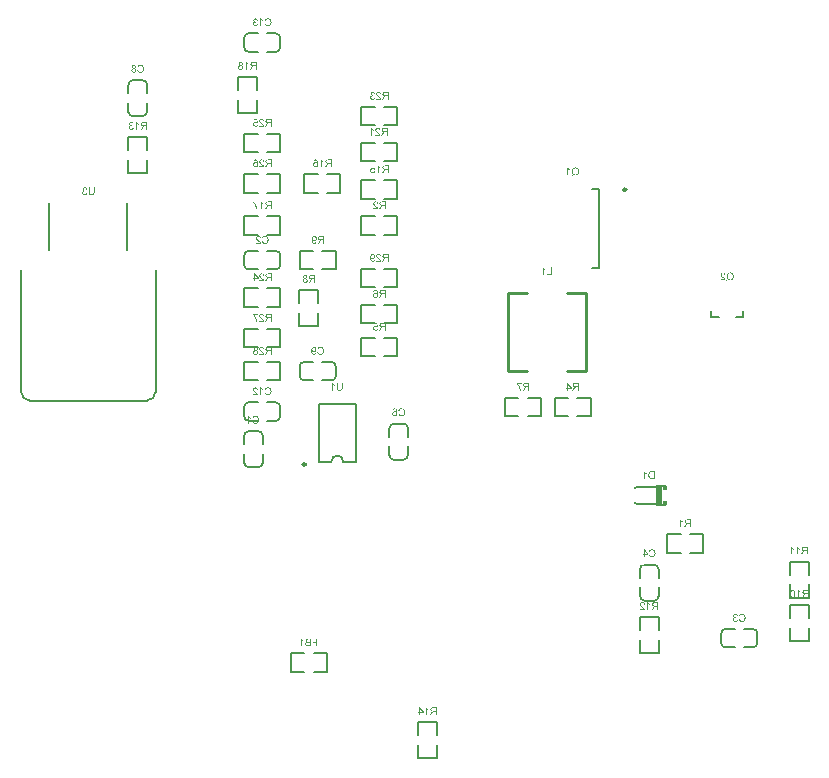
<source format=gbo>
G04*
G04 #@! TF.GenerationSoftware,Altium Limited,Altium Designer,20.0.13 (296)*
G04*
G04 Layer_Color=32896*
%FSLAX24Y24*%
%MOIN*%
G70*
G01*
G75*
%ADD10C,0.0098*%
%ADD11C,0.0079*%
%ADD12C,0.0100*%
%ADD14C,0.0080*%
%ADD17C,0.0080*%
%ADD94R,0.0079X0.0108*%
%ADD95R,0.0089X0.0108*%
%ADD96R,0.0128X0.0148*%
%ADD97R,0.0680X0.0074*%
%ADD98R,0.0364X0.0080*%
%ADD99R,0.0240X0.0630*%
G36*
X6745Y19676D02*
X6755Y19675D01*
X6764Y19672D01*
X6771Y19669D01*
X6775Y19667D01*
X6777Y19665D01*
X6780Y19664D01*
X6782Y19662D01*
X6783Y19661D01*
X6784Y19661D01*
X6785Y19660D01*
X6785Y19660D01*
X6792Y19653D01*
X6798Y19645D01*
X6802Y19637D01*
X6806Y19629D01*
X6808Y19622D01*
X6810Y19619D01*
X6810Y19616D01*
X6811Y19614D01*
X6811Y19612D01*
X6811Y19611D01*
Y19611D01*
X6780Y19605D01*
X6778Y19614D01*
X6776Y19621D01*
X6774Y19626D01*
X6771Y19631D01*
X6768Y19635D01*
X6766Y19638D01*
X6765Y19639D01*
X6764Y19640D01*
X6760Y19643D01*
X6754Y19646D01*
X6750Y19648D01*
X6745Y19650D01*
X6740Y19651D01*
X6737Y19651D01*
X6734D01*
X6727Y19651D01*
X6721Y19649D01*
X6716Y19648D01*
X6712Y19646D01*
X6708Y19643D01*
X6706Y19642D01*
X6704Y19640D01*
X6704Y19640D01*
X6700Y19635D01*
X6697Y19631D01*
X6695Y19626D01*
X6693Y19621D01*
X6693Y19617D01*
X6692Y19614D01*
Y19612D01*
Y19612D01*
Y19611D01*
Y19607D01*
X6693Y19604D01*
X6694Y19597D01*
X6697Y19592D01*
X6700Y19587D01*
X6703Y19584D01*
X6706Y19581D01*
X6707Y19579D01*
X6708Y19579D01*
X6708D01*
X6714Y19576D01*
X6720Y19573D01*
X6727Y19571D01*
X6732Y19570D01*
X6737Y19569D01*
X6741Y19569D01*
X6746D01*
X6747Y19569D01*
X6749D01*
X6753Y19541D01*
X6748Y19542D01*
X6744Y19543D01*
X6740Y19544D01*
X6737Y19544D01*
X6734Y19545D01*
X6731D01*
X6723Y19544D01*
X6716Y19542D01*
X6710Y19540D01*
X6704Y19538D01*
X6700Y19535D01*
X6697Y19533D01*
X6696Y19531D01*
X6695Y19531D01*
X6690Y19525D01*
X6686Y19519D01*
X6684Y19513D01*
X6682Y19507D01*
X6681Y19503D01*
X6681Y19498D01*
X6680Y19497D01*
Y19496D01*
Y19495D01*
Y19495D01*
X6681Y19487D01*
X6683Y19479D01*
X6685Y19473D01*
X6688Y19467D01*
X6691Y19463D01*
X6693Y19460D01*
X6695Y19457D01*
X6696Y19457D01*
X6702Y19451D01*
X6708Y19448D01*
X6714Y19445D01*
X6720Y19443D01*
X6726Y19442D01*
X6730Y19442D01*
X6731Y19441D01*
X6733D01*
X6740Y19442D01*
X6746Y19443D01*
X6752Y19445D01*
X6756Y19447D01*
X6760Y19449D01*
X6763Y19451D01*
X6764Y19453D01*
X6765Y19453D01*
X6770Y19458D01*
X6773Y19464D01*
X6777Y19470D01*
X6779Y19477D01*
X6781Y19483D01*
X6782Y19485D01*
X6782Y19487D01*
X6783Y19489D01*
X6783Y19491D01*
X6783Y19491D01*
Y19492D01*
X6815Y19488D01*
X6814Y19482D01*
X6813Y19476D01*
X6810Y19466D01*
X6805Y19457D01*
X6803Y19453D01*
X6801Y19450D01*
X6799Y19446D01*
X6797Y19444D01*
X6795Y19441D01*
X6793Y19439D01*
X6792Y19438D01*
X6791Y19437D01*
X6790Y19436D01*
X6790Y19436D01*
X6785Y19432D01*
X6781Y19429D01*
X6776Y19426D01*
X6771Y19424D01*
X6762Y19420D01*
X6753Y19418D01*
X6749Y19417D01*
X6745Y19417D01*
X6742Y19416D01*
X6739Y19416D01*
X6737Y19416D01*
X6734D01*
X6727Y19416D01*
X6720Y19417D01*
X6714Y19418D01*
X6708Y19419D01*
X6703Y19421D01*
X6698Y19423D01*
X6693Y19425D01*
X6689Y19427D01*
X6685Y19429D01*
X6681Y19431D01*
X6679Y19433D01*
X6676Y19435D01*
X6674Y19437D01*
X6673Y19438D01*
X6672Y19439D01*
X6672Y19439D01*
X6667Y19443D01*
X6664Y19448D01*
X6660Y19453D01*
X6657Y19458D01*
X6655Y19462D01*
X6653Y19467D01*
X6650Y19476D01*
X6649Y19480D01*
X6649Y19484D01*
X6648Y19487D01*
X6647Y19490D01*
X6647Y19492D01*
Y19494D01*
Y19495D01*
Y19495D01*
X6647Y19504D01*
X6649Y19512D01*
X6651Y19520D01*
X6653Y19525D01*
X6656Y19530D01*
X6658Y19534D01*
X6659Y19536D01*
X6660Y19537D01*
X6665Y19542D01*
X6670Y19547D01*
X6676Y19551D01*
X6682Y19554D01*
X6687Y19556D01*
X6691Y19558D01*
X6693Y19558D01*
X6694Y19558D01*
X6695Y19559D01*
X6695D01*
X6689Y19562D01*
X6684Y19565D01*
X6679Y19569D01*
X6676Y19572D01*
X6673Y19575D01*
X6670Y19578D01*
X6669Y19579D01*
X6669Y19580D01*
X6666Y19585D01*
X6664Y19591D01*
X6662Y19596D01*
X6661Y19601D01*
X6660Y19605D01*
X6660Y19608D01*
Y19610D01*
Y19611D01*
X6660Y19617D01*
X6661Y19623D01*
X6663Y19629D01*
X6664Y19633D01*
X6666Y19638D01*
X6668Y19641D01*
X6669Y19643D01*
X6669Y19643D01*
X6673Y19649D01*
X6677Y19654D01*
X6682Y19658D01*
X6686Y19662D01*
X6690Y19664D01*
X6693Y19666D01*
X6696Y19668D01*
X6696Y19668D01*
X6696D01*
X6703Y19671D01*
X6710Y19673D01*
X6716Y19675D01*
X6722Y19676D01*
X6727Y19677D01*
X6731Y19677D01*
X6740D01*
X6745Y19676D01*
D02*
G37*
G36*
X7060Y19528D02*
Y19521D01*
X7060Y19514D01*
X7059Y19507D01*
X7059Y19501D01*
X7058Y19495D01*
X7057Y19490D01*
X7056Y19485D01*
X7055Y19481D01*
X7054Y19477D01*
X7053Y19473D01*
X7053Y19470D01*
X7052Y19468D01*
X7051Y19466D01*
X7051Y19465D01*
X7050Y19464D01*
Y19464D01*
X7046Y19456D01*
X7041Y19448D01*
X7036Y19442D01*
X7030Y19437D01*
X7026Y19433D01*
X7022Y19430D01*
X7020Y19429D01*
X7019Y19429D01*
X7018Y19428D01*
X7018D01*
X7009Y19424D01*
X6999Y19421D01*
X6989Y19419D01*
X6980Y19417D01*
X6976Y19417D01*
X6972Y19416D01*
X6968Y19416D01*
X6965D01*
X6962Y19416D01*
X6959D01*
X6946Y19416D01*
X6940Y19417D01*
X6934Y19418D01*
X6929Y19419D01*
X6924Y19420D01*
X6919Y19421D01*
X6915Y19423D01*
X6912Y19424D01*
X6909Y19425D01*
X6906Y19426D01*
X6903Y19427D01*
X6902Y19429D01*
X6901Y19429D01*
X6900Y19430D01*
X6899D01*
X6891Y19435D01*
X6885Y19441D01*
X6879Y19447D01*
X6875Y19453D01*
X6872Y19458D01*
X6869Y19463D01*
X6869Y19464D01*
X6868Y19465D01*
X6868Y19466D01*
Y19466D01*
X6866Y19471D01*
X6865Y19476D01*
X6862Y19485D01*
X6861Y19496D01*
X6860Y19506D01*
X6859Y19510D01*
X6859Y19515D01*
Y19518D01*
X6859Y19522D01*
Y19524D01*
Y19526D01*
Y19528D01*
Y19528D01*
Y19676D01*
X6893D01*
Y19528D01*
Y19520D01*
X6894Y19511D01*
X6894Y19504D01*
X6895Y19498D01*
X6896Y19492D01*
X6898Y19486D01*
X6899Y19481D01*
X6901Y19477D01*
X6902Y19474D01*
X6903Y19471D01*
X6905Y19468D01*
X6906Y19466D01*
X6907Y19465D01*
X6908Y19464D01*
X6908Y19463D01*
X6909Y19463D01*
X6912Y19460D01*
X6916Y19457D01*
X6924Y19453D01*
X6932Y19450D01*
X6941Y19448D01*
X6949Y19447D01*
X6953Y19447D01*
X6956D01*
X6958Y19446D01*
X6962D01*
X6970Y19447D01*
X6977Y19448D01*
X6983Y19449D01*
X6989Y19451D01*
X6993Y19452D01*
X6996Y19453D01*
X6998Y19454D01*
X6999Y19455D01*
X7004Y19458D01*
X7009Y19462D01*
X7012Y19466D01*
X7015Y19470D01*
X7017Y19474D01*
X7019Y19476D01*
X7020Y19478D01*
X7020Y19479D01*
X7021Y19482D01*
X7022Y19485D01*
X7023Y19493D01*
X7024Y19501D01*
X7025Y19510D01*
X7026Y19517D01*
Y19520D01*
X7026Y19522D01*
Y19525D01*
Y19527D01*
Y19528D01*
Y19528D01*
Y19676D01*
X7060D01*
Y19528D01*
D02*
G37*
G36*
X14991Y13151D02*
X14995Y13145D01*
X15000Y13139D01*
X15004Y13134D01*
X15008Y13129D01*
X15012Y13126D01*
X15013Y13125D01*
X15014Y13123D01*
X15015Y13123D01*
X15015Y13123D01*
X15023Y13116D01*
X15031Y13111D01*
X15038Y13105D01*
X15045Y13101D01*
X15052Y13098D01*
X15054Y13096D01*
X15057Y13095D01*
X15058Y13094D01*
X15060Y13094D01*
X15061Y13093D01*
X15061D01*
Y13062D01*
X15055Y13065D01*
X15050Y13067D01*
X15044Y13070D01*
X15039Y13072D01*
X15035Y13075D01*
X15031Y13076D01*
X15029Y13078D01*
X15028Y13078D01*
X15028D01*
X15021Y13082D01*
X15015Y13086D01*
X15010Y13090D01*
X15006Y13094D01*
X15003Y13096D01*
X15000Y13098D01*
X14998Y13100D01*
X14998Y13100D01*
Y12900D01*
X14967D01*
Y13157D01*
X14987D01*
X14991Y13151D01*
D02*
G37*
G36*
X15330Y13008D02*
Y13001D01*
X15330Y12994D01*
X15329Y12987D01*
X15329Y12981D01*
X15328Y12975D01*
X15327Y12970D01*
X15326Y12965D01*
X15325Y12961D01*
X15324Y12957D01*
X15323Y12953D01*
X15323Y12950D01*
X15322Y12948D01*
X15321Y12946D01*
X15321Y12945D01*
X15320Y12944D01*
Y12944D01*
X15316Y12936D01*
X15311Y12928D01*
X15306Y12922D01*
X15300Y12917D01*
X15296Y12913D01*
X15292Y12910D01*
X15290Y12909D01*
X15289Y12909D01*
X15288Y12908D01*
X15288D01*
X15279Y12904D01*
X15269Y12901D01*
X15259Y12899D01*
X15250Y12897D01*
X15246Y12897D01*
X15242Y12896D01*
X15238Y12896D01*
X15235D01*
X15232Y12896D01*
X15229D01*
X15216Y12896D01*
X15210Y12897D01*
X15204Y12898D01*
X15199Y12899D01*
X15194Y12900D01*
X15189Y12901D01*
X15185Y12903D01*
X15182Y12904D01*
X15179Y12905D01*
X15176Y12906D01*
X15173Y12907D01*
X15172Y12909D01*
X15171Y12909D01*
X15170Y12910D01*
X15169D01*
X15161Y12915D01*
X15155Y12921D01*
X15149Y12927D01*
X15145Y12933D01*
X15142Y12938D01*
X15139Y12943D01*
X15139Y12944D01*
X15138Y12945D01*
X15138Y12946D01*
Y12946D01*
X15136Y12951D01*
X15135Y12955D01*
X15132Y12965D01*
X15131Y12976D01*
X15130Y12986D01*
X15129Y12990D01*
X15129Y12995D01*
Y12998D01*
X15129Y13002D01*
Y13004D01*
Y13006D01*
Y13008D01*
Y13008D01*
Y13156D01*
X15163D01*
Y13008D01*
Y13000D01*
X15164Y12991D01*
X15164Y12984D01*
X15165Y12978D01*
X15166Y12972D01*
X15168Y12966D01*
X15169Y12961D01*
X15171Y12957D01*
X15172Y12954D01*
X15173Y12951D01*
X15175Y12948D01*
X15176Y12946D01*
X15177Y12945D01*
X15178Y12944D01*
X15178Y12943D01*
X15179Y12943D01*
X15182Y12940D01*
X15186Y12937D01*
X15194Y12933D01*
X15202Y12930D01*
X15211Y12928D01*
X15219Y12927D01*
X15223Y12927D01*
X15226D01*
X15228Y12926D01*
X15232D01*
X15240Y12927D01*
X15247Y12928D01*
X15253Y12929D01*
X15259Y12931D01*
X15263Y12932D01*
X15266Y12933D01*
X15268Y12934D01*
X15269Y12935D01*
X15274Y12938D01*
X15279Y12942D01*
X15282Y12946D01*
X15285Y12950D01*
X15287Y12954D01*
X15289Y12956D01*
X15290Y12958D01*
X15290Y12959D01*
X15291Y12962D01*
X15292Y12965D01*
X15293Y12973D01*
X15294Y12981D01*
X15295Y12990D01*
X15296Y12997D01*
Y13000D01*
X15296Y13002D01*
Y13005D01*
Y13007D01*
Y13008D01*
Y13008D01*
Y13156D01*
X15330D01*
Y13008D01*
D02*
G37*
G36*
X16537Y17457D02*
X16543Y17456D01*
X16549Y17455D01*
X16555Y17454D01*
X16560Y17453D01*
X16565Y17451D01*
X16569Y17449D01*
X16573Y17448D01*
X16577Y17446D01*
X16580Y17444D01*
X16582Y17442D01*
X16585Y17441D01*
X16587Y17440D01*
X16588Y17439D01*
X16588Y17438D01*
X16589Y17438D01*
X16592Y17434D01*
X16596Y17430D01*
X16599Y17426D01*
X16602Y17421D01*
X16606Y17412D01*
X16609Y17404D01*
X16610Y17399D01*
X16611Y17395D01*
X16612Y17392D01*
X16613Y17389D01*
X16613Y17386D01*
Y17385D01*
X16614Y17384D01*
Y17383D01*
X16581Y17380D01*
X16581Y17388D01*
X16579Y17396D01*
X16577Y17402D01*
X16574Y17408D01*
X16572Y17412D01*
X16570Y17415D01*
X16568Y17417D01*
X16568Y17418D01*
X16562Y17422D01*
X16556Y17425D01*
X16550Y17428D01*
X16544Y17429D01*
X16539Y17431D01*
X16535Y17431D01*
X16533Y17431D01*
X16531D01*
X16523Y17431D01*
X16516Y17429D01*
X16510Y17427D01*
X16505Y17425D01*
X16501Y17422D01*
X16499Y17421D01*
X16497Y17419D01*
X16496Y17418D01*
X16491Y17413D01*
X16488Y17408D01*
X16486Y17403D01*
X16484Y17398D01*
X16483Y17394D01*
X16483Y17390D01*
X16482Y17388D01*
Y17387D01*
Y17387D01*
X16483Y17380D01*
X16484Y17373D01*
X16487Y17367D01*
X16490Y17361D01*
X16493Y17356D01*
X16495Y17352D01*
X16496Y17351D01*
X16497Y17349D01*
X16497Y17349D01*
Y17349D01*
X16500Y17345D01*
X16504Y17341D01*
X16508Y17336D01*
X16513Y17332D01*
X16522Y17323D01*
X16531Y17314D01*
X16536Y17310D01*
X16540Y17306D01*
X16544Y17303D01*
X16547Y17300D01*
X16550Y17298D01*
X16552Y17296D01*
X16554Y17295D01*
X16554Y17294D01*
X16563Y17287D01*
X16572Y17279D01*
X16579Y17273D01*
X16584Y17267D01*
X16589Y17262D01*
X16592Y17259D01*
X16594Y17257D01*
X16595Y17256D01*
Y17256D01*
X16600Y17250D01*
X16604Y17244D01*
X16608Y17238D01*
X16611Y17233D01*
X16613Y17228D01*
X16615Y17225D01*
X16615Y17223D01*
X16616Y17222D01*
Y17222D01*
X16617Y17218D01*
X16618Y17214D01*
X16619Y17210D01*
X16619Y17207D01*
X16619Y17204D01*
Y17202D01*
Y17200D01*
Y17200D01*
X16450D01*
Y17230D01*
X16576D01*
X16571Y17237D01*
X16569Y17239D01*
X16567Y17242D01*
X16565Y17244D01*
X16564Y17246D01*
X16563Y17247D01*
X16563Y17247D01*
X16561Y17249D01*
X16558Y17251D01*
X16553Y17256D01*
X16547Y17261D01*
X16541Y17267D01*
X16535Y17271D01*
X16533Y17274D01*
X16530Y17276D01*
X16528Y17277D01*
X16527Y17278D01*
X16526Y17279D01*
X16526Y17280D01*
X16520Y17285D01*
X16514Y17290D01*
X16509Y17294D01*
X16504Y17298D01*
X16500Y17302D01*
X16496Y17306D01*
X16492Y17310D01*
X16489Y17312D01*
X16486Y17315D01*
X16484Y17318D01*
X16482Y17320D01*
X16480Y17321D01*
X16479Y17324D01*
X16478Y17324D01*
X16473Y17331D01*
X16468Y17336D01*
X16464Y17342D01*
X16462Y17346D01*
X16459Y17350D01*
X16458Y17353D01*
X16457Y17355D01*
X16457Y17356D01*
X16454Y17361D01*
X16453Y17367D01*
X16452Y17372D01*
X16451Y17376D01*
X16450Y17381D01*
X16450Y17384D01*
Y17385D01*
Y17386D01*
X16450Y17392D01*
X16451Y17397D01*
X16452Y17402D01*
X16453Y17406D01*
X16457Y17415D01*
X16461Y17422D01*
X16463Y17426D01*
X16465Y17428D01*
X16467Y17431D01*
X16469Y17433D01*
X16470Y17434D01*
X16471Y17436D01*
X16472Y17436D01*
X16472Y17436D01*
X16476Y17440D01*
X16480Y17443D01*
X16485Y17446D01*
X16490Y17448D01*
X16500Y17452D01*
X16509Y17455D01*
X16513Y17455D01*
X16517Y17456D01*
X16521Y17456D01*
X16524Y17457D01*
X16527Y17457D01*
X16530D01*
X16537Y17457D01*
D02*
G37*
G36*
X16342D02*
X16348Y17456D01*
X16354Y17455D01*
X16359Y17453D01*
X16369Y17449D01*
X16373Y17448D01*
X16377Y17445D01*
X16381Y17443D01*
X16384Y17441D01*
X16387Y17439D01*
X16389Y17437D01*
X16391Y17435D01*
X16392Y17434D01*
X16393Y17433D01*
X16393Y17433D01*
X16397Y17429D01*
X16400Y17423D01*
X16404Y17419D01*
X16406Y17413D01*
X16409Y17408D01*
X16410Y17403D01*
X16413Y17393D01*
X16414Y17388D01*
X16415Y17384D01*
X16415Y17380D01*
X16416Y17377D01*
X16416Y17374D01*
Y17372D01*
Y17371D01*
Y17371D01*
X16416Y17364D01*
X16415Y17357D01*
X16414Y17351D01*
X16413Y17345D01*
X16411Y17340D01*
X16409Y17335D01*
X16407Y17330D01*
X16405Y17326D01*
X16403Y17322D01*
X16401Y17319D01*
X16399Y17317D01*
X16398Y17314D01*
X16396Y17312D01*
X16395Y17311D01*
X16395Y17310D01*
X16394Y17310D01*
X16390Y17306D01*
X16386Y17302D01*
X16381Y17299D01*
X16376Y17297D01*
X16372Y17294D01*
X16368Y17292D01*
X16359Y17290D01*
X16355Y17289D01*
X16352Y17288D01*
X16349Y17288D01*
X16346Y17287D01*
X16343Y17287D01*
X16341D01*
X16333Y17287D01*
X16327Y17288D01*
X16321Y17290D01*
X16315Y17292D01*
X16311Y17293D01*
X16308Y17295D01*
X16306Y17296D01*
X16305Y17296D01*
X16299Y17300D01*
X16294Y17304D01*
X16289Y17308D01*
X16286Y17312D01*
X16283Y17315D01*
X16281Y17318D01*
X16279Y17320D01*
X16279Y17321D01*
Y17318D01*
Y17316D01*
Y17315D01*
Y17314D01*
X16279Y17307D01*
X16280Y17300D01*
X16281Y17294D01*
X16281Y17288D01*
X16282Y17283D01*
X16283Y17279D01*
X16284Y17278D01*
Y17277D01*
X16284Y17276D01*
Y17276D01*
X16286Y17269D01*
X16288Y17263D01*
X16289Y17258D01*
X16291Y17254D01*
X16293Y17250D01*
X16294Y17248D01*
X16295Y17246D01*
X16295Y17246D01*
X16298Y17241D01*
X16301Y17238D01*
X16304Y17235D01*
X16307Y17233D01*
X16309Y17230D01*
X16312Y17229D01*
X16313Y17228D01*
X16314Y17228D01*
X16318Y17226D01*
X16322Y17224D01*
X16326Y17223D01*
X16330Y17222D01*
X16333Y17222D01*
X16336Y17221D01*
X16339D01*
X16345Y17222D01*
X16350Y17223D01*
X16355Y17224D01*
X16359Y17226D01*
X16362Y17228D01*
X16365Y17229D01*
X16366Y17230D01*
X16366Y17231D01*
X16370Y17235D01*
X16373Y17240D01*
X16376Y17245D01*
X16378Y17250D01*
X16379Y17254D01*
X16380Y17258D01*
X16380Y17260D01*
Y17261D01*
X16381Y17261D01*
Y17262D01*
X16411Y17259D01*
X16409Y17248D01*
X16406Y17239D01*
X16402Y17231D01*
X16399Y17224D01*
X16395Y17219D01*
X16393Y17217D01*
X16392Y17215D01*
X16390Y17214D01*
X16389Y17213D01*
X16389Y17213D01*
X16389Y17212D01*
X16385Y17209D01*
X16381Y17207D01*
X16373Y17203D01*
X16365Y17200D01*
X16357Y17198D01*
X16350Y17196D01*
X16347Y17196D01*
X16344D01*
X16342Y17196D01*
X16339D01*
X16329Y17196D01*
X16320Y17198D01*
X16311Y17200D01*
X16304Y17203D01*
X16301Y17204D01*
X16298Y17206D01*
X16296Y17207D01*
X16294Y17209D01*
X16292Y17209D01*
X16291Y17210D01*
X16291Y17211D01*
X16290D01*
X16283Y17217D01*
X16276Y17224D01*
X16271Y17231D01*
X16267Y17238D01*
X16263Y17245D01*
X16261Y17248D01*
X16260Y17250D01*
X16259Y17252D01*
X16259Y17254D01*
X16258Y17254D01*
Y17255D01*
X16257Y17260D01*
X16255Y17267D01*
X16252Y17279D01*
X16250Y17292D01*
X16249Y17305D01*
X16248Y17311D01*
X16248Y17316D01*
Y17321D01*
X16248Y17325D01*
Y17328D01*
Y17331D01*
Y17333D01*
Y17333D01*
Y17342D01*
X16248Y17350D01*
X16249Y17357D01*
X16250Y17364D01*
X16250Y17371D01*
X16251Y17376D01*
X16252Y17382D01*
X16253Y17387D01*
X16254Y17391D01*
X16255Y17395D01*
X16256Y17398D01*
X16257Y17401D01*
X16258Y17402D01*
X16258Y17404D01*
X16259Y17405D01*
Y17405D01*
X16263Y17414D01*
X16268Y17422D01*
X16274Y17428D01*
X16278Y17434D01*
X16283Y17438D01*
X16287Y17441D01*
X16288Y17442D01*
X16289Y17443D01*
X16290Y17443D01*
X16290D01*
X16298Y17448D01*
X16306Y17451D01*
X16314Y17454D01*
X16321Y17455D01*
X16327Y17456D01*
X16329Y17457D01*
X16331D01*
X16333Y17457D01*
X16336D01*
X16342Y17457D01*
D02*
G37*
G36*
X16860Y17200D02*
X16826D01*
Y17314D01*
X16782D01*
X16778Y17313D01*
X16775D01*
X16773Y17313D01*
X16771Y17312D01*
X16769D01*
X16769Y17312D01*
X16768D01*
X16762Y17310D01*
X16760Y17309D01*
X16758Y17308D01*
X16755Y17307D01*
X16754Y17306D01*
X16753Y17306D01*
X16753Y17305D01*
X16750Y17303D01*
X16747Y17301D01*
X16741Y17295D01*
X16739Y17292D01*
X16737Y17290D01*
X16736Y17289D01*
X16735Y17288D01*
X16732Y17283D01*
X16728Y17278D01*
X16723Y17272D01*
X16719Y17266D01*
X16716Y17261D01*
X16713Y17257D01*
X16712Y17256D01*
X16712Y17254D01*
X16711Y17254D01*
Y17253D01*
X16677Y17200D01*
X16635D01*
X16679Y17270D01*
X16684Y17277D01*
X16689Y17284D01*
X16694Y17289D01*
X16698Y17294D01*
X16702Y17298D01*
X16705Y17301D01*
X16706Y17303D01*
X16707Y17304D01*
X16710Y17306D01*
X16713Y17308D01*
X16720Y17312D01*
X16723Y17314D01*
X16725Y17315D01*
X16727Y17316D01*
X16728Y17317D01*
X16721Y17318D01*
X16715Y17319D01*
X16709Y17321D01*
X16703Y17322D01*
X16699Y17324D01*
X16694Y17326D01*
X16690Y17328D01*
X16686Y17330D01*
X16684Y17332D01*
X16681Y17334D01*
X16678Y17335D01*
X16676Y17337D01*
X16675Y17338D01*
X16674Y17339D01*
X16674Y17339D01*
X16673Y17340D01*
X16670Y17344D01*
X16667Y17347D01*
X16663Y17355D01*
X16660Y17363D01*
X16658Y17370D01*
X16656Y17376D01*
X16656Y17379D01*
Y17382D01*
X16655Y17384D01*
Y17385D01*
Y17386D01*
Y17386D01*
X16656Y17394D01*
X16657Y17401D01*
X16659Y17408D01*
X16661Y17413D01*
X16663Y17418D01*
X16664Y17422D01*
X16666Y17424D01*
X16666Y17424D01*
Y17425D01*
X16671Y17431D01*
X16675Y17436D01*
X16680Y17440D01*
X16684Y17443D01*
X16688Y17446D01*
X16692Y17448D01*
X16694Y17449D01*
X16694Y17449D01*
X16695D01*
X16698Y17450D01*
X16702Y17451D01*
X16710Y17453D01*
X16719Y17454D01*
X16727Y17455D01*
X16735Y17456D01*
X16738D01*
X16741Y17456D01*
X16860D01*
Y17200D01*
D02*
G37*
G36*
X12637Y14357D02*
X12643Y14356D01*
X12649Y14355D01*
X12655Y14354D01*
X12660Y14353D01*
X12665Y14351D01*
X12669Y14349D01*
X12673Y14348D01*
X12677Y14346D01*
X12680Y14344D01*
X12682Y14342D01*
X12685Y14341D01*
X12687Y14340D01*
X12688Y14339D01*
X12688Y14338D01*
X12689Y14338D01*
X12692Y14334D01*
X12696Y14330D01*
X12699Y14326D01*
X12702Y14321D01*
X12706Y14312D01*
X12709Y14303D01*
X12710Y14299D01*
X12711Y14295D01*
X12712Y14292D01*
X12713Y14289D01*
X12713Y14286D01*
Y14285D01*
X12714Y14284D01*
Y14283D01*
X12681Y14280D01*
X12681Y14288D01*
X12679Y14296D01*
X12677Y14302D01*
X12674Y14308D01*
X12672Y14312D01*
X12670Y14315D01*
X12668Y14317D01*
X12668Y14318D01*
X12662Y14322D01*
X12656Y14325D01*
X12650Y14328D01*
X12644Y14329D01*
X12639Y14331D01*
X12635Y14331D01*
X12633Y14331D01*
X12631D01*
X12623Y14331D01*
X12616Y14329D01*
X12610Y14327D01*
X12605Y14325D01*
X12601Y14322D01*
X12599Y14321D01*
X12597Y14319D01*
X12596Y14318D01*
X12591Y14313D01*
X12588Y14308D01*
X12586Y14303D01*
X12584Y14298D01*
X12583Y14294D01*
X12583Y14290D01*
X12582Y14288D01*
Y14287D01*
Y14287D01*
X12583Y14280D01*
X12584Y14273D01*
X12587Y14267D01*
X12590Y14261D01*
X12593Y14256D01*
X12595Y14252D01*
X12596Y14251D01*
X12597Y14249D01*
X12597Y14249D01*
Y14249D01*
X12600Y14245D01*
X12604Y14241D01*
X12608Y14236D01*
X12613Y14232D01*
X12622Y14223D01*
X12631Y14214D01*
X12636Y14210D01*
X12640Y14206D01*
X12644Y14203D01*
X12647Y14200D01*
X12650Y14198D01*
X12652Y14196D01*
X12654Y14195D01*
X12654Y14194D01*
X12663Y14187D01*
X12672Y14179D01*
X12679Y14173D01*
X12684Y14167D01*
X12689Y14162D01*
X12692Y14159D01*
X12694Y14157D01*
X12695Y14156D01*
Y14156D01*
X12700Y14150D01*
X12704Y14144D01*
X12708Y14138D01*
X12711Y14133D01*
X12713Y14128D01*
X12715Y14125D01*
X12715Y14123D01*
X12716Y14122D01*
Y14122D01*
X12717Y14118D01*
X12718Y14114D01*
X12719Y14110D01*
X12719Y14107D01*
X12720Y14104D01*
Y14102D01*
Y14100D01*
Y14100D01*
X12550D01*
Y14130D01*
X12676D01*
X12671Y14137D01*
X12669Y14139D01*
X12667Y14142D01*
X12665Y14144D01*
X12664Y14146D01*
X12663Y14147D01*
X12663Y14147D01*
X12661Y14149D01*
X12658Y14151D01*
X12653Y14155D01*
X12647Y14161D01*
X12641Y14167D01*
X12635Y14171D01*
X12633Y14174D01*
X12630Y14176D01*
X12628Y14177D01*
X12627Y14178D01*
X12626Y14179D01*
X12626Y14180D01*
X12620Y14185D01*
X12614Y14190D01*
X12609Y14194D01*
X12604Y14198D01*
X12600Y14202D01*
X12596Y14206D01*
X12592Y14210D01*
X12589Y14212D01*
X12586Y14215D01*
X12584Y14218D01*
X12582Y14220D01*
X12580Y14221D01*
X12579Y14224D01*
X12578Y14224D01*
X12573Y14231D01*
X12568Y14236D01*
X12564Y14242D01*
X12562Y14246D01*
X12559Y14250D01*
X12558Y14253D01*
X12557Y14255D01*
X12557Y14256D01*
X12554Y14261D01*
X12553Y14267D01*
X12552Y14272D01*
X12551Y14276D01*
X12550Y14281D01*
X12550Y14284D01*
Y14285D01*
Y14286D01*
X12550Y14292D01*
X12551Y14297D01*
X12552Y14302D01*
X12553Y14306D01*
X12557Y14315D01*
X12561Y14322D01*
X12563Y14326D01*
X12565Y14328D01*
X12567Y14331D01*
X12569Y14333D01*
X12570Y14334D01*
X12571Y14336D01*
X12572Y14336D01*
X12572Y14336D01*
X12576Y14340D01*
X12580Y14343D01*
X12585Y14346D01*
X12590Y14348D01*
X12600Y14352D01*
X12609Y14355D01*
X12613Y14355D01*
X12617Y14356D01*
X12621Y14356D01*
X12624Y14357D01*
X12627Y14357D01*
X12630D01*
X12637Y14357D01*
D02*
G37*
G36*
X12960Y14100D02*
X12926D01*
Y14214D01*
X12882D01*
X12878Y14213D01*
X12875D01*
X12873Y14213D01*
X12871Y14212D01*
X12869D01*
X12869Y14212D01*
X12868D01*
X12862Y14210D01*
X12860Y14209D01*
X12858Y14208D01*
X12855Y14207D01*
X12854Y14206D01*
X12853Y14206D01*
X12853Y14205D01*
X12850Y14203D01*
X12847Y14201D01*
X12841Y14195D01*
X12839Y14193D01*
X12837Y14190D01*
X12836Y14189D01*
X12835Y14188D01*
X12832Y14183D01*
X12828Y14178D01*
X12823Y14172D01*
X12819Y14166D01*
X12816Y14161D01*
X12813Y14157D01*
X12812Y14155D01*
X12812Y14154D01*
X12811Y14154D01*
Y14153D01*
X12777Y14100D01*
X12735D01*
X12779Y14170D01*
X12784Y14177D01*
X12789Y14184D01*
X12794Y14189D01*
X12798Y14194D01*
X12802Y14198D01*
X12805Y14201D01*
X12806Y14203D01*
X12807Y14204D01*
X12810Y14206D01*
X12813Y14208D01*
X12820Y14212D01*
X12823Y14214D01*
X12825Y14215D01*
X12827Y14216D01*
X12828Y14217D01*
X12821Y14218D01*
X12815Y14219D01*
X12809Y14221D01*
X12803Y14222D01*
X12799Y14224D01*
X12794Y14226D01*
X12790Y14228D01*
X12786Y14230D01*
X12784Y14232D01*
X12781Y14234D01*
X12778Y14235D01*
X12776Y14237D01*
X12775Y14238D01*
X12774Y14239D01*
X12774Y14239D01*
X12773Y14240D01*
X12770Y14244D01*
X12767Y14247D01*
X12763Y14255D01*
X12760Y14263D01*
X12758Y14270D01*
X12756Y14276D01*
X12756Y14279D01*
Y14282D01*
X12755Y14284D01*
Y14285D01*
Y14286D01*
Y14286D01*
X12756Y14294D01*
X12757Y14301D01*
X12759Y14308D01*
X12761Y14313D01*
X12763Y14318D01*
X12764Y14322D01*
X12766Y14324D01*
X12766Y14324D01*
Y14325D01*
X12771Y14331D01*
X12775Y14336D01*
X12780Y14340D01*
X12784Y14343D01*
X12788Y14346D01*
X12792Y14348D01*
X12794Y14349D01*
X12794Y14349D01*
X12795D01*
X12798Y14350D01*
X12802Y14351D01*
X12810Y14353D01*
X12819Y14354D01*
X12827Y14355D01*
X12835Y14356D01*
X12838D01*
X12841Y14356D01*
X12960D01*
Y14100D01*
D02*
G37*
G36*
X12439Y14357D02*
X12445Y14356D01*
X12455Y14354D01*
X12460Y14353D01*
X12464Y14351D01*
X12468Y14349D01*
X12472Y14348D01*
X12475Y14346D01*
X12478Y14344D01*
X12480Y14342D01*
X12482Y14341D01*
X12484Y14340D01*
X12485Y14339D01*
X12486Y14338D01*
X12486Y14338D01*
X12489Y14334D01*
X12493Y14331D01*
X12495Y14326D01*
X12498Y14322D01*
X12501Y14315D01*
X12503Y14307D01*
X12505Y14301D01*
X12505Y14298D01*
X12506Y14296D01*
X12506Y14294D01*
Y14292D01*
Y14291D01*
Y14291D01*
X12506Y14284D01*
X12505Y14278D01*
X12503Y14272D01*
X12501Y14268D01*
X12500Y14264D01*
X12498Y14261D01*
X12497Y14259D01*
X12497Y14259D01*
X12493Y14254D01*
X12488Y14250D01*
X12483Y14247D01*
X12479Y14244D01*
X12474Y14241D01*
X12471Y14240D01*
X12469Y14239D01*
X12468Y14239D01*
X12468Y14238D01*
X12468D01*
X12476Y14236D01*
X12483Y14232D01*
X12489Y14228D01*
X12495Y14225D01*
X12499Y14221D01*
X12502Y14218D01*
X12503Y14216D01*
X12504Y14216D01*
Y14215D01*
X12508Y14209D01*
X12511Y14202D01*
X12513Y14195D01*
X12515Y14188D01*
X12516Y14183D01*
X12516Y14180D01*
Y14178D01*
X12516Y14176D01*
Y14175D01*
Y14174D01*
Y14174D01*
X12516Y14168D01*
X12515Y14162D01*
X12514Y14156D01*
X12513Y14151D01*
X12509Y14141D01*
X12507Y14137D01*
X12505Y14133D01*
X12503Y14130D01*
X12501Y14127D01*
X12499Y14124D01*
X12497Y14122D01*
X12496Y14120D01*
X12495Y14119D01*
X12494Y14118D01*
X12493Y14118D01*
X12489Y14114D01*
X12484Y14110D01*
X12479Y14107D01*
X12474Y14105D01*
X12469Y14103D01*
X12464Y14101D01*
X12454Y14099D01*
X12449Y14097D01*
X12445Y14097D01*
X12442Y14096D01*
X12438Y14096D01*
X12436Y14096D01*
X12432D01*
X12425Y14096D01*
X12419Y14097D01*
X12412Y14098D01*
X12406Y14099D01*
X12401Y14101D01*
X12396Y14103D01*
X12391Y14104D01*
X12387Y14107D01*
X12384Y14109D01*
X12380Y14111D01*
X12378Y14113D01*
X12375Y14114D01*
X12373Y14116D01*
X12372Y14117D01*
X12371Y14117D01*
X12371Y14118D01*
X12367Y14122D01*
X12363Y14127D01*
X12360Y14131D01*
X12358Y14136D01*
X12355Y14140D01*
X12353Y14145D01*
X12351Y14154D01*
X12349Y14158D01*
X12349Y14161D01*
X12348Y14165D01*
X12348Y14167D01*
X12348Y14170D01*
Y14171D01*
Y14173D01*
Y14173D01*
X12348Y14181D01*
X12349Y14189D01*
X12352Y14196D01*
X12354Y14202D01*
X12356Y14207D01*
X12358Y14211D01*
X12360Y14213D01*
X12360Y14213D01*
Y14214D01*
X12365Y14220D01*
X12371Y14225D01*
X12377Y14229D01*
X12382Y14232D01*
X12388Y14235D01*
X12392Y14237D01*
X12394Y14238D01*
X12395Y14238D01*
X12395Y14238D01*
X12396D01*
X12389Y14241D01*
X12384Y14245D01*
X12379Y14248D01*
X12375Y14251D01*
X12372Y14254D01*
X12369Y14257D01*
X12368Y14258D01*
X12368Y14259D01*
X12364Y14264D01*
X12362Y14269D01*
X12360Y14274D01*
X12359Y14279D01*
X12358Y14284D01*
X12358Y14287D01*
Y14289D01*
Y14289D01*
Y14290D01*
X12358Y14295D01*
X12359Y14300D01*
X12361Y14309D01*
X12365Y14317D01*
X12368Y14324D01*
X12372Y14330D01*
X12374Y14332D01*
X12375Y14334D01*
X12377Y14336D01*
X12378Y14337D01*
X12378Y14337D01*
X12379Y14338D01*
X12383Y14341D01*
X12387Y14344D01*
X12391Y14347D01*
X12396Y14349D01*
X12405Y14352D01*
X12414Y14355D01*
X12417Y14356D01*
X12421Y14356D01*
X12424Y14356D01*
X12427Y14357D01*
X12429Y14357D01*
X12433D01*
X12439Y14357D01*
D02*
G37*
G36*
X12637Y15457D02*
X12643Y15456D01*
X12649Y15455D01*
X12655Y15454D01*
X12660Y15453D01*
X12665Y15451D01*
X12669Y15449D01*
X12673Y15448D01*
X12677Y15446D01*
X12680Y15444D01*
X12682Y15442D01*
X12685Y15441D01*
X12687Y15440D01*
X12688Y15439D01*
X12688Y15438D01*
X12689Y15438D01*
X12692Y15434D01*
X12696Y15430D01*
X12699Y15426D01*
X12702Y15421D01*
X12706Y15412D01*
X12709Y15403D01*
X12710Y15399D01*
X12711Y15395D01*
X12712Y15392D01*
X12713Y15389D01*
X12713Y15386D01*
Y15385D01*
X12714Y15384D01*
Y15383D01*
X12681Y15380D01*
X12681Y15388D01*
X12679Y15396D01*
X12677Y15402D01*
X12674Y15408D01*
X12672Y15412D01*
X12670Y15415D01*
X12668Y15417D01*
X12668Y15418D01*
X12662Y15422D01*
X12656Y15425D01*
X12650Y15428D01*
X12644Y15429D01*
X12639Y15431D01*
X12635Y15431D01*
X12633Y15431D01*
X12631D01*
X12623Y15431D01*
X12616Y15429D01*
X12610Y15427D01*
X12605Y15425D01*
X12601Y15422D01*
X12599Y15421D01*
X12597Y15419D01*
X12596Y15418D01*
X12591Y15413D01*
X12588Y15408D01*
X12586Y15403D01*
X12584Y15398D01*
X12583Y15394D01*
X12583Y15390D01*
X12582Y15388D01*
Y15387D01*
Y15387D01*
X12583Y15380D01*
X12584Y15373D01*
X12587Y15367D01*
X12590Y15361D01*
X12593Y15356D01*
X12595Y15352D01*
X12596Y15351D01*
X12597Y15349D01*
X12597Y15349D01*
Y15349D01*
X12600Y15345D01*
X12604Y15341D01*
X12608Y15336D01*
X12613Y15332D01*
X12622Y15323D01*
X12631Y15314D01*
X12636Y15310D01*
X12640Y15306D01*
X12644Y15303D01*
X12647Y15300D01*
X12650Y15298D01*
X12652Y15296D01*
X12654Y15295D01*
X12654Y15294D01*
X12663Y15287D01*
X12672Y15279D01*
X12679Y15273D01*
X12684Y15267D01*
X12689Y15262D01*
X12692Y15259D01*
X12694Y15257D01*
X12695Y15256D01*
Y15256D01*
X12700Y15250D01*
X12704Y15244D01*
X12708Y15238D01*
X12711Y15233D01*
X12713Y15228D01*
X12715Y15225D01*
X12715Y15223D01*
X12716Y15222D01*
Y15222D01*
X12717Y15218D01*
X12718Y15214D01*
X12719Y15210D01*
X12719Y15207D01*
X12720Y15204D01*
Y15202D01*
Y15200D01*
Y15200D01*
X12550D01*
Y15230D01*
X12676D01*
X12671Y15237D01*
X12669Y15239D01*
X12667Y15242D01*
X12665Y15244D01*
X12664Y15246D01*
X12663Y15247D01*
X12663Y15247D01*
X12661Y15249D01*
X12658Y15251D01*
X12653Y15256D01*
X12647Y15261D01*
X12641Y15267D01*
X12635Y15271D01*
X12633Y15274D01*
X12630Y15276D01*
X12628Y15277D01*
X12627Y15278D01*
X12626Y15279D01*
X12626Y15280D01*
X12620Y15285D01*
X12614Y15290D01*
X12609Y15294D01*
X12604Y15298D01*
X12600Y15302D01*
X12596Y15306D01*
X12592Y15310D01*
X12589Y15312D01*
X12586Y15315D01*
X12584Y15318D01*
X12582Y15320D01*
X12580Y15321D01*
X12579Y15324D01*
X12578Y15324D01*
X12573Y15331D01*
X12568Y15336D01*
X12564Y15342D01*
X12562Y15346D01*
X12559Y15350D01*
X12558Y15353D01*
X12557Y15355D01*
X12557Y15356D01*
X12554Y15361D01*
X12553Y15367D01*
X12552Y15372D01*
X12551Y15376D01*
X12550Y15381D01*
X12550Y15384D01*
Y15385D01*
Y15386D01*
X12550Y15392D01*
X12551Y15397D01*
X12552Y15402D01*
X12553Y15406D01*
X12557Y15415D01*
X12561Y15422D01*
X12563Y15426D01*
X12565Y15428D01*
X12567Y15431D01*
X12569Y15433D01*
X12570Y15434D01*
X12571Y15436D01*
X12572Y15436D01*
X12572Y15436D01*
X12576Y15440D01*
X12580Y15443D01*
X12585Y15446D01*
X12590Y15448D01*
X12600Y15452D01*
X12609Y15455D01*
X12613Y15455D01*
X12617Y15456D01*
X12621Y15456D01*
X12624Y15457D01*
X12627Y15457D01*
X12630D01*
X12637Y15457D01*
D02*
G37*
G36*
X12960Y15200D02*
X12926D01*
Y15314D01*
X12882D01*
X12878Y15313D01*
X12875D01*
X12873Y15313D01*
X12871Y15312D01*
X12869D01*
X12869Y15312D01*
X12868D01*
X12862Y15310D01*
X12860Y15309D01*
X12858Y15308D01*
X12855Y15307D01*
X12854Y15306D01*
X12853Y15306D01*
X12853Y15305D01*
X12850Y15303D01*
X12847Y15301D01*
X12841Y15295D01*
X12839Y15293D01*
X12837Y15290D01*
X12836Y15289D01*
X12835Y15288D01*
X12832Y15283D01*
X12828Y15278D01*
X12823Y15272D01*
X12819Y15266D01*
X12816Y15261D01*
X12813Y15257D01*
X12812Y15256D01*
X12812Y15254D01*
X12811Y15254D01*
Y15253D01*
X12777Y15200D01*
X12735D01*
X12779Y15270D01*
X12784Y15277D01*
X12789Y15284D01*
X12794Y15289D01*
X12798Y15294D01*
X12802Y15298D01*
X12805Y15301D01*
X12806Y15303D01*
X12807Y15304D01*
X12810Y15306D01*
X12813Y15308D01*
X12820Y15312D01*
X12823Y15314D01*
X12825Y15315D01*
X12827Y15316D01*
X12828Y15317D01*
X12821Y15318D01*
X12815Y15319D01*
X12809Y15321D01*
X12803Y15322D01*
X12799Y15324D01*
X12794Y15326D01*
X12790Y15328D01*
X12786Y15330D01*
X12784Y15332D01*
X12781Y15334D01*
X12778Y15335D01*
X12776Y15337D01*
X12775Y15338D01*
X12774Y15339D01*
X12774Y15339D01*
X12773Y15340D01*
X12770Y15344D01*
X12767Y15347D01*
X12763Y15355D01*
X12760Y15363D01*
X12758Y15370D01*
X12756Y15376D01*
X12756Y15379D01*
Y15382D01*
X12755Y15384D01*
Y15385D01*
Y15386D01*
Y15386D01*
X12756Y15394D01*
X12757Y15401D01*
X12759Y15408D01*
X12761Y15413D01*
X12763Y15418D01*
X12764Y15422D01*
X12766Y15424D01*
X12766Y15424D01*
Y15425D01*
X12771Y15431D01*
X12775Y15436D01*
X12780Y15440D01*
X12784Y15443D01*
X12788Y15446D01*
X12792Y15448D01*
X12794Y15449D01*
X12794Y15449D01*
X12795D01*
X12798Y15450D01*
X12802Y15451D01*
X12810Y15453D01*
X12819Y15454D01*
X12827Y15455D01*
X12835Y15456D01*
X12838D01*
X12841Y15456D01*
X12960D01*
Y15200D01*
D02*
G37*
G36*
X12514Y15422D02*
X12388D01*
X12397Y15412D01*
X12406Y15400D01*
X12413Y15389D01*
X12420Y15378D01*
X12423Y15374D01*
X12426Y15369D01*
X12428Y15365D01*
X12430Y15362D01*
X12432Y15359D01*
X12433Y15357D01*
X12433Y15355D01*
X12434Y15355D01*
X12441Y15340D01*
X12448Y15325D01*
X12453Y15311D01*
X12456Y15305D01*
X12458Y15299D01*
X12460Y15293D01*
X12462Y15288D01*
X12463Y15284D01*
X12464Y15280D01*
X12465Y15277D01*
X12466Y15274D01*
X12466Y15273D01*
Y15273D01*
X12470Y15257D01*
X12472Y15250D01*
X12473Y15243D01*
X12474Y15237D01*
X12475Y15231D01*
X12476Y15226D01*
X12476Y15220D01*
X12477Y15216D01*
X12477Y15212D01*
X12478Y15208D01*
Y15205D01*
X12478Y15203D01*
Y15201D01*
Y15200D01*
Y15200D01*
X12446D01*
X12445Y15214D01*
X12443Y15227D01*
X12441Y15239D01*
X12440Y15244D01*
X12439Y15250D01*
X12438Y15254D01*
X12437Y15258D01*
X12436Y15262D01*
X12435Y15265D01*
X12435Y15267D01*
X12434Y15269D01*
X12434Y15270D01*
Y15270D01*
X12428Y15287D01*
X12422Y15303D01*
X12419Y15311D01*
X12416Y15318D01*
X12413Y15325D01*
X12410Y15332D01*
X12408Y15338D01*
X12405Y15343D01*
X12403Y15347D01*
X12401Y15351D01*
X12399Y15355D01*
X12398Y15357D01*
X12397Y15358D01*
X12397Y15359D01*
X12392Y15366D01*
X12388Y15374D01*
X12384Y15381D01*
X12379Y15388D01*
X12375Y15394D01*
X12371Y15400D01*
X12367Y15405D01*
X12364Y15409D01*
X12360Y15414D01*
X12357Y15418D01*
X12354Y15421D01*
X12352Y15423D01*
X12351Y15425D01*
X12349Y15427D01*
X12348Y15428D01*
X12348Y15428D01*
Y15453D01*
X12514D01*
Y15422D01*
D02*
G37*
G36*
X12637Y20607D02*
X12643Y20606D01*
X12649Y20605D01*
X12655Y20604D01*
X12660Y20603D01*
X12665Y20601D01*
X12669Y20599D01*
X12673Y20598D01*
X12677Y20596D01*
X12680Y20594D01*
X12682Y20592D01*
X12685Y20591D01*
X12687Y20590D01*
X12688Y20589D01*
X12688Y20588D01*
X12689Y20588D01*
X12692Y20584D01*
X12696Y20580D01*
X12699Y20576D01*
X12702Y20571D01*
X12706Y20562D01*
X12709Y20554D01*
X12710Y20549D01*
X12711Y20545D01*
X12712Y20542D01*
X12713Y20539D01*
X12713Y20536D01*
Y20535D01*
X12714Y20534D01*
Y20533D01*
X12681Y20530D01*
X12681Y20538D01*
X12679Y20546D01*
X12677Y20552D01*
X12674Y20558D01*
X12672Y20562D01*
X12670Y20565D01*
X12668Y20567D01*
X12668Y20568D01*
X12662Y20572D01*
X12656Y20575D01*
X12650Y20578D01*
X12644Y20579D01*
X12639Y20581D01*
X12635Y20581D01*
X12633Y20581D01*
X12631D01*
X12623Y20581D01*
X12616Y20579D01*
X12610Y20577D01*
X12605Y20575D01*
X12601Y20572D01*
X12599Y20571D01*
X12597Y20569D01*
X12596Y20568D01*
X12591Y20563D01*
X12588Y20558D01*
X12586Y20553D01*
X12584Y20548D01*
X12583Y20544D01*
X12583Y20540D01*
X12582Y20538D01*
Y20537D01*
Y20537D01*
X12583Y20530D01*
X12584Y20523D01*
X12587Y20517D01*
X12590Y20511D01*
X12593Y20506D01*
X12595Y20502D01*
X12596Y20501D01*
X12597Y20499D01*
X12597Y20499D01*
Y20499D01*
X12600Y20495D01*
X12604Y20491D01*
X12608Y20486D01*
X12613Y20482D01*
X12622Y20473D01*
X12631Y20464D01*
X12636Y20460D01*
X12640Y20456D01*
X12644Y20453D01*
X12647Y20450D01*
X12650Y20448D01*
X12652Y20446D01*
X12654Y20445D01*
X12654Y20444D01*
X12663Y20437D01*
X12672Y20429D01*
X12679Y20423D01*
X12684Y20417D01*
X12689Y20412D01*
X12692Y20409D01*
X12694Y20407D01*
X12695Y20406D01*
Y20406D01*
X12700Y20400D01*
X12704Y20394D01*
X12708Y20388D01*
X12711Y20383D01*
X12713Y20378D01*
X12715Y20375D01*
X12715Y20373D01*
X12716Y20372D01*
Y20372D01*
X12717Y20368D01*
X12718Y20364D01*
X12719Y20360D01*
X12719Y20357D01*
X12720Y20354D01*
Y20352D01*
Y20350D01*
Y20350D01*
X12550D01*
Y20380D01*
X12676D01*
X12671Y20387D01*
X12669Y20389D01*
X12667Y20392D01*
X12665Y20394D01*
X12664Y20396D01*
X12663Y20397D01*
X12663Y20397D01*
X12661Y20399D01*
X12658Y20401D01*
X12653Y20405D01*
X12647Y20411D01*
X12641Y20417D01*
X12635Y20421D01*
X12633Y20424D01*
X12630Y20426D01*
X12628Y20427D01*
X12627Y20428D01*
X12626Y20429D01*
X12626Y20430D01*
X12620Y20435D01*
X12614Y20440D01*
X12609Y20444D01*
X12604Y20448D01*
X12600Y20452D01*
X12596Y20456D01*
X12592Y20460D01*
X12589Y20462D01*
X12586Y20465D01*
X12584Y20468D01*
X12582Y20470D01*
X12580Y20471D01*
X12579Y20474D01*
X12578Y20474D01*
X12573Y20481D01*
X12568Y20486D01*
X12564Y20492D01*
X12562Y20496D01*
X12559Y20500D01*
X12558Y20503D01*
X12557Y20505D01*
X12557Y20506D01*
X12554Y20511D01*
X12553Y20517D01*
X12552Y20522D01*
X12551Y20526D01*
X12550Y20531D01*
X12550Y20534D01*
Y20535D01*
Y20536D01*
X12550Y20542D01*
X12551Y20547D01*
X12552Y20552D01*
X12553Y20556D01*
X12557Y20565D01*
X12561Y20572D01*
X12563Y20576D01*
X12565Y20578D01*
X12567Y20581D01*
X12569Y20583D01*
X12570Y20584D01*
X12571Y20586D01*
X12572Y20586D01*
X12572Y20586D01*
X12576Y20590D01*
X12580Y20593D01*
X12585Y20596D01*
X12590Y20598D01*
X12600Y20602D01*
X12609Y20605D01*
X12613Y20605D01*
X12617Y20606D01*
X12621Y20606D01*
X12624Y20607D01*
X12627Y20607D01*
X12630D01*
X12637Y20607D01*
D02*
G37*
G36*
X12433D02*
X12440Y20606D01*
X12446Y20605D01*
X12453Y20603D01*
X12458Y20600D01*
X12464Y20598D01*
X12469Y20595D01*
X12473Y20592D01*
X12477Y20590D01*
X12480Y20587D01*
X12483Y20585D01*
X12486Y20582D01*
X12488Y20580D01*
X12489Y20579D01*
X12490Y20578D01*
X12490Y20578D01*
X12495Y20571D01*
X12499Y20563D01*
X12503Y20555D01*
X12506Y20546D01*
X12509Y20538D01*
X12511Y20529D01*
X12513Y20519D01*
X12514Y20511D01*
X12515Y20502D01*
X12516Y20495D01*
X12517Y20488D01*
X12517Y20482D01*
Y20477D01*
X12517Y20473D01*
Y20471D01*
Y20470D01*
Y20470D01*
Y20470D01*
X12517Y20458D01*
X12516Y20447D01*
X12515Y20436D01*
X12513Y20427D01*
X12512Y20418D01*
X12510Y20410D01*
X12507Y20403D01*
X12505Y20397D01*
X12503Y20392D01*
X12500Y20387D01*
X12499Y20383D01*
X12496Y20380D01*
X12495Y20377D01*
X12494Y20376D01*
X12493Y20375D01*
X12493Y20374D01*
X12488Y20369D01*
X12483Y20365D01*
X12478Y20361D01*
X12472Y20358D01*
X12467Y20355D01*
X12462Y20353D01*
X12456Y20351D01*
X12451Y20349D01*
X12447Y20348D01*
X12442Y20347D01*
X12439Y20346D01*
X12435Y20346D01*
X12432D01*
X12431Y20346D01*
X12429D01*
X12420Y20346D01*
X12412Y20347D01*
X12405Y20349D01*
X12399Y20351D01*
X12394Y20353D01*
X12391Y20355D01*
X12389Y20355D01*
X12388Y20356D01*
X12388Y20356D01*
X12387D01*
X12381Y20361D01*
X12375Y20366D01*
X12370Y20371D01*
X12366Y20376D01*
X12363Y20381D01*
X12361Y20385D01*
X12360Y20386D01*
X12359Y20387D01*
X12359Y20388D01*
Y20388D01*
X12355Y20396D01*
X12352Y20404D01*
X12351Y20411D01*
X12349Y20418D01*
X12348Y20424D01*
Y20427D01*
X12348Y20429D01*
Y20431D01*
Y20432D01*
Y20433D01*
Y20433D01*
X12348Y20440D01*
X12349Y20446D01*
X12350Y20452D01*
X12351Y20458D01*
X12353Y20463D01*
X12355Y20468D01*
X12357Y20472D01*
X12359Y20477D01*
X12361Y20480D01*
X12363Y20484D01*
X12365Y20486D01*
X12367Y20489D01*
X12368Y20491D01*
X12369Y20492D01*
X12370Y20492D01*
X12370Y20493D01*
X12374Y20497D01*
X12379Y20501D01*
X12384Y20504D01*
X12388Y20506D01*
X12392Y20509D01*
X12397Y20511D01*
X12405Y20513D01*
X12409Y20514D01*
X12413Y20515D01*
X12416Y20515D01*
X12419Y20516D01*
X12421Y20516D01*
X12424D01*
X12431Y20516D01*
X12437Y20515D01*
X12443Y20514D01*
X12448Y20512D01*
X12452Y20510D01*
X12456Y20509D01*
X12458Y20508D01*
X12458Y20508D01*
X12459D01*
X12465Y20504D01*
X12470Y20500D01*
X12475Y20496D01*
X12478Y20491D01*
X12482Y20488D01*
X12484Y20485D01*
X12486Y20482D01*
X12486Y20482D01*
Y20489D01*
X12486Y20495D01*
X12485Y20501D01*
X12485Y20507D01*
X12484Y20512D01*
X12483Y20517D01*
X12483Y20522D01*
X12482Y20526D01*
X12481Y20529D01*
X12480Y20532D01*
X12479Y20535D01*
X12479Y20537D01*
X12478Y20539D01*
X12478Y20540D01*
X12478Y20541D01*
Y20541D01*
X12474Y20548D01*
X12470Y20555D01*
X12466Y20560D01*
X12462Y20565D01*
X12459Y20568D01*
X12456Y20571D01*
X12455Y20572D01*
X12454Y20573D01*
X12449Y20576D01*
X12445Y20578D01*
X12441Y20579D01*
X12436Y20580D01*
X12433Y20581D01*
X12430Y20581D01*
X12427D01*
X12421Y20581D01*
X12414Y20579D01*
X12409Y20577D01*
X12404Y20575D01*
X12401Y20572D01*
X12398Y20570D01*
X12396Y20568D01*
X12396Y20568D01*
X12393Y20564D01*
X12391Y20560D01*
X12388Y20556D01*
X12387Y20551D01*
X12385Y20547D01*
X12384Y20544D01*
X12384Y20542D01*
X12384Y20541D01*
Y20541D01*
X12352Y20544D01*
X12354Y20554D01*
X12358Y20563D01*
X12361Y20571D01*
X12365Y20578D01*
X12369Y20583D01*
X12371Y20585D01*
X12373Y20587D01*
X12374Y20588D01*
X12375Y20589D01*
X12375Y20590D01*
X12376Y20590D01*
X12379Y20593D01*
X12384Y20596D01*
X12392Y20600D01*
X12400Y20603D01*
X12408Y20605D01*
X12415Y20606D01*
X12418Y20607D01*
X12420D01*
X12422Y20607D01*
X12425D01*
X12433Y20607D01*
D02*
G37*
G36*
X12960Y20350D02*
X12926D01*
Y20464D01*
X12882D01*
X12878Y20463D01*
X12875D01*
X12873Y20463D01*
X12871Y20462D01*
X12869D01*
X12869Y20462D01*
X12868D01*
X12862Y20460D01*
X12860Y20459D01*
X12858Y20458D01*
X12855Y20457D01*
X12854Y20456D01*
X12853Y20456D01*
X12853Y20455D01*
X12850Y20453D01*
X12847Y20451D01*
X12841Y20445D01*
X12839Y20443D01*
X12837Y20440D01*
X12836Y20439D01*
X12835Y20438D01*
X12832Y20433D01*
X12828Y20428D01*
X12823Y20422D01*
X12819Y20416D01*
X12816Y20411D01*
X12813Y20407D01*
X12812Y20405D01*
X12812Y20404D01*
X12811Y20404D01*
Y20403D01*
X12777Y20350D01*
X12735D01*
X12779Y20420D01*
X12784Y20427D01*
X12789Y20434D01*
X12794Y20439D01*
X12798Y20444D01*
X12802Y20448D01*
X12805Y20451D01*
X12806Y20453D01*
X12807Y20454D01*
X12810Y20456D01*
X12813Y20458D01*
X12820Y20462D01*
X12823Y20464D01*
X12825Y20465D01*
X12827Y20466D01*
X12828Y20467D01*
X12821Y20468D01*
X12815Y20469D01*
X12809Y20471D01*
X12803Y20472D01*
X12799Y20474D01*
X12794Y20476D01*
X12790Y20478D01*
X12786Y20480D01*
X12784Y20482D01*
X12781Y20484D01*
X12778Y20485D01*
X12776Y20487D01*
X12775Y20488D01*
X12774Y20489D01*
X12774Y20489D01*
X12773Y20490D01*
X12770Y20494D01*
X12767Y20497D01*
X12763Y20505D01*
X12760Y20513D01*
X12758Y20520D01*
X12756Y20526D01*
X12756Y20529D01*
Y20532D01*
X12755Y20534D01*
Y20535D01*
Y20536D01*
Y20536D01*
X12756Y20544D01*
X12757Y20551D01*
X12759Y20558D01*
X12761Y20563D01*
X12763Y20568D01*
X12764Y20572D01*
X12766Y20574D01*
X12766Y20574D01*
Y20575D01*
X12771Y20581D01*
X12775Y20586D01*
X12780Y20590D01*
X12784Y20593D01*
X12788Y20596D01*
X12792Y20598D01*
X12794Y20599D01*
X12794Y20599D01*
X12795D01*
X12798Y20600D01*
X12802Y20601D01*
X12810Y20603D01*
X12819Y20604D01*
X12827Y20605D01*
X12835Y20606D01*
X12838D01*
X12841Y20606D01*
X12960D01*
Y20350D01*
D02*
G37*
G36*
X12637Y21957D02*
X12643Y21956D01*
X12649Y21955D01*
X12655Y21954D01*
X12660Y21953D01*
X12665Y21951D01*
X12669Y21949D01*
X12673Y21948D01*
X12677Y21946D01*
X12680Y21944D01*
X12682Y21942D01*
X12685Y21941D01*
X12687Y21940D01*
X12688Y21939D01*
X12688Y21938D01*
X12689Y21938D01*
X12692Y21934D01*
X12696Y21930D01*
X12699Y21926D01*
X12702Y21921D01*
X12706Y21912D01*
X12709Y21904D01*
X12710Y21899D01*
X12711Y21895D01*
X12712Y21892D01*
X12713Y21889D01*
X12713Y21886D01*
Y21885D01*
X12714Y21884D01*
Y21883D01*
X12681Y21880D01*
X12681Y21888D01*
X12679Y21896D01*
X12677Y21902D01*
X12674Y21908D01*
X12672Y21912D01*
X12670Y21915D01*
X12668Y21917D01*
X12668Y21918D01*
X12662Y21922D01*
X12656Y21925D01*
X12650Y21928D01*
X12644Y21929D01*
X12639Y21931D01*
X12635Y21931D01*
X12633Y21931D01*
X12631D01*
X12623Y21931D01*
X12616Y21929D01*
X12610Y21927D01*
X12605Y21925D01*
X12601Y21922D01*
X12599Y21921D01*
X12597Y21919D01*
X12596Y21918D01*
X12591Y21913D01*
X12588Y21908D01*
X12586Y21903D01*
X12584Y21898D01*
X12583Y21894D01*
X12583Y21890D01*
X12582Y21888D01*
Y21887D01*
Y21887D01*
X12583Y21880D01*
X12584Y21873D01*
X12587Y21867D01*
X12590Y21861D01*
X12593Y21856D01*
X12595Y21852D01*
X12596Y21851D01*
X12597Y21849D01*
X12597Y21849D01*
Y21849D01*
X12600Y21845D01*
X12604Y21841D01*
X12608Y21836D01*
X12613Y21832D01*
X12622Y21823D01*
X12631Y21814D01*
X12636Y21810D01*
X12640Y21806D01*
X12644Y21803D01*
X12647Y21800D01*
X12650Y21798D01*
X12652Y21796D01*
X12654Y21795D01*
X12654Y21794D01*
X12663Y21787D01*
X12672Y21779D01*
X12679Y21773D01*
X12684Y21767D01*
X12689Y21762D01*
X12692Y21759D01*
X12694Y21757D01*
X12695Y21756D01*
Y21756D01*
X12700Y21750D01*
X12704Y21744D01*
X12708Y21738D01*
X12711Y21733D01*
X12713Y21728D01*
X12715Y21725D01*
X12715Y21723D01*
X12716Y21722D01*
Y21722D01*
X12717Y21718D01*
X12718Y21714D01*
X12719Y21710D01*
X12719Y21707D01*
X12720Y21704D01*
Y21702D01*
Y21700D01*
Y21700D01*
X12550D01*
Y21730D01*
X12676D01*
X12671Y21737D01*
X12669Y21739D01*
X12667Y21742D01*
X12665Y21744D01*
X12664Y21746D01*
X12663Y21747D01*
X12663Y21747D01*
X12661Y21749D01*
X12658Y21751D01*
X12653Y21755D01*
X12647Y21761D01*
X12641Y21767D01*
X12635Y21771D01*
X12633Y21774D01*
X12630Y21776D01*
X12628Y21777D01*
X12627Y21778D01*
X12626Y21779D01*
X12626Y21780D01*
X12620Y21785D01*
X12614Y21790D01*
X12609Y21794D01*
X12604Y21798D01*
X12600Y21802D01*
X12596Y21806D01*
X12592Y21810D01*
X12589Y21812D01*
X12586Y21815D01*
X12584Y21818D01*
X12582Y21820D01*
X12580Y21821D01*
X12579Y21824D01*
X12578Y21824D01*
X12573Y21831D01*
X12568Y21836D01*
X12564Y21842D01*
X12562Y21846D01*
X12559Y21850D01*
X12558Y21853D01*
X12557Y21855D01*
X12557Y21856D01*
X12554Y21861D01*
X12553Y21867D01*
X12552Y21872D01*
X12551Y21876D01*
X12550Y21881D01*
X12550Y21884D01*
Y21885D01*
Y21886D01*
X12550Y21892D01*
X12551Y21897D01*
X12552Y21902D01*
X12553Y21906D01*
X12557Y21915D01*
X12561Y21922D01*
X12563Y21926D01*
X12565Y21928D01*
X12567Y21931D01*
X12569Y21933D01*
X12570Y21934D01*
X12571Y21936D01*
X12572Y21936D01*
X12572Y21936D01*
X12576Y21940D01*
X12580Y21943D01*
X12585Y21946D01*
X12590Y21948D01*
X12600Y21952D01*
X12609Y21955D01*
X12613Y21955D01*
X12617Y21956D01*
X12621Y21956D01*
X12624Y21957D01*
X12627Y21957D01*
X12630D01*
X12637Y21957D01*
D02*
G37*
G36*
X12510Y21821D02*
X12481Y21817D01*
X12478Y21821D01*
X12475Y21824D01*
X12472Y21828D01*
X12469Y21830D01*
X12466Y21832D01*
X12464Y21834D01*
X12462Y21835D01*
X12462Y21835D01*
X12457Y21837D01*
X12452Y21839D01*
X12448Y21840D01*
X12443Y21841D01*
X12440Y21842D01*
X12437Y21842D01*
X12430D01*
X12425Y21841D01*
X12418Y21839D01*
X12411Y21837D01*
X12405Y21834D01*
X12401Y21831D01*
X12397Y21829D01*
X12395Y21827D01*
X12395Y21827D01*
Y21826D01*
X12389Y21820D01*
X12386Y21813D01*
X12383Y21806D01*
X12381Y21799D01*
X12380Y21793D01*
X12380Y21791D01*
Y21788D01*
X12379Y21787D01*
Y21785D01*
Y21784D01*
Y21784D01*
Y21779D01*
X12380Y21774D01*
X12382Y21765D01*
X12385Y21757D01*
X12387Y21751D01*
X12390Y21746D01*
X12393Y21741D01*
X12394Y21740D01*
X12395Y21739D01*
X12395Y21739D01*
X12395Y21738D01*
X12398Y21736D01*
X12401Y21733D01*
X12408Y21728D01*
X12414Y21726D01*
X12421Y21724D01*
X12426Y21722D01*
X12430Y21722D01*
X12432Y21721D01*
X12434D01*
X12441Y21722D01*
X12447Y21723D01*
X12453Y21725D01*
X12457Y21727D01*
X12461Y21730D01*
X12464Y21731D01*
X12466Y21733D01*
X12466Y21733D01*
X12471Y21738D01*
X12475Y21744D01*
X12478Y21750D01*
X12480Y21756D01*
X12481Y21761D01*
X12482Y21765D01*
X12483Y21767D01*
X12483Y21768D01*
Y21769D01*
Y21770D01*
X12516Y21767D01*
X12515Y21761D01*
X12514Y21755D01*
X12511Y21745D01*
X12507Y21736D01*
X12505Y21732D01*
X12502Y21729D01*
X12500Y21726D01*
X12498Y21723D01*
X12496Y21720D01*
X12495Y21718D01*
X12493Y21717D01*
X12492Y21716D01*
X12492Y21715D01*
X12491Y21715D01*
X12487Y21711D01*
X12482Y21709D01*
X12478Y21706D01*
X12473Y21704D01*
X12463Y21700D01*
X12454Y21698D01*
X12450Y21697D01*
X12446Y21697D01*
X12443Y21696D01*
X12440Y21696D01*
X12437Y21696D01*
X12434D01*
X12426Y21696D01*
X12419Y21697D01*
X12412Y21699D01*
X12405Y21700D01*
X12399Y21703D01*
X12394Y21706D01*
X12389Y21708D01*
X12384Y21711D01*
X12380Y21714D01*
X12377Y21717D01*
X12374Y21720D01*
X12371Y21722D01*
X12369Y21724D01*
X12368Y21725D01*
X12367Y21726D01*
X12367Y21727D01*
X12363Y21731D01*
X12360Y21737D01*
X12357Y21741D01*
X12355Y21747D01*
X12351Y21757D01*
X12349Y21766D01*
X12348Y21770D01*
X12347Y21774D01*
X12347Y21778D01*
X12347Y21781D01*
X12346Y21783D01*
Y21785D01*
Y21786D01*
Y21787D01*
X12347Y21793D01*
X12347Y21800D01*
X12348Y21806D01*
X12350Y21811D01*
X12352Y21817D01*
X12354Y21822D01*
X12356Y21826D01*
X12358Y21830D01*
X12360Y21834D01*
X12362Y21837D01*
X12364Y21840D01*
X12366Y21842D01*
X12367Y21844D01*
X12368Y21845D01*
X12369Y21846D01*
X12369Y21847D01*
X12374Y21851D01*
X12378Y21854D01*
X12383Y21857D01*
X12388Y21860D01*
X12393Y21862D01*
X12398Y21864D01*
X12406Y21867D01*
X12411Y21868D01*
X12414Y21869D01*
X12418Y21869D01*
X12421Y21869D01*
X12423Y21870D01*
X12431D01*
X12435Y21869D01*
X12444Y21867D01*
X12452Y21865D01*
X12460Y21862D01*
X12466Y21859D01*
X12468Y21857D01*
X12470Y21856D01*
X12472Y21855D01*
X12473Y21854D01*
X12474Y21854D01*
X12475Y21854D01*
X12461Y21923D01*
X12358D01*
Y21953D01*
X12486D01*
X12510Y21821D01*
D02*
G37*
G36*
X12960Y21700D02*
X12926D01*
Y21814D01*
X12882D01*
X12878Y21813D01*
X12875D01*
X12873Y21813D01*
X12871Y21812D01*
X12869D01*
X12869Y21812D01*
X12868D01*
X12862Y21810D01*
X12860Y21809D01*
X12858Y21808D01*
X12855Y21807D01*
X12854Y21806D01*
X12853Y21806D01*
X12853Y21805D01*
X12850Y21803D01*
X12847Y21801D01*
X12841Y21795D01*
X12839Y21793D01*
X12837Y21790D01*
X12836Y21789D01*
X12835Y21788D01*
X12832Y21783D01*
X12828Y21778D01*
X12823Y21772D01*
X12819Y21766D01*
X12816Y21761D01*
X12813Y21757D01*
X12812Y21755D01*
X12812Y21754D01*
X12811Y21754D01*
Y21753D01*
X12777Y21700D01*
X12735D01*
X12779Y21770D01*
X12784Y21777D01*
X12789Y21784D01*
X12794Y21789D01*
X12798Y21794D01*
X12802Y21798D01*
X12805Y21801D01*
X12806Y21803D01*
X12807Y21804D01*
X12810Y21806D01*
X12813Y21808D01*
X12820Y21812D01*
X12823Y21814D01*
X12825Y21815D01*
X12827Y21816D01*
X12828Y21817D01*
X12821Y21818D01*
X12815Y21819D01*
X12809Y21821D01*
X12803Y21822D01*
X12799Y21824D01*
X12794Y21826D01*
X12790Y21828D01*
X12786Y21830D01*
X12784Y21832D01*
X12781Y21834D01*
X12778Y21835D01*
X12776Y21837D01*
X12775Y21838D01*
X12774Y21839D01*
X12774Y21839D01*
X12773Y21840D01*
X12770Y21844D01*
X12767Y21847D01*
X12763Y21855D01*
X12760Y21863D01*
X12758Y21870D01*
X12756Y21876D01*
X12756Y21879D01*
Y21882D01*
X12755Y21884D01*
Y21885D01*
Y21886D01*
Y21886D01*
X12756Y21894D01*
X12757Y21901D01*
X12759Y21908D01*
X12761Y21913D01*
X12763Y21918D01*
X12764Y21922D01*
X12766Y21924D01*
X12766Y21924D01*
Y21925D01*
X12771Y21931D01*
X12775Y21936D01*
X12780Y21940D01*
X12784Y21943D01*
X12788Y21946D01*
X12792Y21948D01*
X12794Y21949D01*
X12794Y21949D01*
X12795D01*
X12798Y21950D01*
X12802Y21951D01*
X12810Y21953D01*
X12819Y21954D01*
X12827Y21955D01*
X12835Y21956D01*
X12838D01*
X12841Y21956D01*
X12960D01*
Y21700D01*
D02*
G37*
G36*
X12637Y16807D02*
X12643Y16806D01*
X12649Y16805D01*
X12655Y16804D01*
X12660Y16803D01*
X12665Y16801D01*
X12669Y16799D01*
X12673Y16798D01*
X12677Y16796D01*
X12680Y16794D01*
X12682Y16792D01*
X12685Y16791D01*
X12687Y16790D01*
X12688Y16789D01*
X12688Y16788D01*
X12689Y16788D01*
X12692Y16784D01*
X12696Y16780D01*
X12699Y16776D01*
X12702Y16771D01*
X12706Y16762D01*
X12709Y16753D01*
X12710Y16749D01*
X12711Y16745D01*
X12712Y16742D01*
X12713Y16739D01*
X12713Y16736D01*
Y16735D01*
X12714Y16734D01*
Y16733D01*
X12681Y16730D01*
X12681Y16738D01*
X12679Y16746D01*
X12677Y16752D01*
X12674Y16758D01*
X12672Y16762D01*
X12670Y16765D01*
X12668Y16767D01*
X12668Y16768D01*
X12662Y16772D01*
X12656Y16775D01*
X12650Y16778D01*
X12644Y16779D01*
X12639Y16781D01*
X12635Y16781D01*
X12633Y16781D01*
X12631D01*
X12623Y16781D01*
X12616Y16779D01*
X12610Y16777D01*
X12605Y16775D01*
X12601Y16772D01*
X12599Y16771D01*
X12597Y16769D01*
X12596Y16768D01*
X12591Y16763D01*
X12588Y16758D01*
X12586Y16753D01*
X12584Y16748D01*
X12583Y16744D01*
X12583Y16740D01*
X12582Y16738D01*
Y16737D01*
Y16737D01*
X12583Y16730D01*
X12584Y16723D01*
X12587Y16717D01*
X12590Y16711D01*
X12593Y16706D01*
X12595Y16702D01*
X12596Y16701D01*
X12597Y16699D01*
X12597Y16699D01*
Y16699D01*
X12600Y16695D01*
X12604Y16691D01*
X12608Y16686D01*
X12613Y16682D01*
X12622Y16673D01*
X12631Y16664D01*
X12636Y16660D01*
X12640Y16656D01*
X12644Y16653D01*
X12647Y16650D01*
X12650Y16648D01*
X12652Y16646D01*
X12654Y16645D01*
X12654Y16644D01*
X12663Y16637D01*
X12672Y16629D01*
X12679Y16623D01*
X12684Y16617D01*
X12689Y16612D01*
X12692Y16609D01*
X12694Y16607D01*
X12695Y16606D01*
Y16606D01*
X12700Y16600D01*
X12704Y16594D01*
X12708Y16588D01*
X12711Y16583D01*
X12713Y16578D01*
X12715Y16575D01*
X12715Y16573D01*
X12716Y16572D01*
Y16572D01*
X12717Y16568D01*
X12718Y16564D01*
X12719Y16560D01*
X12719Y16557D01*
X12720Y16554D01*
Y16552D01*
Y16550D01*
Y16550D01*
X12550D01*
Y16580D01*
X12676D01*
X12671Y16587D01*
X12669Y16589D01*
X12667Y16592D01*
X12665Y16594D01*
X12664Y16596D01*
X12663Y16597D01*
X12663Y16597D01*
X12661Y16599D01*
X12658Y16601D01*
X12653Y16605D01*
X12647Y16611D01*
X12641Y16617D01*
X12635Y16621D01*
X12633Y16624D01*
X12630Y16626D01*
X12628Y16627D01*
X12627Y16628D01*
X12626Y16629D01*
X12626Y16630D01*
X12620Y16635D01*
X12614Y16640D01*
X12609Y16644D01*
X12604Y16648D01*
X12600Y16652D01*
X12596Y16656D01*
X12592Y16660D01*
X12589Y16662D01*
X12586Y16665D01*
X12584Y16668D01*
X12582Y16670D01*
X12580Y16671D01*
X12579Y16674D01*
X12578Y16674D01*
X12573Y16681D01*
X12568Y16686D01*
X12564Y16692D01*
X12562Y16696D01*
X12559Y16700D01*
X12558Y16703D01*
X12557Y16705D01*
X12557Y16706D01*
X12554Y16711D01*
X12553Y16717D01*
X12552Y16722D01*
X12551Y16726D01*
X12550Y16731D01*
X12550Y16734D01*
Y16735D01*
Y16736D01*
X12550Y16742D01*
X12551Y16747D01*
X12552Y16752D01*
X12553Y16756D01*
X12557Y16765D01*
X12561Y16772D01*
X12563Y16776D01*
X12565Y16778D01*
X12567Y16781D01*
X12569Y16783D01*
X12570Y16784D01*
X12571Y16786D01*
X12572Y16786D01*
X12572Y16786D01*
X12576Y16790D01*
X12580Y16793D01*
X12585Y16796D01*
X12590Y16798D01*
X12600Y16802D01*
X12609Y16805D01*
X12613Y16805D01*
X12617Y16806D01*
X12621Y16806D01*
X12624Y16807D01*
X12627Y16807D01*
X12630D01*
X12637Y16807D01*
D02*
G37*
G36*
X12960Y16550D02*
X12926D01*
Y16664D01*
X12882D01*
X12878Y16663D01*
X12875D01*
X12873Y16663D01*
X12871Y16662D01*
X12869D01*
X12869Y16662D01*
X12868D01*
X12862Y16660D01*
X12860Y16659D01*
X12858Y16658D01*
X12855Y16657D01*
X12854Y16656D01*
X12853Y16656D01*
X12853Y16655D01*
X12850Y16653D01*
X12847Y16651D01*
X12841Y16645D01*
X12839Y16643D01*
X12837Y16640D01*
X12836Y16639D01*
X12835Y16638D01*
X12832Y16633D01*
X12828Y16628D01*
X12823Y16622D01*
X12819Y16616D01*
X12816Y16611D01*
X12813Y16607D01*
X12812Y16605D01*
X12812Y16604D01*
X12811Y16604D01*
Y16603D01*
X12777Y16550D01*
X12735D01*
X12779Y16620D01*
X12784Y16627D01*
X12789Y16634D01*
X12794Y16639D01*
X12798Y16644D01*
X12802Y16648D01*
X12805Y16651D01*
X12806Y16653D01*
X12807Y16654D01*
X12810Y16656D01*
X12813Y16658D01*
X12820Y16662D01*
X12823Y16664D01*
X12825Y16665D01*
X12827Y16666D01*
X12828Y16667D01*
X12821Y16668D01*
X12815Y16669D01*
X12809Y16671D01*
X12803Y16672D01*
X12799Y16674D01*
X12794Y16676D01*
X12790Y16678D01*
X12786Y16680D01*
X12784Y16682D01*
X12781Y16684D01*
X12778Y16685D01*
X12776Y16687D01*
X12775Y16688D01*
X12774Y16689D01*
X12774Y16689D01*
X12773Y16690D01*
X12770Y16694D01*
X12767Y16697D01*
X12763Y16705D01*
X12760Y16713D01*
X12758Y16720D01*
X12756Y16726D01*
X12756Y16729D01*
Y16732D01*
X12755Y16734D01*
Y16735D01*
Y16736D01*
Y16736D01*
X12756Y16744D01*
X12757Y16751D01*
X12759Y16758D01*
X12761Y16763D01*
X12763Y16768D01*
X12764Y16772D01*
X12766Y16774D01*
X12766Y16774D01*
Y16775D01*
X12771Y16781D01*
X12775Y16786D01*
X12780Y16790D01*
X12784Y16793D01*
X12788Y16796D01*
X12792Y16798D01*
X12794Y16799D01*
X12794Y16799D01*
X12795D01*
X12798Y16800D01*
X12802Y16801D01*
X12810Y16803D01*
X12819Y16804D01*
X12827Y16805D01*
X12835Y16806D01*
X12838D01*
X12841Y16806D01*
X12960D01*
Y16550D01*
D02*
G37*
G36*
X12527Y16640D02*
Y16611D01*
X12415D01*
Y16550D01*
X12384D01*
Y16611D01*
X12349D01*
Y16640D01*
X12384D01*
Y16806D01*
X12409D01*
X12527Y16640D01*
D02*
G37*
G36*
X16346Y22856D02*
X16356Y22855D01*
X16365Y22852D01*
X16372Y22849D01*
X16376Y22847D01*
X16378Y22845D01*
X16381Y22844D01*
X16383Y22842D01*
X16384Y22841D01*
X16385Y22840D01*
X16386Y22840D01*
X16386Y22840D01*
X16393Y22833D01*
X16399Y22825D01*
X16403Y22817D01*
X16407Y22809D01*
X16409Y22802D01*
X16410Y22799D01*
X16411Y22796D01*
X16412Y22794D01*
X16412Y22792D01*
X16412Y22791D01*
Y22791D01*
X16381Y22785D01*
X16379Y22794D01*
X16377Y22801D01*
X16375Y22806D01*
X16372Y22811D01*
X16369Y22815D01*
X16367Y22818D01*
X16366Y22819D01*
X16365Y22820D01*
X16360Y22823D01*
X16355Y22826D01*
X16351Y22828D01*
X16346Y22830D01*
X16341Y22831D01*
X16338Y22831D01*
X16335D01*
X16328Y22831D01*
X16322Y22829D01*
X16317Y22828D01*
X16313Y22826D01*
X16309Y22823D01*
X16307Y22822D01*
X16305Y22820D01*
X16305Y22820D01*
X16301Y22815D01*
X16298Y22811D01*
X16296Y22806D01*
X16294Y22801D01*
X16294Y22797D01*
X16293Y22794D01*
Y22792D01*
Y22792D01*
Y22791D01*
Y22787D01*
X16294Y22784D01*
X16295Y22777D01*
X16298Y22772D01*
X16301Y22767D01*
X16304Y22764D01*
X16306Y22761D01*
X16308Y22759D01*
X16309Y22759D01*
X16309D01*
X16315Y22756D01*
X16321Y22753D01*
X16328Y22751D01*
X16333Y22750D01*
X16338Y22749D01*
X16342Y22749D01*
X16347D01*
X16348Y22749D01*
X16350D01*
X16354Y22721D01*
X16349Y22722D01*
X16345Y22723D01*
X16341Y22724D01*
X16338Y22724D01*
X16335Y22725D01*
X16332D01*
X16324Y22724D01*
X16317Y22722D01*
X16311Y22720D01*
X16305Y22718D01*
X16301Y22715D01*
X16298Y22713D01*
X16296Y22711D01*
X16296Y22711D01*
X16291Y22705D01*
X16287Y22699D01*
X16285Y22693D01*
X16283Y22687D01*
X16282Y22683D01*
X16282Y22678D01*
X16281Y22677D01*
Y22676D01*
Y22675D01*
Y22675D01*
X16282Y22667D01*
X16284Y22659D01*
X16286Y22653D01*
X16289Y22647D01*
X16292Y22643D01*
X16294Y22640D01*
X16296Y22637D01*
X16297Y22637D01*
X16303Y22631D01*
X16309Y22628D01*
X16315Y22625D01*
X16321Y22623D01*
X16326Y22622D01*
X16331Y22622D01*
X16332Y22621D01*
X16334D01*
X16341Y22622D01*
X16347Y22623D01*
X16353Y22625D01*
X16357Y22627D01*
X16361Y22629D01*
X16364Y22631D01*
X16365Y22633D01*
X16366Y22633D01*
X16370Y22638D01*
X16374Y22644D01*
X16378Y22650D01*
X16380Y22657D01*
X16382Y22663D01*
X16383Y22665D01*
X16383Y22667D01*
X16383Y22669D01*
X16384Y22671D01*
X16384Y22671D01*
Y22672D01*
X16416Y22668D01*
X16415Y22662D01*
X16414Y22656D01*
X16410Y22646D01*
X16406Y22637D01*
X16404Y22633D01*
X16402Y22630D01*
X16400Y22626D01*
X16398Y22624D01*
X16396Y22621D01*
X16394Y22619D01*
X16393Y22618D01*
X16392Y22617D01*
X16391Y22616D01*
X16390Y22616D01*
X16386Y22612D01*
X16382Y22609D01*
X16377Y22606D01*
X16372Y22604D01*
X16363Y22600D01*
X16354Y22598D01*
X16350Y22597D01*
X16346Y22597D01*
X16343Y22596D01*
X16340Y22596D01*
X16338Y22596D01*
X16335D01*
X16328Y22596D01*
X16321Y22597D01*
X16315Y22598D01*
X16309Y22599D01*
X16304Y22601D01*
X16299Y22603D01*
X16294Y22605D01*
X16290Y22607D01*
X16286Y22609D01*
X16282Y22611D01*
X16279Y22613D01*
X16277Y22615D01*
X16275Y22617D01*
X16274Y22618D01*
X16273Y22619D01*
X16273Y22619D01*
X16268Y22623D01*
X16265Y22628D01*
X16261Y22633D01*
X16258Y22638D01*
X16256Y22642D01*
X16254Y22647D01*
X16251Y22656D01*
X16250Y22660D01*
X16250Y22664D01*
X16249Y22667D01*
X16248Y22670D01*
X16248Y22672D01*
Y22674D01*
Y22675D01*
Y22675D01*
X16248Y22684D01*
X16250Y22692D01*
X16252Y22700D01*
X16254Y22705D01*
X16257Y22710D01*
X16259Y22714D01*
X16260Y22716D01*
X16261Y22717D01*
X16266Y22722D01*
X16271Y22727D01*
X16277Y22731D01*
X16283Y22734D01*
X16288Y22736D01*
X16292Y22738D01*
X16294Y22738D01*
X16295Y22738D01*
X16296Y22739D01*
X16296D01*
X16290Y22742D01*
X16285Y22745D01*
X16280Y22749D01*
X16277Y22752D01*
X16274Y22755D01*
X16271Y22758D01*
X16270Y22759D01*
X16270Y22760D01*
X16267Y22765D01*
X16265Y22771D01*
X16263Y22776D01*
X16262Y22781D01*
X16261Y22785D01*
X16261Y22788D01*
Y22790D01*
Y22791D01*
X16261Y22797D01*
X16262Y22803D01*
X16264Y22809D01*
X16265Y22813D01*
X16267Y22818D01*
X16269Y22821D01*
X16270Y22823D01*
X16270Y22823D01*
X16274Y22829D01*
X16278Y22834D01*
X16283Y22838D01*
X16287Y22842D01*
X16291Y22844D01*
X16294Y22846D01*
X16296Y22848D01*
X16297Y22848D01*
X16297D01*
X16304Y22851D01*
X16311Y22853D01*
X16317Y22855D01*
X16323Y22856D01*
X16328Y22857D01*
X16332Y22857D01*
X16341D01*
X16346Y22856D01*
D02*
G37*
G36*
X16537Y22857D02*
X16543Y22856D01*
X16549Y22855D01*
X16555Y22854D01*
X16560Y22853D01*
X16565Y22851D01*
X16569Y22849D01*
X16573Y22848D01*
X16577Y22846D01*
X16580Y22844D01*
X16582Y22842D01*
X16585Y22841D01*
X16587Y22840D01*
X16588Y22839D01*
X16588Y22838D01*
X16589Y22838D01*
X16592Y22834D01*
X16596Y22830D01*
X16599Y22826D01*
X16602Y22821D01*
X16606Y22812D01*
X16609Y22803D01*
X16610Y22799D01*
X16611Y22795D01*
X16612Y22792D01*
X16613Y22789D01*
X16613Y22786D01*
Y22785D01*
X16614Y22784D01*
Y22783D01*
X16581Y22780D01*
X16581Y22788D01*
X16579Y22796D01*
X16577Y22802D01*
X16574Y22808D01*
X16572Y22812D01*
X16570Y22815D01*
X16568Y22817D01*
X16568Y22818D01*
X16562Y22822D01*
X16556Y22825D01*
X16550Y22828D01*
X16544Y22829D01*
X16539Y22831D01*
X16535Y22831D01*
X16533Y22831D01*
X16531D01*
X16523Y22831D01*
X16516Y22829D01*
X16510Y22827D01*
X16505Y22825D01*
X16501Y22822D01*
X16499Y22821D01*
X16497Y22819D01*
X16496Y22818D01*
X16491Y22813D01*
X16488Y22808D01*
X16486Y22803D01*
X16484Y22798D01*
X16483Y22794D01*
X16483Y22790D01*
X16482Y22788D01*
Y22787D01*
Y22787D01*
X16483Y22780D01*
X16484Y22773D01*
X16487Y22767D01*
X16490Y22761D01*
X16493Y22756D01*
X16495Y22752D01*
X16496Y22751D01*
X16497Y22749D01*
X16497Y22749D01*
Y22749D01*
X16500Y22745D01*
X16504Y22741D01*
X16508Y22736D01*
X16513Y22732D01*
X16522Y22723D01*
X16531Y22714D01*
X16536Y22710D01*
X16540Y22706D01*
X16544Y22703D01*
X16547Y22700D01*
X16550Y22698D01*
X16552Y22696D01*
X16554Y22695D01*
X16554Y22694D01*
X16563Y22687D01*
X16572Y22679D01*
X16579Y22673D01*
X16584Y22667D01*
X16589Y22662D01*
X16592Y22659D01*
X16594Y22657D01*
X16595Y22656D01*
Y22656D01*
X16600Y22650D01*
X16604Y22644D01*
X16608Y22638D01*
X16611Y22633D01*
X16613Y22628D01*
X16615Y22625D01*
X16615Y22623D01*
X16616Y22622D01*
Y22622D01*
X16617Y22618D01*
X16618Y22614D01*
X16619Y22610D01*
X16619Y22607D01*
X16619Y22604D01*
Y22602D01*
Y22600D01*
Y22600D01*
X16450D01*
Y22630D01*
X16576D01*
X16571Y22637D01*
X16569Y22639D01*
X16567Y22642D01*
X16565Y22644D01*
X16564Y22646D01*
X16563Y22647D01*
X16563Y22647D01*
X16561Y22649D01*
X16558Y22651D01*
X16553Y22655D01*
X16547Y22661D01*
X16541Y22667D01*
X16535Y22671D01*
X16533Y22674D01*
X16530Y22676D01*
X16528Y22677D01*
X16527Y22678D01*
X16526Y22679D01*
X16526Y22680D01*
X16520Y22685D01*
X16514Y22690D01*
X16509Y22694D01*
X16504Y22698D01*
X16500Y22702D01*
X16496Y22706D01*
X16492Y22710D01*
X16489Y22712D01*
X16486Y22715D01*
X16484Y22718D01*
X16482Y22720D01*
X16480Y22721D01*
X16479Y22724D01*
X16478Y22724D01*
X16473Y22731D01*
X16468Y22736D01*
X16464Y22742D01*
X16462Y22746D01*
X16459Y22750D01*
X16458Y22753D01*
X16457Y22755D01*
X16457Y22756D01*
X16454Y22761D01*
X16453Y22767D01*
X16452Y22772D01*
X16451Y22776D01*
X16450Y22781D01*
X16450Y22784D01*
Y22785D01*
Y22786D01*
X16450Y22792D01*
X16451Y22797D01*
X16452Y22802D01*
X16453Y22806D01*
X16457Y22815D01*
X16461Y22822D01*
X16463Y22826D01*
X16465Y22828D01*
X16467Y22831D01*
X16469Y22833D01*
X16470Y22834D01*
X16471Y22836D01*
X16472Y22836D01*
X16472Y22836D01*
X16476Y22840D01*
X16480Y22843D01*
X16485Y22846D01*
X16490Y22848D01*
X16500Y22852D01*
X16509Y22855D01*
X16513Y22855D01*
X16517Y22856D01*
X16521Y22856D01*
X16524Y22857D01*
X16527Y22857D01*
X16530D01*
X16537Y22857D01*
D02*
G37*
G36*
X16860Y22600D02*
X16826D01*
Y22714D01*
X16782D01*
X16778Y22713D01*
X16775D01*
X16773Y22713D01*
X16771Y22712D01*
X16769D01*
X16769Y22712D01*
X16768D01*
X16762Y22710D01*
X16760Y22709D01*
X16758Y22708D01*
X16755Y22707D01*
X16754Y22706D01*
X16753Y22706D01*
X16753Y22705D01*
X16750Y22703D01*
X16747Y22701D01*
X16741Y22695D01*
X16739Y22692D01*
X16737Y22690D01*
X16736Y22689D01*
X16735Y22688D01*
X16732Y22683D01*
X16728Y22678D01*
X16723Y22672D01*
X16719Y22666D01*
X16716Y22661D01*
X16713Y22657D01*
X16712Y22655D01*
X16712Y22654D01*
X16711Y22654D01*
Y22653D01*
X16677Y22600D01*
X16635D01*
X16679Y22670D01*
X16684Y22677D01*
X16689Y22684D01*
X16694Y22689D01*
X16698Y22694D01*
X16702Y22698D01*
X16705Y22701D01*
X16706Y22703D01*
X16707Y22704D01*
X16710Y22706D01*
X16713Y22708D01*
X16720Y22712D01*
X16723Y22714D01*
X16725Y22715D01*
X16727Y22716D01*
X16728Y22717D01*
X16721Y22718D01*
X16715Y22719D01*
X16709Y22721D01*
X16703Y22722D01*
X16699Y22724D01*
X16694Y22726D01*
X16690Y22728D01*
X16686Y22730D01*
X16684Y22732D01*
X16681Y22734D01*
X16678Y22735D01*
X16676Y22737D01*
X16675Y22738D01*
X16674Y22739D01*
X16674Y22739D01*
X16673Y22740D01*
X16670Y22744D01*
X16667Y22747D01*
X16663Y22755D01*
X16660Y22763D01*
X16658Y22770D01*
X16656Y22776D01*
X16656Y22779D01*
Y22782D01*
X16655Y22784D01*
Y22785D01*
Y22786D01*
Y22786D01*
X16656Y22794D01*
X16657Y22801D01*
X16659Y22808D01*
X16661Y22813D01*
X16663Y22818D01*
X16664Y22822D01*
X16666Y22824D01*
X16666Y22824D01*
Y22825D01*
X16671Y22831D01*
X16675Y22836D01*
X16680Y22840D01*
X16684Y22843D01*
X16688Y22846D01*
X16692Y22848D01*
X16694Y22849D01*
X16694Y22849D01*
X16695D01*
X16698Y22850D01*
X16702Y22851D01*
X16710Y22853D01*
X16719Y22854D01*
X16727Y22855D01*
X16735Y22856D01*
X16738D01*
X16741Y22856D01*
X16860D01*
Y22600D01*
D02*
G37*
G36*
X16507Y21657D02*
X16513Y21656D01*
X16519Y21655D01*
X16525Y21654D01*
X16530Y21653D01*
X16535Y21651D01*
X16539Y21649D01*
X16543Y21648D01*
X16547Y21646D01*
X16550Y21644D01*
X16552Y21642D01*
X16555Y21641D01*
X16557Y21640D01*
X16558Y21639D01*
X16558Y21638D01*
X16559Y21638D01*
X16562Y21634D01*
X16566Y21630D01*
X16569Y21626D01*
X16572Y21621D01*
X16576Y21612D01*
X16579Y21604D01*
X16580Y21599D01*
X16581Y21595D01*
X16582Y21592D01*
X16583Y21589D01*
X16583Y21586D01*
Y21585D01*
X16584Y21584D01*
Y21583D01*
X16551Y21580D01*
X16551Y21588D01*
X16549Y21596D01*
X16547Y21602D01*
X16544Y21608D01*
X16542Y21612D01*
X16540Y21615D01*
X16538Y21617D01*
X16538Y21618D01*
X16532Y21622D01*
X16526Y21625D01*
X16520Y21628D01*
X16514Y21629D01*
X16509Y21631D01*
X16505Y21631D01*
X16503Y21631D01*
X16501D01*
X16493Y21631D01*
X16486Y21629D01*
X16480Y21627D01*
X16475Y21625D01*
X16471Y21622D01*
X16469Y21621D01*
X16467Y21619D01*
X16466Y21618D01*
X16461Y21613D01*
X16458Y21608D01*
X16456Y21603D01*
X16454Y21598D01*
X16453Y21594D01*
X16453Y21590D01*
X16452Y21588D01*
Y21587D01*
Y21587D01*
X16453Y21580D01*
X16454Y21573D01*
X16457Y21567D01*
X16460Y21561D01*
X16463Y21556D01*
X16465Y21552D01*
X16466Y21551D01*
X16467Y21549D01*
X16467Y21549D01*
Y21549D01*
X16470Y21545D01*
X16474Y21541D01*
X16478Y21536D01*
X16483Y21532D01*
X16492Y21523D01*
X16501Y21514D01*
X16506Y21510D01*
X16510Y21506D01*
X16514Y21503D01*
X16517Y21500D01*
X16520Y21498D01*
X16522Y21496D01*
X16524Y21495D01*
X16524Y21494D01*
X16533Y21487D01*
X16542Y21479D01*
X16549Y21473D01*
X16554Y21467D01*
X16559Y21462D01*
X16562Y21459D01*
X16564Y21457D01*
X16565Y21456D01*
Y21456D01*
X16570Y21450D01*
X16574Y21444D01*
X16578Y21438D01*
X16581Y21433D01*
X16583Y21428D01*
X16585Y21425D01*
X16585Y21423D01*
X16586Y21422D01*
Y21422D01*
X16587Y21418D01*
X16588Y21414D01*
X16589Y21410D01*
X16589Y21407D01*
X16589Y21404D01*
Y21402D01*
Y21400D01*
Y21400D01*
X16420D01*
Y21430D01*
X16546D01*
X16541Y21437D01*
X16539Y21439D01*
X16537Y21442D01*
X16535Y21444D01*
X16534Y21446D01*
X16533Y21447D01*
X16533Y21447D01*
X16531Y21449D01*
X16528Y21451D01*
X16523Y21456D01*
X16517Y21461D01*
X16511Y21467D01*
X16505Y21471D01*
X16503Y21474D01*
X16500Y21476D01*
X16498Y21477D01*
X16497Y21478D01*
X16496Y21479D01*
X16496Y21480D01*
X16490Y21485D01*
X16484Y21490D01*
X16479Y21494D01*
X16474Y21498D01*
X16470Y21502D01*
X16466Y21506D01*
X16462Y21510D01*
X16459Y21512D01*
X16456Y21515D01*
X16454Y21518D01*
X16452Y21520D01*
X16450Y21521D01*
X16449Y21524D01*
X16448Y21524D01*
X16443Y21531D01*
X16438Y21536D01*
X16434Y21542D01*
X16432Y21546D01*
X16429Y21550D01*
X16428Y21553D01*
X16427Y21555D01*
X16427Y21556D01*
X16424Y21561D01*
X16423Y21567D01*
X16422Y21572D01*
X16421Y21576D01*
X16420Y21581D01*
X16420Y21584D01*
Y21585D01*
Y21586D01*
X16420Y21592D01*
X16421Y21597D01*
X16422Y21602D01*
X16423Y21606D01*
X16427Y21615D01*
X16431Y21622D01*
X16433Y21626D01*
X16435Y21628D01*
X16437Y21631D01*
X16439Y21633D01*
X16440Y21634D01*
X16441Y21636D01*
X16442Y21636D01*
X16442Y21636D01*
X16446Y21640D01*
X16450Y21643D01*
X16455Y21646D01*
X16460Y21648D01*
X16470Y21652D01*
X16479Y21655D01*
X16483Y21655D01*
X16487Y21656D01*
X16491Y21656D01*
X16494Y21657D01*
X16497Y21657D01*
X16500D01*
X16507Y21657D01*
D02*
G37*
G36*
X16292Y21651D02*
X16296Y21645D01*
X16301Y21639D01*
X16305Y21634D01*
X16309Y21629D01*
X16313Y21626D01*
X16314Y21625D01*
X16315Y21623D01*
X16316Y21623D01*
X16316Y21623D01*
X16324Y21616D01*
X16332Y21611D01*
X16339Y21605D01*
X16346Y21601D01*
X16353Y21598D01*
X16355Y21596D01*
X16358Y21595D01*
X16359Y21594D01*
X16361Y21594D01*
X16362Y21593D01*
X16362D01*
Y21562D01*
X16356Y21565D01*
X16351Y21567D01*
X16345Y21570D01*
X16340Y21572D01*
X16336Y21575D01*
X16332Y21576D01*
X16330Y21578D01*
X16329Y21578D01*
X16329D01*
X16322Y21582D01*
X16316Y21586D01*
X16311Y21590D01*
X16307Y21594D01*
X16303Y21596D01*
X16301Y21598D01*
X16299Y21600D01*
X16299Y21600D01*
Y21400D01*
X16268D01*
Y21657D01*
X16288D01*
X16292Y21651D01*
D02*
G37*
G36*
X16830Y21400D02*
X16796D01*
Y21514D01*
X16752D01*
X16748Y21513D01*
X16745D01*
X16743Y21513D01*
X16741Y21512D01*
X16739D01*
X16739Y21512D01*
X16738D01*
X16732Y21510D01*
X16730Y21509D01*
X16728Y21508D01*
X16725Y21507D01*
X16724Y21506D01*
X16723Y21506D01*
X16723Y21505D01*
X16720Y21503D01*
X16717Y21501D01*
X16711Y21495D01*
X16709Y21493D01*
X16707Y21490D01*
X16706Y21489D01*
X16705Y21488D01*
X16702Y21483D01*
X16698Y21478D01*
X16693Y21472D01*
X16689Y21466D01*
X16686Y21461D01*
X16683Y21457D01*
X16682Y21456D01*
X16682Y21454D01*
X16681Y21454D01*
Y21453D01*
X16647Y21400D01*
X16605D01*
X16649Y21470D01*
X16654Y21477D01*
X16659Y21484D01*
X16664Y21489D01*
X16668Y21494D01*
X16672Y21498D01*
X16675Y21501D01*
X16676Y21503D01*
X16677Y21504D01*
X16680Y21506D01*
X16683Y21508D01*
X16690Y21512D01*
X16693Y21514D01*
X16695Y21515D01*
X16697Y21516D01*
X16698Y21517D01*
X16691Y21518D01*
X16685Y21519D01*
X16679Y21521D01*
X16673Y21522D01*
X16669Y21524D01*
X16664Y21526D01*
X16660Y21528D01*
X16656Y21530D01*
X16654Y21532D01*
X16651Y21534D01*
X16648Y21535D01*
X16646Y21537D01*
X16645Y21538D01*
X16644Y21539D01*
X16644Y21539D01*
X16643Y21540D01*
X16640Y21544D01*
X16637Y21547D01*
X16633Y21555D01*
X16630Y21563D01*
X16628Y21570D01*
X16626Y21576D01*
X16626Y21579D01*
Y21582D01*
X16625Y21584D01*
Y21585D01*
Y21586D01*
Y21586D01*
X16626Y21594D01*
X16627Y21601D01*
X16629Y21608D01*
X16631Y21613D01*
X16633Y21618D01*
X16634Y21622D01*
X16636Y21624D01*
X16636Y21624D01*
Y21625D01*
X16641Y21631D01*
X16645Y21636D01*
X16650Y21640D01*
X16654Y21643D01*
X16658Y21646D01*
X16662Y21648D01*
X16664Y21649D01*
X16664Y21649D01*
X16665D01*
X16668Y21650D01*
X16672Y21651D01*
X16680Y21653D01*
X16689Y21654D01*
X16697Y21655D01*
X16705Y21656D01*
X16708D01*
X16711Y21656D01*
X16830D01*
Y21400D01*
D02*
G37*
G36*
X12121Y23851D02*
X12125Y23845D01*
X12130Y23839D01*
X12134Y23834D01*
X12138Y23829D01*
X12142Y23826D01*
X12143Y23825D01*
X12144Y23823D01*
X12145Y23823D01*
X12145Y23823D01*
X12153Y23816D01*
X12161Y23811D01*
X12168Y23805D01*
X12175Y23801D01*
X12182Y23798D01*
X12184Y23796D01*
X12187Y23795D01*
X12188Y23794D01*
X12190Y23794D01*
X12191Y23793D01*
X12191D01*
Y23762D01*
X12185Y23765D01*
X12180Y23767D01*
X12174Y23770D01*
X12169Y23772D01*
X12165Y23775D01*
X12161Y23776D01*
X12159Y23778D01*
X12158Y23778D01*
X12158D01*
X12151Y23782D01*
X12146Y23786D01*
X12140Y23790D01*
X12136Y23794D01*
X12133Y23796D01*
X12130Y23798D01*
X12128Y23800D01*
X12128Y23800D01*
Y23600D01*
X12097D01*
Y23857D01*
X12117D01*
X12121Y23851D01*
D02*
G37*
G36*
X12460Y23600D02*
X12426D01*
Y23714D01*
X12382D01*
X12378Y23713D01*
X12375D01*
X12373Y23713D01*
X12371Y23712D01*
X12369D01*
X12369Y23712D01*
X12368D01*
X12362Y23710D01*
X12360Y23709D01*
X12358Y23708D01*
X12355Y23707D01*
X12354Y23706D01*
X12353Y23706D01*
X12353Y23705D01*
X12350Y23703D01*
X12347Y23701D01*
X12341Y23695D01*
X12339Y23693D01*
X12337Y23690D01*
X12336Y23689D01*
X12335Y23688D01*
X12332Y23683D01*
X12328Y23678D01*
X12323Y23672D01*
X12319Y23666D01*
X12316Y23661D01*
X12313Y23657D01*
X12312Y23656D01*
X12312Y23654D01*
X12311Y23654D01*
Y23653D01*
X12277Y23600D01*
X12235D01*
X12279Y23670D01*
X12284Y23677D01*
X12289Y23684D01*
X12294Y23689D01*
X12298Y23694D01*
X12302Y23698D01*
X12305Y23701D01*
X12306Y23703D01*
X12307Y23704D01*
X12310Y23706D01*
X12313Y23708D01*
X12320Y23712D01*
X12323Y23714D01*
X12325Y23715D01*
X12327Y23716D01*
X12328Y23717D01*
X12321Y23718D01*
X12315Y23719D01*
X12309Y23721D01*
X12303Y23722D01*
X12299Y23724D01*
X12294Y23726D01*
X12290Y23728D01*
X12286Y23730D01*
X12284Y23732D01*
X12281Y23734D01*
X12278Y23735D01*
X12276Y23737D01*
X12275Y23738D01*
X12274Y23739D01*
X12274Y23739D01*
X12273Y23740D01*
X12270Y23744D01*
X12267Y23747D01*
X12263Y23755D01*
X12260Y23763D01*
X12258Y23770D01*
X12256Y23776D01*
X12256Y23779D01*
Y23782D01*
X12255Y23784D01*
Y23785D01*
Y23786D01*
Y23786D01*
X12256Y23794D01*
X12257Y23801D01*
X12259Y23808D01*
X12261Y23813D01*
X12263Y23818D01*
X12264Y23822D01*
X12266Y23824D01*
X12266Y23824D01*
Y23825D01*
X12271Y23831D01*
X12275Y23836D01*
X12280Y23840D01*
X12284Y23843D01*
X12288Y23846D01*
X12292Y23848D01*
X12294Y23849D01*
X12294Y23849D01*
X12295D01*
X12298Y23850D01*
X12302Y23851D01*
X12310Y23853D01*
X12319Y23854D01*
X12327Y23855D01*
X12335Y23856D01*
X12338D01*
X12341Y23856D01*
X12460D01*
Y23600D01*
D02*
G37*
G36*
X11939Y23857D02*
X11945Y23856D01*
X11955Y23854D01*
X11960Y23853D01*
X11964Y23851D01*
X11968Y23849D01*
X11972Y23848D01*
X11975Y23846D01*
X11978Y23844D01*
X11980Y23842D01*
X11982Y23841D01*
X11984Y23840D01*
X11985Y23839D01*
X11986Y23838D01*
X11986Y23838D01*
X11989Y23834D01*
X11993Y23831D01*
X11995Y23826D01*
X11997Y23822D01*
X12001Y23815D01*
X12003Y23807D01*
X12005Y23801D01*
X12005Y23798D01*
X12006Y23796D01*
X12006Y23794D01*
Y23792D01*
Y23791D01*
Y23791D01*
X12006Y23784D01*
X12005Y23778D01*
X12003Y23772D01*
X12001Y23768D01*
X12000Y23764D01*
X11998Y23761D01*
X11997Y23759D01*
X11997Y23759D01*
X11993Y23754D01*
X11988Y23750D01*
X11983Y23747D01*
X11979Y23744D01*
X11974Y23741D01*
X11971Y23740D01*
X11969Y23739D01*
X11968Y23739D01*
X11968Y23738D01*
X11968D01*
X11976Y23736D01*
X11983Y23732D01*
X11989Y23728D01*
X11995Y23725D01*
X11999Y23721D01*
X12002Y23718D01*
X12003Y23716D01*
X12004Y23716D01*
Y23715D01*
X12008Y23709D01*
X12011Y23702D01*
X12013Y23695D01*
X12015Y23688D01*
X12016Y23683D01*
X12016Y23680D01*
Y23678D01*
X12016Y23676D01*
Y23675D01*
Y23674D01*
Y23674D01*
X12016Y23668D01*
X12015Y23662D01*
X12014Y23656D01*
X12013Y23651D01*
X12009Y23641D01*
X12007Y23637D01*
X12005Y23633D01*
X12003Y23630D01*
X12001Y23627D01*
X11999Y23624D01*
X11997Y23622D01*
X11996Y23620D01*
X11995Y23619D01*
X11994Y23618D01*
X11993Y23618D01*
X11989Y23614D01*
X11984Y23610D01*
X11979Y23607D01*
X11974Y23605D01*
X11969Y23603D01*
X11964Y23601D01*
X11954Y23599D01*
X11949Y23597D01*
X11945Y23597D01*
X11942Y23596D01*
X11938Y23596D01*
X11936Y23596D01*
X11932D01*
X11925Y23596D01*
X11919Y23597D01*
X11912Y23598D01*
X11906Y23599D01*
X11901Y23601D01*
X11896Y23603D01*
X11891Y23604D01*
X11887Y23607D01*
X11884Y23609D01*
X11880Y23611D01*
X11878Y23613D01*
X11875Y23614D01*
X11873Y23616D01*
X11872Y23617D01*
X11871Y23617D01*
X11871Y23618D01*
X11867Y23622D01*
X11863Y23627D01*
X11860Y23631D01*
X11858Y23636D01*
X11855Y23640D01*
X11853Y23645D01*
X11851Y23654D01*
X11849Y23658D01*
X11849Y23661D01*
X11848Y23665D01*
X11848Y23667D01*
X11848Y23670D01*
Y23671D01*
Y23673D01*
Y23673D01*
X11848Y23681D01*
X11849Y23689D01*
X11852Y23696D01*
X11854Y23702D01*
X11856Y23707D01*
X11858Y23711D01*
X11860Y23713D01*
X11860Y23713D01*
Y23714D01*
X11865Y23720D01*
X11871Y23725D01*
X11877Y23729D01*
X11882Y23732D01*
X11888Y23735D01*
X11892Y23737D01*
X11894Y23738D01*
X11895Y23738D01*
X11895Y23738D01*
X11896D01*
X11889Y23741D01*
X11884Y23745D01*
X11879Y23748D01*
X11875Y23751D01*
X11872Y23754D01*
X11869Y23757D01*
X11868Y23758D01*
X11868Y23759D01*
X11864Y23764D01*
X11862Y23769D01*
X11860Y23774D01*
X11859Y23779D01*
X11858Y23784D01*
X11858Y23787D01*
Y23789D01*
Y23789D01*
Y23790D01*
X11858Y23795D01*
X11859Y23800D01*
X11861Y23809D01*
X11865Y23817D01*
X11868Y23824D01*
X11872Y23830D01*
X11874Y23832D01*
X11875Y23834D01*
X11877Y23836D01*
X11878Y23837D01*
X11878Y23837D01*
X11879Y23838D01*
X11883Y23841D01*
X11887Y23844D01*
X11891Y23847D01*
X11896Y23849D01*
X11905Y23852D01*
X11914Y23855D01*
X11917Y23856D01*
X11921Y23856D01*
X11924Y23856D01*
X11927Y23857D01*
X11929Y23857D01*
X11933D01*
X11939Y23857D01*
D02*
G37*
G36*
X12621Y19201D02*
X12625Y19195D01*
X12630Y19189D01*
X12634Y19184D01*
X12638Y19179D01*
X12642Y19176D01*
X12643Y19175D01*
X12644Y19173D01*
X12645Y19173D01*
X12645Y19173D01*
X12653Y19166D01*
X12661Y19161D01*
X12668Y19155D01*
X12675Y19151D01*
X12682Y19148D01*
X12684Y19146D01*
X12687Y19145D01*
X12688Y19144D01*
X12690Y19144D01*
X12691Y19143D01*
X12691D01*
Y19112D01*
X12685Y19115D01*
X12680Y19117D01*
X12674Y19120D01*
X12669Y19122D01*
X12665Y19125D01*
X12661Y19126D01*
X12659Y19128D01*
X12658Y19128D01*
X12658D01*
X12651Y19132D01*
X12645Y19136D01*
X12640Y19140D01*
X12636Y19144D01*
X12633Y19146D01*
X12630Y19148D01*
X12628Y19150D01*
X12628Y19150D01*
Y18950D01*
X12597D01*
Y19207D01*
X12617D01*
X12621Y19201D01*
D02*
G37*
G36*
X12960Y18950D02*
X12926D01*
Y19064D01*
X12882D01*
X12878Y19063D01*
X12875D01*
X12873Y19063D01*
X12871Y19062D01*
X12869D01*
X12869Y19062D01*
X12868D01*
X12862Y19060D01*
X12860Y19059D01*
X12858Y19058D01*
X12855Y19057D01*
X12854Y19056D01*
X12853Y19056D01*
X12853Y19055D01*
X12850Y19053D01*
X12847Y19051D01*
X12841Y19045D01*
X12839Y19043D01*
X12837Y19040D01*
X12836Y19039D01*
X12835Y19038D01*
X12832Y19033D01*
X12828Y19028D01*
X12823Y19022D01*
X12819Y19016D01*
X12816Y19011D01*
X12813Y19007D01*
X12812Y19006D01*
X12812Y19004D01*
X12811Y19004D01*
Y19003D01*
X12777Y18950D01*
X12735D01*
X12779Y19020D01*
X12784Y19027D01*
X12789Y19034D01*
X12794Y19039D01*
X12798Y19044D01*
X12802Y19048D01*
X12805Y19051D01*
X12806Y19053D01*
X12807Y19054D01*
X12810Y19056D01*
X12813Y19058D01*
X12820Y19062D01*
X12823Y19064D01*
X12825Y19065D01*
X12827Y19066D01*
X12828Y19067D01*
X12821Y19068D01*
X12815Y19069D01*
X12809Y19071D01*
X12803Y19072D01*
X12799Y19074D01*
X12794Y19076D01*
X12790Y19078D01*
X12786Y19080D01*
X12784Y19082D01*
X12781Y19084D01*
X12778Y19085D01*
X12776Y19087D01*
X12775Y19088D01*
X12774Y19089D01*
X12774Y19089D01*
X12773Y19090D01*
X12770Y19094D01*
X12767Y19097D01*
X12763Y19105D01*
X12760Y19113D01*
X12758Y19120D01*
X12756Y19126D01*
X12756Y19129D01*
Y19132D01*
X12755Y19134D01*
Y19135D01*
Y19136D01*
Y19136D01*
X12756Y19144D01*
X12757Y19151D01*
X12759Y19158D01*
X12761Y19163D01*
X12763Y19168D01*
X12764Y19172D01*
X12766Y19174D01*
X12766Y19174D01*
Y19175D01*
X12771Y19181D01*
X12775Y19186D01*
X12780Y19190D01*
X12784Y19193D01*
X12788Y19196D01*
X12792Y19198D01*
X12794Y19199D01*
X12794Y19199D01*
X12795D01*
X12798Y19200D01*
X12802Y19201D01*
X12810Y19203D01*
X12819Y19204D01*
X12827Y19205D01*
X12835Y19206D01*
X12838D01*
X12841Y19206D01*
X12960D01*
Y18950D01*
D02*
G37*
G36*
X12514Y19172D02*
X12388D01*
X12397Y19162D01*
X12406Y19150D01*
X12413Y19139D01*
X12420Y19128D01*
X12423Y19124D01*
X12426Y19119D01*
X12428Y19115D01*
X12430Y19112D01*
X12432Y19109D01*
X12433Y19107D01*
X12433Y19105D01*
X12434Y19105D01*
X12441Y19090D01*
X12448Y19075D01*
X12453Y19061D01*
X12456Y19055D01*
X12458Y19049D01*
X12460Y19043D01*
X12462Y19038D01*
X12463Y19034D01*
X12464Y19030D01*
X12465Y19027D01*
X12466Y19024D01*
X12466Y19023D01*
Y19023D01*
X12470Y19007D01*
X12472Y19000D01*
X12473Y18993D01*
X12474Y18987D01*
X12475Y18981D01*
X12476Y18976D01*
X12476Y18970D01*
X12477Y18966D01*
X12477Y18962D01*
X12478Y18958D01*
Y18955D01*
X12478Y18953D01*
Y18951D01*
Y18950D01*
Y18950D01*
X12446D01*
X12445Y18964D01*
X12443Y18977D01*
X12441Y18989D01*
X12440Y18994D01*
X12439Y19000D01*
X12438Y19004D01*
X12437Y19008D01*
X12436Y19012D01*
X12435Y19015D01*
X12435Y19017D01*
X12434Y19019D01*
X12434Y19020D01*
Y19020D01*
X12428Y19037D01*
X12422Y19053D01*
X12419Y19061D01*
X12416Y19068D01*
X12413Y19075D01*
X12410Y19082D01*
X12408Y19088D01*
X12405Y19093D01*
X12403Y19097D01*
X12401Y19101D01*
X12399Y19105D01*
X12398Y19107D01*
X12397Y19108D01*
X12397Y19109D01*
X12392Y19116D01*
X12388Y19124D01*
X12384Y19131D01*
X12379Y19138D01*
X12375Y19144D01*
X12371Y19150D01*
X12367Y19155D01*
X12364Y19159D01*
X12360Y19164D01*
X12357Y19168D01*
X12354Y19171D01*
X12352Y19173D01*
X12351Y19175D01*
X12349Y19177D01*
X12348Y19178D01*
X12348Y19178D01*
Y19203D01*
X12514D01*
Y19172D01*
D02*
G37*
G36*
X14621Y20601D02*
X14625Y20595D01*
X14630Y20589D01*
X14634Y20584D01*
X14638Y20579D01*
X14642Y20576D01*
X14643Y20575D01*
X14644Y20573D01*
X14645Y20573D01*
X14645Y20573D01*
X14653Y20566D01*
X14661Y20561D01*
X14668Y20555D01*
X14675Y20551D01*
X14682Y20548D01*
X14684Y20546D01*
X14687Y20545D01*
X14688Y20544D01*
X14690Y20544D01*
X14691Y20543D01*
X14691D01*
Y20512D01*
X14685Y20515D01*
X14680Y20517D01*
X14674Y20520D01*
X14669Y20522D01*
X14665Y20525D01*
X14661Y20526D01*
X14659Y20528D01*
X14658Y20528D01*
X14658D01*
X14651Y20532D01*
X14646Y20536D01*
X14640Y20540D01*
X14636Y20544D01*
X14633Y20546D01*
X14630Y20548D01*
X14628Y20550D01*
X14628Y20550D01*
Y20350D01*
X14597D01*
Y20607D01*
X14617D01*
X14621Y20601D01*
D02*
G37*
G36*
X14433Y20607D02*
X14440Y20606D01*
X14446Y20605D01*
X14453Y20603D01*
X14458Y20600D01*
X14464Y20598D01*
X14469Y20595D01*
X14473Y20592D01*
X14477Y20590D01*
X14480Y20587D01*
X14483Y20585D01*
X14486Y20582D01*
X14488Y20580D01*
X14489Y20579D01*
X14490Y20578D01*
X14490Y20578D01*
X14495Y20571D01*
X14499Y20563D01*
X14503Y20555D01*
X14506Y20546D01*
X14509Y20538D01*
X14511Y20529D01*
X14513Y20519D01*
X14514Y20511D01*
X14515Y20502D01*
X14516Y20495D01*
X14517Y20488D01*
X14517Y20482D01*
Y20477D01*
X14517Y20473D01*
Y20471D01*
Y20470D01*
Y20470D01*
Y20470D01*
X14517Y20458D01*
X14516Y20447D01*
X14515Y20436D01*
X14513Y20427D01*
X14512Y20418D01*
X14510Y20410D01*
X14507Y20403D01*
X14505Y20397D01*
X14503Y20392D01*
X14500Y20387D01*
X14499Y20383D01*
X14496Y20380D01*
X14495Y20377D01*
X14494Y20376D01*
X14493Y20375D01*
X14493Y20374D01*
X14488Y20369D01*
X14483Y20365D01*
X14478Y20361D01*
X14472Y20358D01*
X14467Y20355D01*
X14462Y20353D01*
X14456Y20351D01*
X14451Y20349D01*
X14447Y20348D01*
X14442Y20347D01*
X14439Y20346D01*
X14435Y20346D01*
X14432D01*
X14431Y20346D01*
X14429D01*
X14420Y20346D01*
X14412Y20347D01*
X14405Y20349D01*
X14399Y20351D01*
X14394Y20353D01*
X14391Y20355D01*
X14389Y20355D01*
X14388Y20356D01*
X14388Y20356D01*
X14387D01*
X14381Y20361D01*
X14375Y20366D01*
X14370Y20371D01*
X14366Y20376D01*
X14363Y20381D01*
X14361Y20385D01*
X14360Y20386D01*
X14359Y20387D01*
X14359Y20388D01*
Y20388D01*
X14355Y20396D01*
X14352Y20404D01*
X14351Y20411D01*
X14349Y20418D01*
X14348Y20424D01*
Y20427D01*
X14348Y20429D01*
Y20431D01*
Y20432D01*
Y20433D01*
Y20433D01*
X14348Y20440D01*
X14349Y20446D01*
X14350Y20452D01*
X14351Y20458D01*
X14353Y20463D01*
X14355Y20468D01*
X14357Y20472D01*
X14359Y20477D01*
X14361Y20480D01*
X14363Y20484D01*
X14365Y20486D01*
X14367Y20489D01*
X14368Y20491D01*
X14369Y20492D01*
X14370Y20492D01*
X14370Y20493D01*
X14374Y20497D01*
X14379Y20501D01*
X14384Y20504D01*
X14388Y20506D01*
X14392Y20509D01*
X14397Y20511D01*
X14405Y20513D01*
X14409Y20514D01*
X14413Y20515D01*
X14416Y20515D01*
X14419Y20516D01*
X14421Y20516D01*
X14424D01*
X14431Y20516D01*
X14437Y20515D01*
X14443Y20514D01*
X14448Y20512D01*
X14452Y20510D01*
X14456Y20509D01*
X14458Y20508D01*
X14458Y20508D01*
X14459D01*
X14465Y20504D01*
X14470Y20500D01*
X14475Y20496D01*
X14478Y20491D01*
X14482Y20488D01*
X14484Y20485D01*
X14486Y20482D01*
X14486Y20482D01*
Y20489D01*
X14486Y20495D01*
X14485Y20501D01*
X14485Y20507D01*
X14484Y20512D01*
X14483Y20517D01*
X14483Y20522D01*
X14482Y20526D01*
X14481Y20529D01*
X14480Y20532D01*
X14479Y20535D01*
X14479Y20537D01*
X14478Y20539D01*
X14478Y20540D01*
X14478Y20541D01*
Y20541D01*
X14474Y20548D01*
X14470Y20555D01*
X14466Y20560D01*
X14462Y20565D01*
X14459Y20568D01*
X14456Y20571D01*
X14455Y20572D01*
X14454Y20573D01*
X14449Y20576D01*
X14445Y20578D01*
X14441Y20579D01*
X14436Y20580D01*
X14433Y20581D01*
X14430Y20581D01*
X14427D01*
X14421Y20581D01*
X14414Y20579D01*
X14409Y20577D01*
X14404Y20575D01*
X14401Y20572D01*
X14398Y20570D01*
X14396Y20568D01*
X14396Y20568D01*
X14393Y20564D01*
X14391Y20560D01*
X14388Y20556D01*
X14387Y20551D01*
X14385Y20547D01*
X14384Y20544D01*
X14384Y20542D01*
X14384Y20541D01*
Y20541D01*
X14352Y20544D01*
X14354Y20554D01*
X14358Y20563D01*
X14361Y20571D01*
X14365Y20578D01*
X14369Y20583D01*
X14371Y20585D01*
X14373Y20587D01*
X14374Y20588D01*
X14375Y20589D01*
X14375Y20590D01*
X14376Y20590D01*
X14379Y20593D01*
X14384Y20596D01*
X14392Y20600D01*
X14400Y20603D01*
X14408Y20605D01*
X14415Y20606D01*
X14418Y20607D01*
X14420D01*
X14422Y20607D01*
X14425D01*
X14433Y20607D01*
D02*
G37*
G36*
X14960Y20350D02*
X14926D01*
Y20464D01*
X14882D01*
X14878Y20463D01*
X14875D01*
X14873Y20463D01*
X14871Y20462D01*
X14869D01*
X14869Y20462D01*
X14868D01*
X14862Y20460D01*
X14860Y20459D01*
X14858Y20458D01*
X14855Y20457D01*
X14854Y20456D01*
X14853Y20456D01*
X14853Y20455D01*
X14850Y20453D01*
X14847Y20451D01*
X14841Y20445D01*
X14839Y20443D01*
X14837Y20440D01*
X14836Y20439D01*
X14835Y20438D01*
X14832Y20433D01*
X14828Y20428D01*
X14823Y20422D01*
X14819Y20416D01*
X14816Y20411D01*
X14813Y20407D01*
X14812Y20405D01*
X14812Y20404D01*
X14811Y20404D01*
Y20403D01*
X14777Y20350D01*
X14735D01*
X14779Y20420D01*
X14784Y20427D01*
X14789Y20434D01*
X14794Y20439D01*
X14798Y20444D01*
X14802Y20448D01*
X14805Y20451D01*
X14806Y20453D01*
X14807Y20454D01*
X14810Y20456D01*
X14813Y20458D01*
X14820Y20462D01*
X14823Y20464D01*
X14825Y20465D01*
X14827Y20466D01*
X14828Y20467D01*
X14821Y20468D01*
X14815Y20469D01*
X14809Y20471D01*
X14803Y20472D01*
X14799Y20474D01*
X14794Y20476D01*
X14790Y20478D01*
X14786Y20480D01*
X14784Y20482D01*
X14781Y20484D01*
X14778Y20485D01*
X14776Y20487D01*
X14775Y20488D01*
X14774Y20489D01*
X14774Y20489D01*
X14773Y20490D01*
X14770Y20494D01*
X14767Y20497D01*
X14763Y20505D01*
X14760Y20513D01*
X14758Y20520D01*
X14756Y20526D01*
X14756Y20529D01*
Y20532D01*
X14755Y20534D01*
Y20535D01*
Y20536D01*
Y20536D01*
X14756Y20544D01*
X14757Y20551D01*
X14759Y20558D01*
X14761Y20563D01*
X14763Y20568D01*
X14764Y20572D01*
X14766Y20574D01*
X14766Y20574D01*
Y20575D01*
X14771Y20581D01*
X14775Y20586D01*
X14780Y20590D01*
X14784Y20593D01*
X14788Y20596D01*
X14792Y20598D01*
X14794Y20599D01*
X14794Y20599D01*
X14795D01*
X14798Y20600D01*
X14802Y20601D01*
X14810Y20603D01*
X14819Y20604D01*
X14827Y20605D01*
X14835Y20606D01*
X14838D01*
X14841Y20606D01*
X14960D01*
Y20350D01*
D02*
G37*
G36*
X16521Y20401D02*
X16525Y20395D01*
X16530Y20389D01*
X16534Y20384D01*
X16538Y20379D01*
X16542Y20376D01*
X16543Y20375D01*
X16544Y20373D01*
X16545Y20373D01*
X16545Y20373D01*
X16553Y20366D01*
X16561Y20361D01*
X16568Y20355D01*
X16575Y20351D01*
X16582Y20348D01*
X16584Y20346D01*
X16587Y20345D01*
X16588Y20344D01*
X16590Y20344D01*
X16591Y20343D01*
X16591D01*
Y20312D01*
X16585Y20315D01*
X16580Y20317D01*
X16574Y20320D01*
X16569Y20322D01*
X16565Y20325D01*
X16561Y20326D01*
X16559Y20328D01*
X16558Y20328D01*
X16558D01*
X16551Y20332D01*
X16545Y20336D01*
X16540Y20340D01*
X16536Y20344D01*
X16533Y20346D01*
X16530Y20348D01*
X16528Y20350D01*
X16528Y20350D01*
Y20150D01*
X16497D01*
Y20407D01*
X16517D01*
X16521Y20401D01*
D02*
G37*
G36*
X16410Y20271D02*
X16381Y20267D01*
X16378Y20271D01*
X16375Y20274D01*
X16372Y20278D01*
X16369Y20280D01*
X16366Y20282D01*
X16364Y20284D01*
X16362Y20285D01*
X16362Y20285D01*
X16357Y20287D01*
X16352Y20289D01*
X16348Y20290D01*
X16343Y20291D01*
X16340Y20292D01*
X16337Y20292D01*
X16330D01*
X16325Y20291D01*
X16318Y20289D01*
X16311Y20287D01*
X16305Y20284D01*
X16301Y20281D01*
X16297Y20279D01*
X16295Y20277D01*
X16295Y20277D01*
Y20276D01*
X16289Y20270D01*
X16286Y20263D01*
X16283Y20256D01*
X16281Y20249D01*
X16280Y20243D01*
X16280Y20241D01*
Y20238D01*
X16279Y20237D01*
Y20235D01*
Y20234D01*
Y20234D01*
Y20229D01*
X16280Y20224D01*
X16282Y20215D01*
X16285Y20207D01*
X16287Y20201D01*
X16290Y20196D01*
X16293Y20191D01*
X16294Y20190D01*
X16295Y20189D01*
X16295Y20189D01*
X16295Y20188D01*
X16298Y20186D01*
X16301Y20183D01*
X16308Y20178D01*
X16314Y20176D01*
X16321Y20174D01*
X16326Y20172D01*
X16330Y20172D01*
X16332Y20171D01*
X16334D01*
X16341Y20172D01*
X16347Y20173D01*
X16353Y20175D01*
X16357Y20177D01*
X16361Y20180D01*
X16364Y20181D01*
X16366Y20183D01*
X16366Y20183D01*
X16371Y20188D01*
X16375Y20194D01*
X16378Y20200D01*
X16380Y20206D01*
X16381Y20211D01*
X16382Y20215D01*
X16383Y20217D01*
X16383Y20218D01*
Y20219D01*
Y20220D01*
X16416Y20217D01*
X16415Y20211D01*
X16414Y20206D01*
X16411Y20195D01*
X16407Y20186D01*
X16405Y20182D01*
X16402Y20179D01*
X16400Y20176D01*
X16398Y20173D01*
X16396Y20170D01*
X16395Y20168D01*
X16393Y20167D01*
X16392Y20166D01*
X16392Y20165D01*
X16391Y20165D01*
X16387Y20161D01*
X16382Y20159D01*
X16378Y20156D01*
X16373Y20154D01*
X16363Y20150D01*
X16354Y20148D01*
X16350Y20147D01*
X16346Y20147D01*
X16343Y20146D01*
X16340Y20146D01*
X16337Y20146D01*
X16334D01*
X16326Y20146D01*
X16319Y20147D01*
X16312Y20149D01*
X16305Y20150D01*
X16299Y20153D01*
X16294Y20156D01*
X16289Y20158D01*
X16284Y20161D01*
X16280Y20164D01*
X16277Y20167D01*
X16274Y20170D01*
X16271Y20172D01*
X16269Y20174D01*
X16268Y20175D01*
X16267Y20176D01*
X16267Y20177D01*
X16263Y20181D01*
X16260Y20187D01*
X16257Y20191D01*
X16255Y20197D01*
X16251Y20207D01*
X16249Y20216D01*
X16248Y20220D01*
X16247Y20224D01*
X16247Y20228D01*
X16247Y20231D01*
X16246Y20233D01*
Y20235D01*
Y20236D01*
Y20237D01*
X16247Y20243D01*
X16247Y20250D01*
X16248Y20256D01*
X16250Y20261D01*
X16252Y20267D01*
X16254Y20272D01*
X16256Y20276D01*
X16258Y20280D01*
X16260Y20284D01*
X16262Y20287D01*
X16264Y20290D01*
X16266Y20292D01*
X16267Y20294D01*
X16268Y20295D01*
X16269Y20296D01*
X16269Y20297D01*
X16274Y20301D01*
X16278Y20304D01*
X16283Y20307D01*
X16288Y20310D01*
X16293Y20312D01*
X16298Y20314D01*
X16306Y20317D01*
X16311Y20318D01*
X16314Y20319D01*
X16318Y20319D01*
X16321Y20319D01*
X16323Y20320D01*
X16331D01*
X16335Y20319D01*
X16344Y20317D01*
X16352Y20315D01*
X16360Y20312D01*
X16366Y20309D01*
X16368Y20307D01*
X16370Y20306D01*
X16372Y20305D01*
X16373Y20304D01*
X16374Y20304D01*
X16375Y20304D01*
X16361Y20373D01*
X16258D01*
Y20403D01*
X16386D01*
X16410Y20271D01*
D02*
G37*
G36*
X16860Y20150D02*
X16826D01*
Y20264D01*
X16782D01*
X16778Y20263D01*
X16775D01*
X16773Y20263D01*
X16771Y20262D01*
X16769D01*
X16769Y20262D01*
X16768D01*
X16762Y20260D01*
X16760Y20259D01*
X16758Y20258D01*
X16755Y20257D01*
X16754Y20256D01*
X16753Y20256D01*
X16753Y20255D01*
X16750Y20253D01*
X16747Y20251D01*
X16741Y20245D01*
X16739Y20243D01*
X16737Y20240D01*
X16736Y20239D01*
X16735Y20238D01*
X16732Y20233D01*
X16728Y20228D01*
X16723Y20222D01*
X16719Y20216D01*
X16716Y20211D01*
X16713Y20207D01*
X16712Y20206D01*
X16712Y20204D01*
X16711Y20204D01*
Y20203D01*
X16677Y20150D01*
X16635D01*
X16679Y20220D01*
X16684Y20227D01*
X16689Y20234D01*
X16694Y20239D01*
X16698Y20244D01*
X16702Y20248D01*
X16705Y20251D01*
X16706Y20253D01*
X16707Y20254D01*
X16710Y20256D01*
X16713Y20258D01*
X16720Y20262D01*
X16723Y20264D01*
X16725Y20265D01*
X16727Y20266D01*
X16728Y20267D01*
X16721Y20268D01*
X16715Y20269D01*
X16709Y20271D01*
X16703Y20272D01*
X16699Y20274D01*
X16694Y20276D01*
X16690Y20278D01*
X16686Y20280D01*
X16684Y20282D01*
X16681Y20284D01*
X16678Y20285D01*
X16676Y20287D01*
X16675Y20288D01*
X16674Y20289D01*
X16674Y20289D01*
X16673Y20290D01*
X16670Y20294D01*
X16667Y20297D01*
X16663Y20305D01*
X16660Y20313D01*
X16658Y20320D01*
X16656Y20326D01*
X16656Y20329D01*
Y20332D01*
X16655Y20334D01*
Y20335D01*
Y20336D01*
Y20336D01*
X16656Y20344D01*
X16657Y20351D01*
X16659Y20358D01*
X16661Y20363D01*
X16663Y20368D01*
X16664Y20372D01*
X16666Y20374D01*
X16666Y20374D01*
Y20375D01*
X16671Y20381D01*
X16675Y20386D01*
X16680Y20390D01*
X16684Y20393D01*
X16688Y20396D01*
X16692Y20398D01*
X16694Y20399D01*
X16694Y20399D01*
X16695D01*
X16698Y20400D01*
X16702Y20401D01*
X16710Y20403D01*
X16719Y20404D01*
X16727Y20405D01*
X16735Y20406D01*
X16738D01*
X16741Y20406D01*
X16860D01*
Y20150D01*
D02*
G37*
G36*
X18121Y2341D02*
X18125Y2335D01*
X18130Y2329D01*
X18134Y2324D01*
X18138Y2319D01*
X18142Y2316D01*
X18143Y2315D01*
X18144Y2313D01*
X18145Y2313D01*
X18145Y2313D01*
X18153Y2306D01*
X18161Y2301D01*
X18168Y2295D01*
X18175Y2291D01*
X18182Y2288D01*
X18184Y2286D01*
X18187Y2285D01*
X18188Y2284D01*
X18190Y2284D01*
X18191Y2283D01*
X18191D01*
Y2252D01*
X18185Y2255D01*
X18180Y2257D01*
X18174Y2260D01*
X18169Y2262D01*
X18165Y2265D01*
X18161Y2266D01*
X18159Y2268D01*
X18158Y2268D01*
X18158D01*
X18151Y2272D01*
X18146Y2276D01*
X18140Y2280D01*
X18136Y2284D01*
X18133Y2286D01*
X18130Y2288D01*
X18128Y2290D01*
X18128Y2290D01*
Y2090D01*
X18097D01*
Y2347D01*
X18117D01*
X18121Y2341D01*
D02*
G37*
G36*
X18460Y2090D02*
X18426D01*
Y2204D01*
X18382D01*
X18378Y2203D01*
X18375D01*
X18373Y2203D01*
X18371Y2202D01*
X18369D01*
X18369Y2202D01*
X18368D01*
X18362Y2200D01*
X18360Y2199D01*
X18358Y2198D01*
X18355Y2197D01*
X18354Y2196D01*
X18353Y2196D01*
X18353Y2195D01*
X18350Y2193D01*
X18347Y2191D01*
X18341Y2185D01*
X18339Y2183D01*
X18337Y2180D01*
X18336Y2179D01*
X18335Y2178D01*
X18332Y2173D01*
X18328Y2168D01*
X18323Y2162D01*
X18319Y2156D01*
X18316Y2151D01*
X18313Y2147D01*
X18312Y2146D01*
X18312Y2144D01*
X18311Y2144D01*
Y2143D01*
X18277Y2090D01*
X18235D01*
X18279Y2160D01*
X18284Y2167D01*
X18289Y2174D01*
X18294Y2179D01*
X18298Y2184D01*
X18302Y2188D01*
X18305Y2191D01*
X18306Y2193D01*
X18307Y2194D01*
X18310Y2196D01*
X18313Y2198D01*
X18320Y2202D01*
X18323Y2204D01*
X18325Y2205D01*
X18327Y2206D01*
X18328Y2207D01*
X18321Y2208D01*
X18315Y2209D01*
X18309Y2211D01*
X18303Y2212D01*
X18299Y2214D01*
X18294Y2216D01*
X18290Y2218D01*
X18286Y2220D01*
X18284Y2222D01*
X18281Y2224D01*
X18278Y2225D01*
X18276Y2227D01*
X18275Y2228D01*
X18274Y2229D01*
X18274Y2229D01*
X18273Y2230D01*
X18270Y2234D01*
X18267Y2237D01*
X18263Y2245D01*
X18260Y2253D01*
X18258Y2260D01*
X18256Y2266D01*
X18256Y2269D01*
Y2272D01*
X18255Y2274D01*
Y2275D01*
Y2276D01*
Y2276D01*
X18256Y2284D01*
X18257Y2291D01*
X18259Y2298D01*
X18261Y2303D01*
X18263Y2308D01*
X18264Y2312D01*
X18266Y2314D01*
X18266Y2314D01*
Y2315D01*
X18271Y2321D01*
X18275Y2326D01*
X18280Y2330D01*
X18284Y2333D01*
X18288Y2336D01*
X18292Y2338D01*
X18294Y2339D01*
X18294Y2339D01*
X18295D01*
X18298Y2340D01*
X18302Y2341D01*
X18310Y2343D01*
X18319Y2344D01*
X18327Y2345D01*
X18335Y2346D01*
X18338D01*
X18341Y2346D01*
X18460D01*
Y2090D01*
D02*
G37*
G36*
X18027Y2180D02*
Y2151D01*
X17915D01*
Y2090D01*
X17884D01*
Y2151D01*
X17849D01*
Y2180D01*
X17884D01*
Y2346D01*
X17909D01*
X18027Y2180D01*
D02*
G37*
G36*
X8296Y21856D02*
X8306Y21855D01*
X8315Y21852D01*
X8322Y21849D01*
X8326Y21847D01*
X8328Y21845D01*
X8331Y21844D01*
X8333Y21842D01*
X8334Y21841D01*
X8335Y21841D01*
X8336Y21840D01*
X8336Y21840D01*
X8343Y21833D01*
X8349Y21825D01*
X8353Y21817D01*
X8357Y21809D01*
X8359Y21802D01*
X8360Y21799D01*
X8361Y21796D01*
X8362Y21794D01*
X8362Y21792D01*
X8362Y21791D01*
Y21791D01*
X8331Y21785D01*
X8329Y21794D01*
X8327Y21801D01*
X8325Y21806D01*
X8322Y21811D01*
X8319Y21815D01*
X8317Y21818D01*
X8316Y21819D01*
X8315Y21820D01*
X8310Y21823D01*
X8305Y21826D01*
X8301Y21828D01*
X8296Y21830D01*
X8291Y21831D01*
X8288Y21831D01*
X8285D01*
X8278Y21831D01*
X8272Y21829D01*
X8267Y21828D01*
X8263Y21826D01*
X8259Y21823D01*
X8257Y21822D01*
X8255Y21820D01*
X8255Y21820D01*
X8251Y21815D01*
X8248Y21811D01*
X8246Y21806D01*
X8244Y21801D01*
X8244Y21797D01*
X8243Y21794D01*
Y21792D01*
Y21792D01*
Y21791D01*
Y21787D01*
X8244Y21784D01*
X8245Y21777D01*
X8248Y21772D01*
X8251Y21767D01*
X8254Y21764D01*
X8256Y21761D01*
X8258Y21759D01*
X8259Y21759D01*
X8259D01*
X8265Y21756D01*
X8271Y21753D01*
X8278Y21751D01*
X8283Y21750D01*
X8288Y21749D01*
X8292Y21749D01*
X8297D01*
X8298Y21749D01*
X8300D01*
X8304Y21721D01*
X8299Y21722D01*
X8295Y21723D01*
X8291Y21724D01*
X8288Y21724D01*
X8285Y21725D01*
X8282D01*
X8274Y21724D01*
X8267Y21722D01*
X8261Y21720D01*
X8255Y21718D01*
X8251Y21715D01*
X8248Y21713D01*
X8246Y21711D01*
X8246Y21711D01*
X8241Y21705D01*
X8237Y21699D01*
X8235Y21693D01*
X8233Y21687D01*
X8232Y21683D01*
X8232Y21678D01*
X8231Y21677D01*
Y21676D01*
Y21675D01*
Y21675D01*
X8232Y21667D01*
X8234Y21659D01*
X8236Y21653D01*
X8239Y21647D01*
X8242Y21643D01*
X8244Y21640D01*
X8246Y21637D01*
X8247Y21637D01*
X8253Y21631D01*
X8259Y21628D01*
X8265Y21625D01*
X8271Y21623D01*
X8276Y21622D01*
X8281Y21622D01*
X8282Y21621D01*
X8284D01*
X8291Y21622D01*
X8297Y21623D01*
X8303Y21625D01*
X8307Y21627D01*
X8311Y21629D01*
X8314Y21631D01*
X8315Y21633D01*
X8316Y21633D01*
X8320Y21638D01*
X8324Y21644D01*
X8328Y21650D01*
X8330Y21657D01*
X8332Y21663D01*
X8333Y21665D01*
X8333Y21667D01*
X8333Y21669D01*
X8334Y21671D01*
X8334Y21671D01*
Y21672D01*
X8366Y21668D01*
X8365Y21662D01*
X8364Y21656D01*
X8360Y21646D01*
X8356Y21637D01*
X8354Y21633D01*
X8352Y21630D01*
X8350Y21626D01*
X8347Y21624D01*
X8346Y21621D01*
X8344Y21619D01*
X8343Y21618D01*
X8342Y21617D01*
X8341Y21616D01*
X8340Y21616D01*
X8336Y21612D01*
X8332Y21609D01*
X8327Y21606D01*
X8322Y21604D01*
X8313Y21600D01*
X8304Y21598D01*
X8300Y21597D01*
X8296Y21597D01*
X8293Y21596D01*
X8290Y21596D01*
X8288Y21596D01*
X8285D01*
X8278Y21596D01*
X8271Y21597D01*
X8265Y21598D01*
X8259Y21599D01*
X8254Y21601D01*
X8249Y21603D01*
X8244Y21605D01*
X8240Y21607D01*
X8236Y21609D01*
X8232Y21611D01*
X8229Y21613D01*
X8227Y21615D01*
X8225Y21617D01*
X8224Y21618D01*
X8223Y21618D01*
X8223Y21619D01*
X8218Y21623D01*
X8215Y21628D01*
X8211Y21633D01*
X8208Y21638D01*
X8206Y21642D01*
X8204Y21647D01*
X8201Y21656D01*
X8200Y21660D01*
X8199Y21664D01*
X8199Y21667D01*
X8198Y21670D01*
X8198Y21672D01*
Y21674D01*
Y21675D01*
Y21675D01*
X8198Y21684D01*
X8200Y21693D01*
X8202Y21700D01*
X8204Y21705D01*
X8207Y21710D01*
X8209Y21714D01*
X8210Y21716D01*
X8211Y21717D01*
X8216Y21722D01*
X8221Y21727D01*
X8227Y21731D01*
X8233Y21734D01*
X8238Y21736D01*
X8242Y21738D01*
X8244Y21738D01*
X8245Y21738D01*
X8246Y21739D01*
X8246D01*
X8240Y21742D01*
X8235Y21745D01*
X8230Y21749D01*
X8227Y21752D01*
X8224Y21755D01*
X8221Y21758D01*
X8220Y21759D01*
X8220Y21760D01*
X8217Y21765D01*
X8215Y21771D01*
X8213Y21776D01*
X8212Y21781D01*
X8211Y21785D01*
X8211Y21788D01*
Y21790D01*
Y21791D01*
X8211Y21797D01*
X8212Y21803D01*
X8214Y21809D01*
X8215Y21813D01*
X8217Y21818D01*
X8219Y21821D01*
X8220Y21823D01*
X8220Y21823D01*
X8224Y21829D01*
X8228Y21834D01*
X8233Y21838D01*
X8237Y21842D01*
X8241Y21844D01*
X8244Y21846D01*
X8246Y21848D01*
X8247Y21848D01*
X8247D01*
X8254Y21851D01*
X8261Y21853D01*
X8267Y21855D01*
X8273Y21856D01*
X8278Y21857D01*
X8282Y21857D01*
X8291D01*
X8296Y21856D01*
D02*
G37*
G36*
X8471Y21851D02*
X8475Y21845D01*
X8480Y21839D01*
X8484Y21834D01*
X8488Y21829D01*
X8492Y21826D01*
X8493Y21825D01*
X8494Y21823D01*
X8495Y21823D01*
X8495Y21823D01*
X8503Y21816D01*
X8511Y21811D01*
X8518Y21805D01*
X8525Y21801D01*
X8532Y21798D01*
X8534Y21796D01*
X8537Y21795D01*
X8538Y21794D01*
X8540Y21794D01*
X8541Y21793D01*
X8541D01*
Y21762D01*
X8535Y21765D01*
X8530Y21767D01*
X8524Y21770D01*
X8519Y21772D01*
X8515Y21775D01*
X8511Y21776D01*
X8509Y21778D01*
X8508Y21778D01*
X8508D01*
X8501Y21782D01*
X8496Y21786D01*
X8490Y21790D01*
X8486Y21794D01*
X8483Y21796D01*
X8480Y21798D01*
X8478Y21800D01*
X8478Y21800D01*
Y21600D01*
X8447D01*
Y21857D01*
X8467D01*
X8471Y21851D01*
D02*
G37*
G36*
X8810Y21600D02*
X8776D01*
Y21714D01*
X8732D01*
X8728Y21713D01*
X8725D01*
X8723Y21713D01*
X8721Y21712D01*
X8719D01*
X8719Y21712D01*
X8718D01*
X8712Y21710D01*
X8710Y21709D01*
X8708Y21708D01*
X8705Y21707D01*
X8704Y21706D01*
X8703Y21706D01*
X8703Y21705D01*
X8700Y21703D01*
X8697Y21701D01*
X8691Y21695D01*
X8689Y21693D01*
X8687Y21690D01*
X8686Y21689D01*
X8685Y21688D01*
X8682Y21683D01*
X8678Y21678D01*
X8673Y21672D01*
X8669Y21666D01*
X8666Y21661D01*
X8663Y21657D01*
X8662Y21655D01*
X8662Y21654D01*
X8661Y21654D01*
Y21653D01*
X8627Y21600D01*
X8585D01*
X8629Y21670D01*
X8634Y21677D01*
X8639Y21684D01*
X8644Y21689D01*
X8648Y21694D01*
X8652Y21698D01*
X8655Y21701D01*
X8656Y21703D01*
X8657Y21704D01*
X8660Y21706D01*
X8663Y21708D01*
X8670Y21712D01*
X8673Y21714D01*
X8675Y21715D01*
X8677Y21716D01*
X8678Y21717D01*
X8671Y21718D01*
X8665Y21719D01*
X8659Y21721D01*
X8653Y21722D01*
X8649Y21724D01*
X8644Y21726D01*
X8640Y21728D01*
X8636Y21730D01*
X8634Y21732D01*
X8631Y21734D01*
X8628Y21735D01*
X8626Y21737D01*
X8625Y21738D01*
X8624Y21739D01*
X8624Y21739D01*
X8623Y21740D01*
X8620Y21744D01*
X8617Y21747D01*
X8613Y21755D01*
X8610Y21763D01*
X8608Y21770D01*
X8606Y21776D01*
X8606Y21779D01*
Y21782D01*
X8605Y21784D01*
Y21785D01*
Y21786D01*
Y21786D01*
X8606Y21794D01*
X8607Y21801D01*
X8609Y21808D01*
X8611Y21813D01*
X8613Y21818D01*
X8614Y21822D01*
X8616Y21824D01*
X8616Y21824D01*
Y21825D01*
X8621Y21831D01*
X8625Y21836D01*
X8630Y21840D01*
X8634Y21843D01*
X8638Y21846D01*
X8642Y21848D01*
X8644Y21849D01*
X8644Y21849D01*
X8645D01*
X8648Y21850D01*
X8652Y21851D01*
X8660Y21853D01*
X8669Y21854D01*
X8677Y21855D01*
X8685Y21856D01*
X8688D01*
X8691Y21856D01*
X8810D01*
Y21600D01*
D02*
G37*
G36*
X25328Y5847D02*
X25334Y5846D01*
X25340Y5845D01*
X25346Y5844D01*
X25351Y5843D01*
X25356Y5841D01*
X25360Y5839D01*
X25364Y5838D01*
X25368Y5836D01*
X25371Y5834D01*
X25373Y5832D01*
X25376Y5831D01*
X25378Y5830D01*
X25379Y5829D01*
X25379Y5828D01*
X25380Y5828D01*
X25383Y5824D01*
X25387Y5820D01*
X25390Y5816D01*
X25393Y5811D01*
X25397Y5802D01*
X25400Y5793D01*
X25401Y5789D01*
X25402Y5785D01*
X25403Y5782D01*
X25404Y5779D01*
X25404Y5776D01*
Y5775D01*
X25405Y5774D01*
Y5773D01*
X25372Y5770D01*
X25372Y5778D01*
X25370Y5786D01*
X25368Y5792D01*
X25365Y5798D01*
X25363Y5802D01*
X25361Y5805D01*
X25359Y5807D01*
X25359Y5808D01*
X25353Y5812D01*
X25347Y5815D01*
X25341Y5818D01*
X25335Y5819D01*
X25330Y5821D01*
X25326Y5821D01*
X25324Y5821D01*
X25322D01*
X25314Y5821D01*
X25307Y5819D01*
X25301Y5817D01*
X25296Y5815D01*
X25292Y5812D01*
X25289Y5811D01*
X25288Y5809D01*
X25287Y5808D01*
X25282Y5803D01*
X25279Y5798D01*
X25277Y5793D01*
X25275Y5788D01*
X25274Y5784D01*
X25274Y5780D01*
X25273Y5778D01*
Y5777D01*
Y5777D01*
X25274Y5770D01*
X25275Y5763D01*
X25278Y5757D01*
X25281Y5751D01*
X25284Y5746D01*
X25286Y5742D01*
X25287Y5741D01*
X25288Y5739D01*
X25288Y5739D01*
Y5739D01*
X25291Y5735D01*
X25295Y5731D01*
X25299Y5726D01*
X25304Y5722D01*
X25313Y5713D01*
X25322Y5704D01*
X25327Y5700D01*
X25331Y5696D01*
X25335Y5693D01*
X25338Y5690D01*
X25341Y5688D01*
X25343Y5686D01*
X25345Y5685D01*
X25345Y5684D01*
X25354Y5677D01*
X25363Y5669D01*
X25370Y5663D01*
X25375Y5657D01*
X25380Y5652D01*
X25383Y5649D01*
X25385Y5647D01*
X25386Y5646D01*
Y5646D01*
X25391Y5640D01*
X25395Y5634D01*
X25399Y5628D01*
X25402Y5623D01*
X25404Y5618D01*
X25406Y5615D01*
X25406Y5613D01*
X25407Y5612D01*
Y5612D01*
X25408Y5608D01*
X25409Y5604D01*
X25410Y5600D01*
X25410Y5597D01*
X25410Y5594D01*
Y5592D01*
Y5590D01*
Y5590D01*
X25241D01*
Y5620D01*
X25367D01*
X25362Y5627D01*
X25360Y5629D01*
X25358Y5632D01*
X25356Y5634D01*
X25355Y5636D01*
X25354Y5637D01*
X25353Y5637D01*
X25352Y5639D01*
X25349Y5641D01*
X25344Y5645D01*
X25338Y5651D01*
X25332Y5657D01*
X25326Y5661D01*
X25323Y5664D01*
X25321Y5666D01*
X25319Y5667D01*
X25318Y5668D01*
X25317Y5669D01*
X25317Y5670D01*
X25311Y5675D01*
X25305Y5680D01*
X25300Y5684D01*
X25295Y5688D01*
X25291Y5692D01*
X25287Y5696D01*
X25283Y5700D01*
X25280Y5702D01*
X25277Y5705D01*
X25275Y5708D01*
X25273Y5710D01*
X25271Y5711D01*
X25269Y5714D01*
X25269Y5714D01*
X25264Y5721D01*
X25259Y5726D01*
X25255Y5732D01*
X25252Y5736D01*
X25250Y5740D01*
X25249Y5743D01*
X25248Y5745D01*
X25248Y5746D01*
X25245Y5751D01*
X25244Y5757D01*
X25242Y5762D01*
X25242Y5766D01*
X25241Y5771D01*
X25241Y5774D01*
Y5775D01*
Y5776D01*
X25241Y5782D01*
X25242Y5787D01*
X25243Y5792D01*
X25244Y5796D01*
X25248Y5805D01*
X25252Y5812D01*
X25254Y5816D01*
X25256Y5818D01*
X25258Y5821D01*
X25259Y5823D01*
X25261Y5824D01*
X25262Y5826D01*
X25262Y5826D01*
X25263Y5826D01*
X25267Y5830D01*
X25271Y5833D01*
X25276Y5836D01*
X25281Y5838D01*
X25291Y5842D01*
X25300Y5845D01*
X25304Y5845D01*
X25308Y5846D01*
X25312Y5846D01*
X25315Y5847D01*
X25318Y5847D01*
X25321D01*
X25328Y5847D01*
D02*
G37*
G36*
X25511Y5841D02*
X25515Y5835D01*
X25520Y5829D01*
X25524Y5824D01*
X25528Y5819D01*
X25532Y5816D01*
X25533Y5815D01*
X25534Y5813D01*
X25535Y5813D01*
X25535Y5813D01*
X25543Y5806D01*
X25551Y5801D01*
X25558Y5795D01*
X25565Y5791D01*
X25572Y5788D01*
X25574Y5786D01*
X25577Y5785D01*
X25578Y5784D01*
X25580Y5784D01*
X25581Y5783D01*
X25581D01*
Y5752D01*
X25575Y5755D01*
X25570Y5757D01*
X25564Y5760D01*
X25559Y5762D01*
X25555Y5765D01*
X25551Y5766D01*
X25549Y5768D01*
X25548Y5768D01*
X25548D01*
X25541Y5772D01*
X25536Y5776D01*
X25530Y5780D01*
X25526Y5784D01*
X25523Y5786D01*
X25520Y5788D01*
X25518Y5790D01*
X25518Y5790D01*
Y5590D01*
X25487D01*
Y5847D01*
X25507D01*
X25511Y5841D01*
D02*
G37*
G36*
X25850Y5590D02*
X25816D01*
Y5704D01*
X25772D01*
X25768Y5703D01*
X25765D01*
X25763Y5703D01*
X25761Y5702D01*
X25759D01*
X25759Y5702D01*
X25758D01*
X25752Y5700D01*
X25750Y5699D01*
X25748Y5698D01*
X25745Y5697D01*
X25744Y5696D01*
X25743Y5696D01*
X25743Y5695D01*
X25740Y5693D01*
X25737Y5691D01*
X25731Y5685D01*
X25729Y5683D01*
X25727Y5680D01*
X25726Y5679D01*
X25725Y5678D01*
X25722Y5673D01*
X25718Y5668D01*
X25713Y5662D01*
X25709Y5656D01*
X25706Y5651D01*
X25703Y5647D01*
X25702Y5645D01*
X25702Y5644D01*
X25701Y5644D01*
Y5643D01*
X25667Y5590D01*
X25625D01*
X25669Y5660D01*
X25674Y5667D01*
X25679Y5674D01*
X25684Y5679D01*
X25688Y5684D01*
X25692Y5688D01*
X25695Y5691D01*
X25696Y5693D01*
X25697Y5694D01*
X25700Y5696D01*
X25703Y5698D01*
X25710Y5702D01*
X25713Y5704D01*
X25715Y5705D01*
X25717Y5706D01*
X25718Y5707D01*
X25711Y5708D01*
X25705Y5709D01*
X25699Y5711D01*
X25693Y5712D01*
X25689Y5714D01*
X25684Y5716D01*
X25680Y5718D01*
X25676Y5720D01*
X25674Y5722D01*
X25671Y5724D01*
X25668Y5725D01*
X25666Y5727D01*
X25665Y5728D01*
X25664Y5729D01*
X25664Y5729D01*
X25663Y5730D01*
X25660Y5734D01*
X25657Y5737D01*
X25653Y5745D01*
X25650Y5753D01*
X25648Y5760D01*
X25646Y5766D01*
X25646Y5769D01*
Y5772D01*
X25645Y5774D01*
Y5775D01*
Y5776D01*
Y5776D01*
X25646Y5784D01*
X25647Y5791D01*
X25649Y5798D01*
X25651Y5803D01*
X25653Y5808D01*
X25654Y5812D01*
X25656Y5814D01*
X25656Y5814D01*
Y5815D01*
X25661Y5821D01*
X25665Y5826D01*
X25670Y5830D01*
X25674Y5833D01*
X25678Y5836D01*
X25682Y5838D01*
X25684Y5839D01*
X25684Y5839D01*
X25685D01*
X25688Y5840D01*
X25692Y5841D01*
X25700Y5843D01*
X25709Y5844D01*
X25717Y5845D01*
X25725Y5846D01*
X25728D01*
X25731Y5846D01*
X25850D01*
Y5590D01*
D02*
G37*
G36*
X30491Y7691D02*
X30495Y7685D01*
X30500Y7679D01*
X30504Y7674D01*
X30508Y7669D01*
X30512Y7666D01*
X30513Y7665D01*
X30514Y7663D01*
X30515Y7663D01*
X30515Y7663D01*
X30523Y7656D01*
X30531Y7651D01*
X30538Y7645D01*
X30545Y7641D01*
X30552Y7638D01*
X30554Y7636D01*
X30557Y7635D01*
X30558Y7634D01*
X30560Y7634D01*
X30561Y7633D01*
X30561D01*
Y7602D01*
X30555Y7605D01*
X30550Y7607D01*
X30544Y7610D01*
X30539Y7612D01*
X30535Y7615D01*
X30531Y7616D01*
X30529Y7618D01*
X30528Y7618D01*
X30528D01*
X30521Y7622D01*
X30515Y7626D01*
X30510Y7630D01*
X30506Y7634D01*
X30503Y7636D01*
X30500Y7638D01*
X30498Y7640D01*
X30498Y7640D01*
Y7440D01*
X30467D01*
Y7697D01*
X30487D01*
X30491Y7691D01*
D02*
G37*
G36*
X30292D02*
X30296Y7685D01*
X30301Y7679D01*
X30305Y7674D01*
X30309Y7669D01*
X30313Y7666D01*
X30314Y7665D01*
X30315Y7663D01*
X30316Y7663D01*
X30316Y7663D01*
X30324Y7656D01*
X30332Y7651D01*
X30339Y7645D01*
X30346Y7641D01*
X30353Y7638D01*
X30355Y7636D01*
X30358Y7635D01*
X30359Y7634D01*
X30361Y7634D01*
X30362Y7633D01*
X30362D01*
Y7602D01*
X30356Y7605D01*
X30351Y7607D01*
X30345Y7610D01*
X30340Y7612D01*
X30336Y7615D01*
X30332Y7616D01*
X30330Y7618D01*
X30329Y7618D01*
X30329D01*
X30322Y7622D01*
X30316Y7626D01*
X30311Y7630D01*
X30307Y7634D01*
X30303Y7636D01*
X30301Y7638D01*
X30299Y7640D01*
X30299Y7640D01*
Y7440D01*
X30268D01*
Y7697D01*
X30288D01*
X30292Y7691D01*
D02*
G37*
G36*
X30830Y7440D02*
X30796D01*
Y7554D01*
X30752D01*
X30748Y7553D01*
X30745D01*
X30743Y7553D01*
X30741Y7552D01*
X30739D01*
X30739Y7552D01*
X30738D01*
X30732Y7550D01*
X30730Y7549D01*
X30728Y7548D01*
X30725Y7547D01*
X30724Y7546D01*
X30723Y7546D01*
X30723Y7545D01*
X30720Y7543D01*
X30717Y7541D01*
X30711Y7535D01*
X30709Y7533D01*
X30707Y7530D01*
X30706Y7529D01*
X30705Y7528D01*
X30702Y7523D01*
X30698Y7518D01*
X30693Y7512D01*
X30689Y7506D01*
X30686Y7501D01*
X30683Y7497D01*
X30682Y7495D01*
X30682Y7494D01*
X30681Y7494D01*
Y7493D01*
X30647Y7440D01*
X30605D01*
X30649Y7510D01*
X30654Y7517D01*
X30659Y7524D01*
X30664Y7529D01*
X30668Y7534D01*
X30672Y7538D01*
X30675Y7541D01*
X30676Y7543D01*
X30677Y7544D01*
X30680Y7546D01*
X30683Y7548D01*
X30690Y7552D01*
X30693Y7554D01*
X30695Y7555D01*
X30697Y7556D01*
X30698Y7557D01*
X30691Y7558D01*
X30685Y7559D01*
X30679Y7561D01*
X30673Y7562D01*
X30669Y7564D01*
X30664Y7566D01*
X30660Y7568D01*
X30656Y7570D01*
X30654Y7572D01*
X30651Y7574D01*
X30648Y7575D01*
X30646Y7577D01*
X30645Y7578D01*
X30644Y7579D01*
X30644Y7579D01*
X30643Y7580D01*
X30640Y7584D01*
X30637Y7587D01*
X30633Y7595D01*
X30630Y7603D01*
X30628Y7610D01*
X30626Y7616D01*
X30626Y7619D01*
Y7622D01*
X30625Y7624D01*
Y7625D01*
Y7626D01*
Y7626D01*
X30626Y7634D01*
X30627Y7641D01*
X30629Y7648D01*
X30631Y7653D01*
X30633Y7658D01*
X30634Y7662D01*
X30636Y7664D01*
X30636Y7664D01*
Y7665D01*
X30641Y7671D01*
X30645Y7676D01*
X30650Y7680D01*
X30654Y7683D01*
X30658Y7686D01*
X30662Y7688D01*
X30664Y7689D01*
X30664Y7689D01*
X30665D01*
X30668Y7690D01*
X30672Y7691D01*
X30680Y7693D01*
X30689Y7694D01*
X30697Y7695D01*
X30705Y7696D01*
X30708D01*
X30711Y7696D01*
X30830D01*
Y7440D01*
D02*
G37*
G36*
X30521Y6251D02*
X30525Y6245D01*
X30530Y6239D01*
X30534Y6234D01*
X30538Y6229D01*
X30542Y6226D01*
X30543Y6225D01*
X30544Y6223D01*
X30545Y6223D01*
X30545Y6223D01*
X30553Y6216D01*
X30561Y6211D01*
X30568Y6205D01*
X30575Y6201D01*
X30582Y6198D01*
X30584Y6196D01*
X30587Y6195D01*
X30588Y6194D01*
X30590Y6194D01*
X30591Y6193D01*
X30591D01*
Y6162D01*
X30585Y6165D01*
X30580Y6167D01*
X30574Y6170D01*
X30569Y6172D01*
X30565Y6175D01*
X30561Y6176D01*
X30559Y6178D01*
X30558Y6178D01*
X30558D01*
X30551Y6182D01*
X30545Y6186D01*
X30540Y6190D01*
X30536Y6194D01*
X30533Y6196D01*
X30530Y6198D01*
X30528Y6200D01*
X30528Y6200D01*
Y6000D01*
X30497D01*
Y6257D01*
X30517D01*
X30521Y6251D01*
D02*
G37*
G36*
X30860Y6000D02*
X30826D01*
Y6114D01*
X30782D01*
X30778Y6113D01*
X30775D01*
X30773Y6113D01*
X30771Y6112D01*
X30769D01*
X30769Y6112D01*
X30768D01*
X30762Y6110D01*
X30760Y6109D01*
X30758Y6108D01*
X30755Y6107D01*
X30754Y6106D01*
X30753Y6106D01*
X30753Y6105D01*
X30750Y6103D01*
X30747Y6101D01*
X30741Y6095D01*
X30739Y6093D01*
X30737Y6090D01*
X30736Y6089D01*
X30735Y6088D01*
X30732Y6083D01*
X30728Y6078D01*
X30723Y6072D01*
X30719Y6066D01*
X30716Y6061D01*
X30713Y6057D01*
X30712Y6055D01*
X30712Y6054D01*
X30711Y6054D01*
Y6053D01*
X30677Y6000D01*
X30635D01*
X30679Y6070D01*
X30684Y6077D01*
X30689Y6084D01*
X30694Y6089D01*
X30698Y6094D01*
X30702Y6098D01*
X30705Y6101D01*
X30706Y6103D01*
X30707Y6104D01*
X30710Y6106D01*
X30713Y6108D01*
X30720Y6112D01*
X30723Y6114D01*
X30725Y6115D01*
X30727Y6116D01*
X30728Y6117D01*
X30721Y6118D01*
X30715Y6119D01*
X30709Y6121D01*
X30703Y6122D01*
X30699Y6124D01*
X30694Y6126D01*
X30690Y6128D01*
X30686Y6130D01*
X30684Y6132D01*
X30681Y6134D01*
X30678Y6135D01*
X30676Y6137D01*
X30675Y6138D01*
X30674Y6139D01*
X30674Y6139D01*
X30673Y6140D01*
X30670Y6144D01*
X30667Y6147D01*
X30663Y6155D01*
X30660Y6163D01*
X30658Y6170D01*
X30656Y6176D01*
X30656Y6179D01*
Y6182D01*
X30655Y6184D01*
Y6185D01*
Y6186D01*
Y6186D01*
X30656Y6194D01*
X30657Y6201D01*
X30659Y6208D01*
X30661Y6213D01*
X30663Y6218D01*
X30664Y6222D01*
X30666Y6224D01*
X30666Y6224D01*
Y6225D01*
X30671Y6231D01*
X30675Y6236D01*
X30680Y6240D01*
X30684Y6243D01*
X30688Y6246D01*
X30692Y6248D01*
X30694Y6249D01*
X30694Y6249D01*
X30695D01*
X30698Y6250D01*
X30702Y6251D01*
X30710Y6253D01*
X30719Y6254D01*
X30727Y6255D01*
X30735Y6256D01*
X30738D01*
X30741Y6256D01*
X30860D01*
Y6000D01*
D02*
G37*
G36*
X30342Y6256D02*
X30352Y6255D01*
X30359Y6252D01*
X30366Y6250D01*
X30372Y6247D01*
X30374Y6246D01*
X30376Y6244D01*
X30377Y6243D01*
X30378Y6243D01*
X30379Y6242D01*
X30379D01*
X30386Y6236D01*
X30391Y6229D01*
X30396Y6222D01*
X30400Y6215D01*
X30403Y6209D01*
X30404Y6206D01*
X30405Y6204D01*
X30406Y6202D01*
X30406Y6201D01*
X30407Y6200D01*
Y6199D01*
X30408Y6194D01*
X30410Y6188D01*
X30412Y6176D01*
X30414Y6164D01*
X30415Y6152D01*
X30415Y6147D01*
X30416Y6142D01*
Y6138D01*
X30416Y6134D01*
Y6131D01*
Y6128D01*
Y6127D01*
Y6126D01*
X30416Y6113D01*
X30415Y6101D01*
X30414Y6090D01*
X30412Y6080D01*
X30410Y6070D01*
X30408Y6061D01*
X30406Y6054D01*
X30403Y6047D01*
X30401Y6041D01*
X30399Y6036D01*
X30397Y6031D01*
X30395Y6028D01*
X30393Y6025D01*
X30392Y6023D01*
X30391Y6022D01*
X30391Y6022D01*
X30387Y6017D01*
X30382Y6013D01*
X30378Y6010D01*
X30373Y6007D01*
X30368Y6004D01*
X30363Y6002D01*
X30358Y6000D01*
X30354Y5999D01*
X30349Y5998D01*
X30345Y5997D01*
X30342Y5996D01*
X30339Y5996D01*
X30336Y5996D01*
X30332D01*
X30322Y5996D01*
X30313Y5998D01*
X30305Y6000D01*
X30299Y6003D01*
X30293Y6006D01*
X30291Y6007D01*
X30289Y6008D01*
X30288Y6009D01*
X30287Y6010D01*
X30287Y6010D01*
X30286D01*
X30279Y6017D01*
X30274Y6023D01*
X30269Y6031D01*
X30265Y6037D01*
X30262Y6044D01*
X30261Y6046D01*
X30260Y6049D01*
X30259Y6051D01*
X30259Y6052D01*
X30258Y6053D01*
Y6053D01*
X30257Y6059D01*
X30255Y6064D01*
X30253Y6076D01*
X30251Y6088D01*
X30250Y6100D01*
X30250Y6105D01*
X30249Y6110D01*
Y6115D01*
X30249Y6119D01*
Y6122D01*
Y6124D01*
Y6126D01*
Y6126D01*
Y6133D01*
X30249Y6140D01*
Y6146D01*
X30250Y6152D01*
X30250Y6157D01*
X30251Y6162D01*
X30251Y6166D01*
X30252Y6171D01*
X30252Y6174D01*
X30253Y6178D01*
X30253Y6180D01*
X30254Y6182D01*
X30254Y6184D01*
X30254Y6185D01*
X30255Y6186D01*
Y6186D01*
X30257Y6195D01*
X30259Y6202D01*
X30262Y6208D01*
X30265Y6214D01*
X30267Y6219D01*
X30269Y6222D01*
X30270Y6224D01*
X30271Y6225D01*
X30275Y6230D01*
X30279Y6235D01*
X30283Y6239D01*
X30287Y6243D01*
X30291Y6245D01*
X30294Y6247D01*
X30296Y6248D01*
X30296Y6249D01*
X30296D01*
X30302Y6252D01*
X30309Y6253D01*
X30315Y6255D01*
X30320Y6256D01*
X30325Y6257D01*
X30329Y6257D01*
X30332D01*
X30342Y6256D01*
D02*
G37*
G36*
X14391Y18057D02*
X14397Y18056D01*
X14403Y18055D01*
X14408Y18053D01*
X14418Y18049D01*
X14423Y18048D01*
X14426Y18045D01*
X14430Y18043D01*
X14433Y18041D01*
X14436Y18039D01*
X14438Y18037D01*
X14440Y18035D01*
X14441Y18034D01*
X14442Y18033D01*
X14442Y18033D01*
X14446Y18029D01*
X14450Y18023D01*
X14453Y18019D01*
X14455Y18013D01*
X14458Y18008D01*
X14460Y18003D01*
X14462Y17993D01*
X14463Y17988D01*
X14464Y17984D01*
X14464Y17980D01*
X14465Y17977D01*
X14465Y17974D01*
Y17972D01*
Y17971D01*
Y17971D01*
X14465Y17964D01*
X14464Y17957D01*
X14463Y17951D01*
X14462Y17945D01*
X14460Y17940D01*
X14458Y17935D01*
X14456Y17930D01*
X14454Y17926D01*
X14452Y17922D01*
X14450Y17919D01*
X14448Y17917D01*
X14447Y17914D01*
X14445Y17912D01*
X14444Y17911D01*
X14444Y17910D01*
X14443Y17910D01*
X14439Y17906D01*
X14435Y17902D01*
X14430Y17899D01*
X14425Y17897D01*
X14421Y17894D01*
X14417Y17893D01*
X14408Y17890D01*
X14404Y17889D01*
X14401Y17888D01*
X14398Y17888D01*
X14395Y17887D01*
X14393Y17887D01*
X14390D01*
X14383Y17887D01*
X14376Y17888D01*
X14370Y17890D01*
X14364Y17892D01*
X14360Y17893D01*
X14357Y17895D01*
X14355Y17896D01*
X14354Y17896D01*
X14348Y17900D01*
X14343Y17904D01*
X14339Y17908D01*
X14335Y17912D01*
X14332Y17915D01*
X14330Y17918D01*
X14329Y17920D01*
X14328Y17921D01*
Y17918D01*
Y17916D01*
Y17915D01*
Y17914D01*
X14329Y17907D01*
X14329Y17900D01*
X14330Y17894D01*
X14330Y17888D01*
X14331Y17883D01*
X14332Y17879D01*
X14333Y17878D01*
Y17877D01*
X14333Y17876D01*
Y17876D01*
X14335Y17869D01*
X14337Y17863D01*
X14339Y17858D01*
X14340Y17854D01*
X14342Y17850D01*
X14343Y17848D01*
X14344Y17846D01*
X14344Y17846D01*
X14347Y17841D01*
X14350Y17838D01*
X14353Y17835D01*
X14356Y17833D01*
X14359Y17830D01*
X14361Y17829D01*
X14362Y17828D01*
X14363Y17828D01*
X14367Y17826D01*
X14371Y17824D01*
X14375Y17823D01*
X14379Y17822D01*
X14383Y17822D01*
X14385Y17821D01*
X14388D01*
X14394Y17822D01*
X14399Y17823D01*
X14404Y17824D01*
X14408Y17826D01*
X14411Y17828D01*
X14414Y17829D01*
X14415Y17830D01*
X14415Y17831D01*
X14419Y17835D01*
X14422Y17840D01*
X14425Y17845D01*
X14427Y17850D01*
X14428Y17854D01*
X14429Y17858D01*
X14430Y17860D01*
Y17861D01*
X14430Y17861D01*
Y17862D01*
X14460Y17859D01*
X14458Y17848D01*
X14455Y17839D01*
X14451Y17831D01*
X14448Y17824D01*
X14444Y17819D01*
X14442Y17817D01*
X14441Y17815D01*
X14440Y17814D01*
X14438Y17813D01*
X14438Y17813D01*
X14438Y17812D01*
X14434Y17809D01*
X14430Y17807D01*
X14422Y17803D01*
X14414Y17800D01*
X14406Y17798D01*
X14399Y17796D01*
X14396Y17796D01*
X14393D01*
X14391Y17796D01*
X14388D01*
X14378Y17796D01*
X14369Y17798D01*
X14360Y17800D01*
X14353Y17803D01*
X14350Y17804D01*
X14347Y17806D01*
X14345Y17807D01*
X14343Y17809D01*
X14341Y17809D01*
X14340Y17810D01*
X14340Y17811D01*
X14339D01*
X14332Y17817D01*
X14325Y17824D01*
X14320Y17831D01*
X14316Y17838D01*
X14312Y17845D01*
X14310Y17848D01*
X14309Y17850D01*
X14309Y17852D01*
X14308Y17854D01*
X14307Y17854D01*
Y17855D01*
X14306Y17860D01*
X14304Y17867D01*
X14301Y17879D01*
X14299Y17893D01*
X14298Y17905D01*
X14297Y17911D01*
X14297Y17916D01*
Y17921D01*
X14297Y17925D01*
Y17928D01*
Y17931D01*
Y17933D01*
Y17933D01*
Y17942D01*
X14297Y17950D01*
X14298Y17957D01*
X14299Y17964D01*
X14299Y17971D01*
X14300Y17976D01*
X14301Y17982D01*
X14302Y17987D01*
X14303Y17991D01*
X14304Y17995D01*
X14305Y17998D01*
X14306Y18001D01*
X14307Y18002D01*
X14307Y18004D01*
X14308Y18005D01*
Y18005D01*
X14312Y18014D01*
X14317Y18022D01*
X14323Y18028D01*
X14327Y18034D01*
X14332Y18038D01*
X14336Y18041D01*
X14337Y18042D01*
X14339Y18043D01*
X14339Y18043D01*
X14339D01*
X14347Y18048D01*
X14355Y18051D01*
X14363Y18054D01*
X14370Y18055D01*
X14376Y18056D01*
X14378Y18057D01*
X14380D01*
X14382Y18057D01*
X14385D01*
X14391Y18057D01*
D02*
G37*
G36*
X14710Y17800D02*
X14676D01*
Y17914D01*
X14632D01*
X14628Y17913D01*
X14625D01*
X14623Y17913D01*
X14621Y17912D01*
X14619D01*
X14619Y17912D01*
X14618D01*
X14612Y17910D01*
X14610Y17909D01*
X14608Y17908D01*
X14605Y17907D01*
X14604Y17906D01*
X14603Y17906D01*
X14603Y17905D01*
X14600Y17903D01*
X14597Y17901D01*
X14591Y17895D01*
X14589Y17893D01*
X14587Y17890D01*
X14586Y17889D01*
X14585Y17888D01*
X14582Y17883D01*
X14578Y17878D01*
X14573Y17872D01*
X14569Y17866D01*
X14566Y17861D01*
X14563Y17857D01*
X14562Y17855D01*
X14562Y17854D01*
X14561Y17854D01*
Y17853D01*
X14527Y17800D01*
X14485D01*
X14529Y17870D01*
X14534Y17877D01*
X14539Y17884D01*
X14544Y17889D01*
X14548Y17894D01*
X14552Y17898D01*
X14555Y17901D01*
X14556Y17903D01*
X14557Y17904D01*
X14560Y17906D01*
X14563Y17908D01*
X14570Y17912D01*
X14573Y17914D01*
X14575Y17915D01*
X14577Y17916D01*
X14578Y17917D01*
X14571Y17918D01*
X14565Y17919D01*
X14559Y17921D01*
X14553Y17922D01*
X14549Y17924D01*
X14544Y17926D01*
X14540Y17928D01*
X14536Y17930D01*
X14534Y17932D01*
X14531Y17934D01*
X14528Y17935D01*
X14526Y17937D01*
X14525Y17938D01*
X14524Y17939D01*
X14524Y17939D01*
X14523Y17940D01*
X14520Y17944D01*
X14517Y17947D01*
X14513Y17955D01*
X14510Y17963D01*
X14508Y17970D01*
X14506Y17976D01*
X14506Y17979D01*
Y17982D01*
X14505Y17984D01*
Y17985D01*
Y17986D01*
Y17986D01*
X14506Y17994D01*
X14507Y18001D01*
X14509Y18008D01*
X14511Y18013D01*
X14513Y18018D01*
X14514Y18022D01*
X14516Y18024D01*
X14516Y18024D01*
Y18025D01*
X14521Y18031D01*
X14525Y18036D01*
X14530Y18040D01*
X14534Y18043D01*
X14538Y18046D01*
X14542Y18048D01*
X14544Y18049D01*
X14544Y18049D01*
X14545D01*
X14548Y18050D01*
X14552Y18051D01*
X14560Y18053D01*
X14569Y18054D01*
X14577Y18055D01*
X14585Y18056D01*
X14588D01*
X14591Y18056D01*
X14710D01*
Y17800D01*
D02*
G37*
G36*
X14410Y16500D02*
X14376D01*
Y16614D01*
X14332D01*
X14328Y16613D01*
X14325D01*
X14323Y16613D01*
X14321Y16612D01*
X14319D01*
X14319Y16612D01*
X14318D01*
X14312Y16610D01*
X14310Y16609D01*
X14308Y16608D01*
X14305Y16607D01*
X14304Y16606D01*
X14303Y16606D01*
X14303Y16605D01*
X14300Y16603D01*
X14297Y16601D01*
X14291Y16595D01*
X14289Y16593D01*
X14287Y16590D01*
X14286Y16589D01*
X14285Y16588D01*
X14282Y16583D01*
X14278Y16578D01*
X14273Y16572D01*
X14269Y16566D01*
X14266Y16561D01*
X14263Y16557D01*
X14262Y16556D01*
X14262Y16554D01*
X14261Y16554D01*
Y16553D01*
X14227Y16500D01*
X14185D01*
X14229Y16570D01*
X14234Y16577D01*
X14239Y16584D01*
X14244Y16589D01*
X14248Y16594D01*
X14252Y16598D01*
X14255Y16601D01*
X14256Y16603D01*
X14257Y16604D01*
X14260Y16606D01*
X14263Y16608D01*
X14270Y16612D01*
X14273Y16614D01*
X14275Y16615D01*
X14277Y16616D01*
X14278Y16617D01*
X14271Y16618D01*
X14265Y16619D01*
X14259Y16621D01*
X14253Y16622D01*
X14249Y16624D01*
X14244Y16626D01*
X14240Y16628D01*
X14236Y16630D01*
X14234Y16632D01*
X14231Y16634D01*
X14228Y16635D01*
X14226Y16637D01*
X14225Y16638D01*
X14224Y16639D01*
X14224Y16639D01*
X14223Y16640D01*
X14220Y16644D01*
X14217Y16647D01*
X14213Y16655D01*
X14210Y16663D01*
X14208Y16670D01*
X14206Y16676D01*
X14206Y16679D01*
Y16682D01*
X14205Y16684D01*
Y16685D01*
Y16686D01*
Y16686D01*
X14206Y16694D01*
X14207Y16701D01*
X14209Y16708D01*
X14211Y16713D01*
X14213Y16718D01*
X14214Y16722D01*
X14216Y16724D01*
X14216Y16724D01*
Y16725D01*
X14221Y16731D01*
X14225Y16736D01*
X14230Y16740D01*
X14234Y16743D01*
X14238Y16746D01*
X14242Y16748D01*
X14244Y16749D01*
X14244Y16749D01*
X14245D01*
X14248Y16750D01*
X14252Y16751D01*
X14260Y16753D01*
X14269Y16754D01*
X14277Y16755D01*
X14285Y16756D01*
X14288D01*
X14291Y16756D01*
X14410D01*
Y16500D01*
D02*
G37*
G36*
X14088Y16757D02*
X14094Y16756D01*
X14104Y16754D01*
X14109Y16753D01*
X14113Y16751D01*
X14117Y16749D01*
X14121Y16748D01*
X14124Y16746D01*
X14127Y16744D01*
X14130Y16742D01*
X14131Y16741D01*
X14133Y16740D01*
X14134Y16739D01*
X14135Y16738D01*
X14135Y16738D01*
X14138Y16734D01*
X14142Y16731D01*
X14144Y16726D01*
X14147Y16722D01*
X14150Y16715D01*
X14152Y16707D01*
X14154Y16701D01*
X14154Y16698D01*
X14155Y16696D01*
X14155Y16694D01*
Y16692D01*
Y16691D01*
Y16691D01*
X14155Y16684D01*
X14154Y16678D01*
X14152Y16672D01*
X14150Y16668D01*
X14149Y16664D01*
X14147Y16661D01*
X14146Y16659D01*
X14146Y16659D01*
X14142Y16654D01*
X14137Y16650D01*
X14132Y16647D01*
X14128Y16644D01*
X14123Y16641D01*
X14120Y16640D01*
X14118Y16639D01*
X14117Y16639D01*
X14117Y16638D01*
X14117D01*
X14125Y16636D01*
X14132Y16632D01*
X14138Y16628D01*
X14144Y16625D01*
X14148Y16621D01*
X14151Y16618D01*
X14152Y16616D01*
X14153Y16616D01*
Y16615D01*
X14157Y16609D01*
X14160Y16602D01*
X14162Y16595D01*
X14164Y16588D01*
X14165Y16583D01*
X14165Y16580D01*
Y16578D01*
X14165Y16576D01*
Y16575D01*
Y16574D01*
Y16574D01*
X14165Y16568D01*
X14164Y16562D01*
X14163Y16556D01*
X14162Y16551D01*
X14158Y16541D01*
X14156Y16537D01*
X14154Y16533D01*
X14152Y16530D01*
X14150Y16527D01*
X14148Y16524D01*
X14146Y16522D01*
X14145Y16520D01*
X14144Y16519D01*
X14143Y16518D01*
X14142Y16518D01*
X14138Y16514D01*
X14133Y16510D01*
X14128Y16507D01*
X14123Y16505D01*
X14118Y16503D01*
X14113Y16501D01*
X14103Y16499D01*
X14098Y16497D01*
X14094Y16497D01*
X14091Y16496D01*
X14087Y16496D01*
X14085Y16496D01*
X14081D01*
X14074Y16496D01*
X14068Y16497D01*
X14061Y16498D01*
X14056Y16499D01*
X14050Y16501D01*
X14045Y16503D01*
X14040Y16504D01*
X14036Y16507D01*
X14033Y16509D01*
X14029Y16511D01*
X14027Y16513D01*
X14024Y16514D01*
X14022Y16516D01*
X14021Y16517D01*
X14020Y16517D01*
X14020Y16518D01*
X14016Y16522D01*
X14012Y16527D01*
X14009Y16531D01*
X14007Y16536D01*
X14004Y16540D01*
X14002Y16545D01*
X14000Y16554D01*
X13999Y16558D01*
X13998Y16561D01*
X13997Y16565D01*
X13997Y16567D01*
X13997Y16570D01*
Y16571D01*
Y16573D01*
Y16573D01*
X13997Y16581D01*
X13999Y16589D01*
X14001Y16596D01*
X14003Y16602D01*
X14005Y16607D01*
X14007Y16611D01*
X14009Y16613D01*
X14009Y16613D01*
Y16614D01*
X14014Y16620D01*
X14020Y16625D01*
X14026Y16629D01*
X14031Y16632D01*
X14037Y16635D01*
X14041Y16637D01*
X14043Y16638D01*
X14044Y16638D01*
X14044Y16638D01*
X14045D01*
X14038Y16641D01*
X14033Y16645D01*
X14028Y16648D01*
X14024Y16651D01*
X14021Y16654D01*
X14019Y16657D01*
X14017Y16658D01*
X14017Y16659D01*
X14013Y16664D01*
X14011Y16669D01*
X14009Y16674D01*
X14008Y16679D01*
X14007Y16684D01*
X14007Y16687D01*
Y16689D01*
Y16689D01*
Y16690D01*
X14007Y16695D01*
X14008Y16700D01*
X14010Y16709D01*
X14014Y16717D01*
X14017Y16724D01*
X14021Y16730D01*
X14023Y16732D01*
X14024Y16734D01*
X14026Y16736D01*
X14027Y16737D01*
X14027Y16737D01*
X14028Y16738D01*
X14032Y16741D01*
X14036Y16744D01*
X14040Y16747D01*
X14045Y16749D01*
X14054Y16752D01*
X14063Y16755D01*
X14066Y16756D01*
X14070Y16756D01*
X14073Y16756D01*
X14076Y16757D01*
X14078Y16757D01*
X14082D01*
X14088Y16757D01*
D02*
G37*
G36*
X21550Y12900D02*
X21516D01*
Y13014D01*
X21472D01*
X21468Y13013D01*
X21465D01*
X21463Y13013D01*
X21461Y13012D01*
X21459D01*
X21459Y13012D01*
X21458D01*
X21452Y13010D01*
X21450Y13009D01*
X21448Y13008D01*
X21445Y13007D01*
X21444Y13006D01*
X21443Y13006D01*
X21443Y13005D01*
X21440Y13003D01*
X21437Y13001D01*
X21431Y12995D01*
X21429Y12993D01*
X21427Y12990D01*
X21426Y12989D01*
X21425Y12988D01*
X21422Y12983D01*
X21418Y12978D01*
X21413Y12972D01*
X21409Y12966D01*
X21406Y12961D01*
X21403Y12957D01*
X21402Y12955D01*
X21402Y12954D01*
X21401Y12954D01*
Y12953D01*
X21367Y12900D01*
X21325D01*
X21369Y12970D01*
X21374Y12977D01*
X21379Y12984D01*
X21384Y12989D01*
X21388Y12994D01*
X21392Y12998D01*
X21395Y13001D01*
X21396Y13003D01*
X21397Y13004D01*
X21400Y13006D01*
X21403Y13008D01*
X21410Y13012D01*
X21413Y13014D01*
X21415Y13015D01*
X21417Y13016D01*
X21418Y13017D01*
X21411Y13018D01*
X21405Y13019D01*
X21399Y13021D01*
X21393Y13022D01*
X21389Y13024D01*
X21384Y13026D01*
X21380Y13028D01*
X21376Y13030D01*
X21374Y13032D01*
X21371Y13034D01*
X21368Y13035D01*
X21366Y13037D01*
X21365Y13038D01*
X21364Y13039D01*
X21364Y13039D01*
X21363Y13040D01*
X21360Y13044D01*
X21357Y13047D01*
X21353Y13055D01*
X21350Y13063D01*
X21348Y13070D01*
X21346Y13076D01*
X21346Y13079D01*
Y13082D01*
X21345Y13084D01*
Y13085D01*
Y13086D01*
Y13086D01*
X21346Y13094D01*
X21347Y13101D01*
X21349Y13108D01*
X21351Y13113D01*
X21353Y13118D01*
X21354Y13122D01*
X21356Y13124D01*
X21356Y13124D01*
Y13125D01*
X21361Y13131D01*
X21365Y13136D01*
X21370Y13140D01*
X21374Y13143D01*
X21378Y13146D01*
X21382Y13148D01*
X21384Y13149D01*
X21384Y13149D01*
X21385D01*
X21388Y13150D01*
X21392Y13151D01*
X21400Y13153D01*
X21409Y13154D01*
X21417Y13155D01*
X21425Y13156D01*
X21428D01*
X21431Y13156D01*
X21550D01*
Y12900D01*
D02*
G37*
G36*
X21303Y13122D02*
X21177D01*
X21186Y13112D01*
X21195Y13100D01*
X21202Y13089D01*
X21209Y13078D01*
X21212Y13074D01*
X21215Y13069D01*
X21217Y13065D01*
X21219Y13062D01*
X21221Y13059D01*
X21222Y13057D01*
X21223Y13055D01*
X21223Y13055D01*
X21230Y13040D01*
X21237Y13025D01*
X21243Y13011D01*
X21245Y13005D01*
X21247Y12999D01*
X21249Y12993D01*
X21251Y12988D01*
X21252Y12984D01*
X21253Y12980D01*
X21254Y12977D01*
X21255Y12974D01*
X21255Y12973D01*
Y12973D01*
X21259Y12957D01*
X21261Y12950D01*
X21262Y12943D01*
X21263Y12937D01*
X21264Y12931D01*
X21265Y12926D01*
X21265Y12920D01*
X21266Y12916D01*
X21266Y12912D01*
X21267Y12908D01*
Y12905D01*
X21267Y12903D01*
Y12901D01*
Y12900D01*
Y12900D01*
X21235D01*
X21234Y12914D01*
X21232Y12927D01*
X21230Y12939D01*
X21229Y12944D01*
X21228Y12950D01*
X21227Y12954D01*
X21226Y12958D01*
X21225Y12962D01*
X21224Y12965D01*
X21224Y12967D01*
X21223Y12969D01*
X21223Y12970D01*
Y12970D01*
X21217Y12987D01*
X21211Y13003D01*
X21208Y13011D01*
X21206Y13018D01*
X21202Y13025D01*
X21199Y13032D01*
X21197Y13038D01*
X21194Y13043D01*
X21192Y13047D01*
X21190Y13051D01*
X21188Y13055D01*
X21187Y13057D01*
X21186Y13058D01*
X21186Y13059D01*
X21181Y13067D01*
X21177Y13074D01*
X21173Y13081D01*
X21168Y13088D01*
X21164Y13094D01*
X21160Y13100D01*
X21156Y13105D01*
X21153Y13109D01*
X21149Y13114D01*
X21146Y13118D01*
X21143Y13121D01*
X21141Y13123D01*
X21140Y13125D01*
X21138Y13127D01*
X21137Y13128D01*
X21137Y13128D01*
Y13153D01*
X21303D01*
Y13122D01*
D02*
G37*
G36*
X16432Y16257D02*
X16439Y16256D01*
X16445Y16255D01*
X16452Y16253D01*
X16457Y16250D01*
X16463Y16248D01*
X16468Y16245D01*
X16472Y16242D01*
X16476Y16240D01*
X16480Y16237D01*
X16482Y16235D01*
X16485Y16232D01*
X16487Y16230D01*
X16488Y16229D01*
X16489Y16228D01*
X16489Y16228D01*
X16494Y16221D01*
X16498Y16213D01*
X16502Y16205D01*
X16505Y16196D01*
X16508Y16188D01*
X16510Y16179D01*
X16512Y16169D01*
X16513Y16161D01*
X16514Y16152D01*
X16515Y16145D01*
X16516Y16138D01*
X16516Y16132D01*
Y16127D01*
X16517Y16123D01*
Y16121D01*
Y16120D01*
Y16120D01*
Y16120D01*
X16516Y16108D01*
X16515Y16097D01*
X16514Y16086D01*
X16512Y16077D01*
X16511Y16068D01*
X16509Y16060D01*
X16507Y16053D01*
X16504Y16047D01*
X16502Y16042D01*
X16500Y16037D01*
X16498Y16033D01*
X16495Y16030D01*
X16494Y16027D01*
X16493Y16026D01*
X16492Y16025D01*
X16492Y16024D01*
X16487Y16019D01*
X16482Y16015D01*
X16477Y16011D01*
X16471Y16008D01*
X16466Y16005D01*
X16461Y16003D01*
X16455Y16001D01*
X16450Y15999D01*
X16446Y15998D01*
X16441Y15997D01*
X16438Y15996D01*
X16434Y15996D01*
X16431D01*
X16430Y15996D01*
X16428D01*
X16419Y15996D01*
X16411Y15997D01*
X16404Y15999D01*
X16398Y16001D01*
X16393Y16003D01*
X16390Y16005D01*
X16388Y16005D01*
X16387Y16006D01*
X16387Y16006D01*
X16386D01*
X16380Y16011D01*
X16374Y16016D01*
X16369Y16021D01*
X16365Y16026D01*
X16362Y16031D01*
X16360Y16035D01*
X16359Y16036D01*
X16358Y16037D01*
X16358Y16038D01*
Y16038D01*
X16354Y16046D01*
X16352Y16054D01*
X16350Y16061D01*
X16349Y16068D01*
X16347Y16074D01*
Y16077D01*
X16347Y16079D01*
Y16081D01*
Y16082D01*
Y16083D01*
Y16083D01*
X16347Y16090D01*
X16348Y16096D01*
X16349Y16102D01*
X16350Y16108D01*
X16352Y16113D01*
X16354Y16118D01*
X16356Y16122D01*
X16358Y16127D01*
X16360Y16130D01*
X16362Y16134D01*
X16364Y16136D01*
X16366Y16139D01*
X16367Y16141D01*
X16368Y16142D01*
X16369Y16142D01*
X16369Y16143D01*
X16373Y16147D01*
X16378Y16151D01*
X16383Y16154D01*
X16387Y16156D01*
X16391Y16159D01*
X16396Y16161D01*
X16404Y16163D01*
X16408Y16164D01*
X16412Y16165D01*
X16415Y16165D01*
X16418Y16166D01*
X16420Y16166D01*
X16423D01*
X16430Y16166D01*
X16436Y16165D01*
X16442Y16164D01*
X16447Y16162D01*
X16451Y16160D01*
X16455Y16159D01*
X16457Y16158D01*
X16457Y16158D01*
X16458D01*
X16464Y16154D01*
X16469Y16150D01*
X16474Y16146D01*
X16477Y16141D01*
X16481Y16138D01*
X16483Y16135D01*
X16485Y16132D01*
X16485Y16132D01*
Y16139D01*
X16485Y16145D01*
X16484Y16151D01*
X16484Y16157D01*
X16483Y16162D01*
X16482Y16167D01*
X16482Y16172D01*
X16481Y16176D01*
X16480Y16179D01*
X16479Y16182D01*
X16478Y16185D01*
X16478Y16187D01*
X16477Y16189D01*
X16477Y16190D01*
X16477Y16191D01*
Y16191D01*
X16473Y16198D01*
X16469Y16205D01*
X16465Y16210D01*
X16461Y16215D01*
X16458Y16218D01*
X16455Y16221D01*
X16454Y16222D01*
X16453Y16223D01*
X16448Y16226D01*
X16444Y16228D01*
X16440Y16229D01*
X16435Y16230D01*
X16432Y16231D01*
X16429Y16231D01*
X16426D01*
X16420Y16231D01*
X16413Y16229D01*
X16408Y16227D01*
X16403Y16225D01*
X16400Y16222D01*
X16397Y16220D01*
X16396Y16218D01*
X16395Y16218D01*
X16392Y16214D01*
X16390Y16210D01*
X16387Y16206D01*
X16386Y16201D01*
X16384Y16197D01*
X16383Y16194D01*
X16383Y16192D01*
X16383Y16191D01*
Y16191D01*
X16351Y16194D01*
X16353Y16204D01*
X16357Y16213D01*
X16360Y16221D01*
X16364Y16228D01*
X16369Y16233D01*
X16370Y16235D01*
X16372Y16237D01*
X16373Y16238D01*
X16374Y16239D01*
X16374Y16240D01*
X16375Y16240D01*
X16379Y16243D01*
X16383Y16246D01*
X16391Y16250D01*
X16399Y16253D01*
X16407Y16255D01*
X16414Y16256D01*
X16417Y16257D01*
X16419D01*
X16421Y16257D01*
X16424D01*
X16432Y16257D01*
D02*
G37*
G36*
X16760Y16000D02*
X16726D01*
Y16114D01*
X16682D01*
X16678Y16113D01*
X16675D01*
X16673Y16113D01*
X16671Y16112D01*
X16669D01*
X16669Y16112D01*
X16668D01*
X16662Y16110D01*
X16660Y16109D01*
X16658Y16108D01*
X16655Y16107D01*
X16654Y16106D01*
X16653Y16106D01*
X16653Y16105D01*
X16650Y16103D01*
X16647Y16101D01*
X16641Y16095D01*
X16639Y16092D01*
X16637Y16090D01*
X16636Y16089D01*
X16635Y16088D01*
X16632Y16083D01*
X16628Y16078D01*
X16623Y16072D01*
X16619Y16066D01*
X16616Y16061D01*
X16613Y16057D01*
X16612Y16056D01*
X16612Y16054D01*
X16611Y16054D01*
Y16053D01*
X16577Y16000D01*
X16535D01*
X16579Y16070D01*
X16584Y16077D01*
X16589Y16084D01*
X16594Y16089D01*
X16598Y16094D01*
X16602Y16098D01*
X16605Y16101D01*
X16606Y16103D01*
X16607Y16104D01*
X16610Y16106D01*
X16613Y16108D01*
X16620Y16112D01*
X16623Y16114D01*
X16625Y16115D01*
X16627Y16116D01*
X16628Y16117D01*
X16621Y16118D01*
X16615Y16119D01*
X16609Y16121D01*
X16603Y16122D01*
X16599Y16124D01*
X16594Y16126D01*
X16590Y16128D01*
X16586Y16130D01*
X16584Y16132D01*
X16581Y16134D01*
X16578Y16135D01*
X16576Y16137D01*
X16575Y16138D01*
X16574Y16139D01*
X16574Y16139D01*
X16573Y16140D01*
X16570Y16144D01*
X16567Y16147D01*
X16563Y16155D01*
X16560Y16163D01*
X16558Y16170D01*
X16556Y16176D01*
X16556Y16179D01*
Y16182D01*
X16555Y16184D01*
Y16185D01*
Y16186D01*
Y16186D01*
X16556Y16194D01*
X16557Y16201D01*
X16559Y16208D01*
X16561Y16213D01*
X16563Y16218D01*
X16564Y16222D01*
X16566Y16224D01*
X16566Y16224D01*
Y16225D01*
X16571Y16231D01*
X16575Y16236D01*
X16580Y16240D01*
X16584Y16243D01*
X16588Y16246D01*
X16592Y16248D01*
X16594Y16249D01*
X16594Y16249D01*
X16595D01*
X16598Y16250D01*
X16602Y16251D01*
X16610Y16253D01*
X16619Y16254D01*
X16627Y16255D01*
X16635Y16256D01*
X16638D01*
X16641Y16256D01*
X16760D01*
Y16000D01*
D02*
G37*
G36*
X16510Y15021D02*
X16480Y15017D01*
X16477Y15021D01*
X16474Y15024D01*
X16471Y15028D01*
X16468Y15030D01*
X16465Y15032D01*
X16463Y15034D01*
X16461Y15035D01*
X16461Y15035D01*
X16456Y15037D01*
X16451Y15039D01*
X16447Y15040D01*
X16443Y15041D01*
X16439Y15042D01*
X16436Y15042D01*
X16429D01*
X16424Y15041D01*
X16417Y15039D01*
X16410Y15037D01*
X16404Y15034D01*
X16400Y15031D01*
X16396Y15029D01*
X16394Y15027D01*
X16394Y15027D01*
Y15026D01*
X16389Y15020D01*
X16385Y15013D01*
X16382Y15006D01*
X16380Y14999D01*
X16379Y14993D01*
X16379Y14991D01*
Y14988D01*
X16379Y14987D01*
Y14985D01*
Y14984D01*
Y14984D01*
Y14979D01*
X16379Y14974D01*
X16381Y14965D01*
X16384Y14957D01*
X16386Y14951D01*
X16389Y14946D01*
X16392Y14941D01*
X16393Y14940D01*
X16394Y14939D01*
X16394Y14939D01*
X16394Y14938D01*
X16397Y14936D01*
X16400Y14933D01*
X16407Y14928D01*
X16413Y14926D01*
X16420Y14924D01*
X16425Y14922D01*
X16429Y14922D01*
X16431Y14921D01*
X16433D01*
X16440Y14922D01*
X16446Y14923D01*
X16452Y14925D01*
X16456Y14927D01*
X16460Y14930D01*
X16463Y14931D01*
X16465Y14933D01*
X16465Y14933D01*
X16470Y14938D01*
X16474Y14944D01*
X16477Y14950D01*
X16479Y14956D01*
X16480Y14961D01*
X16481Y14965D01*
X16482Y14967D01*
X16482Y14968D01*
Y14969D01*
Y14970D01*
X16515Y14967D01*
X16514Y14961D01*
X16513Y14956D01*
X16510Y14945D01*
X16506Y14936D01*
X16504Y14932D01*
X16501Y14929D01*
X16500Y14926D01*
X16497Y14923D01*
X16495Y14920D01*
X16494Y14919D01*
X16492Y14917D01*
X16491Y14916D01*
X16491Y14915D01*
X16490Y14915D01*
X16486Y14911D01*
X16481Y14909D01*
X16477Y14906D01*
X16472Y14904D01*
X16463Y14900D01*
X16453Y14898D01*
X16449Y14897D01*
X16445Y14897D01*
X16442Y14896D01*
X16439Y14896D01*
X16436Y14896D01*
X16433D01*
X16425Y14896D01*
X16418Y14897D01*
X16411Y14899D01*
X16404Y14900D01*
X16399Y14903D01*
X16393Y14906D01*
X16388Y14908D01*
X16383Y14911D01*
X16379Y14914D01*
X16376Y14917D01*
X16373Y14920D01*
X16370Y14922D01*
X16368Y14924D01*
X16367Y14925D01*
X16366Y14926D01*
X16366Y14927D01*
X16362Y14931D01*
X16359Y14937D01*
X16356Y14941D01*
X16354Y14947D01*
X16350Y14957D01*
X16348Y14966D01*
X16347Y14970D01*
X16346Y14974D01*
X16346Y14978D01*
X16346Y14981D01*
X16345Y14983D01*
Y14985D01*
Y14986D01*
Y14987D01*
X16346Y14993D01*
X16346Y15000D01*
X16347Y15006D01*
X16349Y15011D01*
X16351Y15017D01*
X16353Y15022D01*
X16355Y15026D01*
X16357Y15030D01*
X16359Y15034D01*
X16361Y15037D01*
X16363Y15040D01*
X16365Y15042D01*
X16366Y15044D01*
X16367Y15045D01*
X16368Y15046D01*
X16369Y15047D01*
X16373Y15051D01*
X16377Y15054D01*
X16382Y15057D01*
X16387Y15060D01*
X16392Y15062D01*
X16397Y15064D01*
X16406Y15067D01*
X16410Y15068D01*
X16413Y15069D01*
X16417Y15069D01*
X16420Y15069D01*
X16422Y15070D01*
X16430D01*
X16434Y15069D01*
X16443Y15067D01*
X16451Y15065D01*
X16459Y15062D01*
X16465Y15059D01*
X16467Y15057D01*
X16470Y15056D01*
X16471Y15055D01*
X16473Y15054D01*
X16473Y15054D01*
X16474Y15054D01*
X16460Y15123D01*
X16357D01*
Y15153D01*
X16485D01*
X16510Y15021D01*
D02*
G37*
G36*
X16760Y14900D02*
X16726D01*
Y15014D01*
X16682D01*
X16678Y15013D01*
X16675D01*
X16673Y15013D01*
X16671Y15012D01*
X16669D01*
X16669Y15012D01*
X16668D01*
X16662Y15010D01*
X16660Y15009D01*
X16658Y15008D01*
X16655Y15007D01*
X16654Y15006D01*
X16653Y15006D01*
X16653Y15005D01*
X16650Y15003D01*
X16647Y15001D01*
X16641Y14995D01*
X16639Y14993D01*
X16637Y14990D01*
X16636Y14989D01*
X16635Y14988D01*
X16632Y14983D01*
X16628Y14978D01*
X16623Y14972D01*
X16619Y14966D01*
X16616Y14961D01*
X16613Y14957D01*
X16612Y14956D01*
X16612Y14954D01*
X16611Y14954D01*
Y14953D01*
X16577Y14900D01*
X16535D01*
X16579Y14970D01*
X16584Y14977D01*
X16589Y14984D01*
X16594Y14989D01*
X16598Y14994D01*
X16602Y14998D01*
X16605Y15001D01*
X16606Y15003D01*
X16607Y15004D01*
X16610Y15006D01*
X16613Y15008D01*
X16620Y15012D01*
X16623Y15014D01*
X16625Y15015D01*
X16627Y15016D01*
X16628Y15017D01*
X16621Y15018D01*
X16615Y15019D01*
X16609Y15021D01*
X16603Y15022D01*
X16599Y15024D01*
X16594Y15026D01*
X16590Y15028D01*
X16586Y15030D01*
X16584Y15032D01*
X16581Y15034D01*
X16578Y15035D01*
X16576Y15037D01*
X16575Y15038D01*
X16574Y15039D01*
X16574Y15039D01*
X16573Y15040D01*
X16570Y15044D01*
X16567Y15047D01*
X16563Y15055D01*
X16560Y15063D01*
X16558Y15070D01*
X16556Y15076D01*
X16556Y15079D01*
Y15082D01*
X16555Y15084D01*
Y15085D01*
Y15086D01*
Y15086D01*
X16556Y15094D01*
X16557Y15101D01*
X16559Y15108D01*
X16561Y15113D01*
X16563Y15118D01*
X16564Y15122D01*
X16566Y15124D01*
X16566Y15124D01*
Y15125D01*
X16571Y15131D01*
X16575Y15136D01*
X16580Y15140D01*
X16584Y15143D01*
X16588Y15146D01*
X16592Y15148D01*
X16594Y15149D01*
X16594Y15149D01*
X16595D01*
X16598Y15150D01*
X16602Y15151D01*
X16610Y15153D01*
X16619Y15154D01*
X16627Y15155D01*
X16635Y15156D01*
X16638D01*
X16641Y15156D01*
X16760D01*
Y14900D01*
D02*
G37*
G36*
X23200Y12900D02*
X23166D01*
Y13014D01*
X23122D01*
X23118Y13013D01*
X23115D01*
X23113Y13013D01*
X23111Y13012D01*
X23109D01*
X23109Y13012D01*
X23108D01*
X23102Y13010D01*
X23100Y13009D01*
X23098Y13008D01*
X23095Y13007D01*
X23094Y13006D01*
X23093Y13006D01*
X23093Y13005D01*
X23090Y13003D01*
X23087Y13001D01*
X23081Y12995D01*
X23079Y12993D01*
X23077Y12990D01*
X23076Y12989D01*
X23075Y12988D01*
X23072Y12983D01*
X23068Y12978D01*
X23063Y12972D01*
X23059Y12966D01*
X23056Y12961D01*
X23053Y12957D01*
X23052Y12955D01*
X23052Y12954D01*
X23051Y12954D01*
Y12953D01*
X23017Y12900D01*
X22975D01*
X23019Y12970D01*
X23024Y12977D01*
X23029Y12984D01*
X23034Y12989D01*
X23038Y12994D01*
X23042Y12998D01*
X23045Y13001D01*
X23046Y13003D01*
X23047Y13004D01*
X23050Y13006D01*
X23053Y13008D01*
X23060Y13012D01*
X23063Y13014D01*
X23065Y13015D01*
X23067Y13016D01*
X23068Y13017D01*
X23061Y13018D01*
X23055Y13019D01*
X23049Y13021D01*
X23043Y13022D01*
X23039Y13024D01*
X23034Y13026D01*
X23030Y13028D01*
X23026Y13030D01*
X23024Y13032D01*
X23021Y13034D01*
X23018Y13035D01*
X23016Y13037D01*
X23015Y13038D01*
X23014Y13039D01*
X23014Y13039D01*
X23013Y13040D01*
X23010Y13044D01*
X23007Y13047D01*
X23003Y13055D01*
X23000Y13063D01*
X22998Y13070D01*
X22996Y13076D01*
X22996Y13079D01*
Y13082D01*
X22995Y13084D01*
Y13085D01*
Y13086D01*
Y13086D01*
X22996Y13094D01*
X22997Y13101D01*
X22999Y13108D01*
X23001Y13113D01*
X23003Y13118D01*
X23004Y13122D01*
X23006Y13124D01*
X23006Y13124D01*
Y13125D01*
X23011Y13131D01*
X23015Y13136D01*
X23020Y13140D01*
X23024Y13143D01*
X23028Y13146D01*
X23032Y13148D01*
X23034Y13149D01*
X23034Y13149D01*
X23035D01*
X23038Y13150D01*
X23042Y13151D01*
X23050Y13153D01*
X23059Y13154D01*
X23067Y13155D01*
X23075Y13156D01*
X23078D01*
X23081Y13156D01*
X23200D01*
Y12900D01*
D02*
G37*
G36*
X22966Y12990D02*
Y12961D01*
X22854D01*
Y12900D01*
X22823D01*
Y12961D01*
X22788D01*
Y12990D01*
X22823D01*
Y13156D01*
X22848D01*
X22966Y12990D01*
D02*
G37*
G36*
X16437Y19207D02*
X16443Y19206D01*
X16449Y19205D01*
X16455Y19204D01*
X16460Y19203D01*
X16465Y19201D01*
X16469Y19199D01*
X16473Y19198D01*
X16477Y19196D01*
X16480Y19194D01*
X16482Y19192D01*
X16485Y19191D01*
X16487Y19190D01*
X16488Y19189D01*
X16488Y19188D01*
X16489Y19188D01*
X16492Y19184D01*
X16496Y19180D01*
X16499Y19176D01*
X16502Y19171D01*
X16506Y19162D01*
X16509Y19153D01*
X16510Y19149D01*
X16511Y19145D01*
X16512Y19142D01*
X16513Y19139D01*
X16513Y19136D01*
Y19135D01*
X16514Y19134D01*
Y19133D01*
X16481Y19130D01*
X16481Y19138D01*
X16479Y19146D01*
X16477Y19152D01*
X16474Y19158D01*
X16472Y19162D01*
X16470Y19165D01*
X16468Y19167D01*
X16468Y19168D01*
X16462Y19172D01*
X16456Y19175D01*
X16450Y19178D01*
X16444Y19179D01*
X16439Y19181D01*
X16435Y19181D01*
X16433Y19181D01*
X16431D01*
X16423Y19181D01*
X16416Y19179D01*
X16410Y19177D01*
X16405Y19175D01*
X16401Y19172D01*
X16399Y19171D01*
X16397Y19169D01*
X16396Y19168D01*
X16391Y19163D01*
X16388Y19158D01*
X16386Y19153D01*
X16384Y19148D01*
X16383Y19144D01*
X16383Y19140D01*
X16382Y19138D01*
Y19137D01*
Y19137D01*
X16383Y19130D01*
X16384Y19123D01*
X16387Y19117D01*
X16390Y19111D01*
X16393Y19106D01*
X16395Y19102D01*
X16396Y19101D01*
X16397Y19099D01*
X16397Y19099D01*
Y19099D01*
X16400Y19095D01*
X16404Y19091D01*
X16408Y19086D01*
X16413Y19082D01*
X16422Y19073D01*
X16431Y19064D01*
X16436Y19060D01*
X16440Y19056D01*
X16444Y19053D01*
X16447Y19050D01*
X16450Y19048D01*
X16452Y19046D01*
X16454Y19045D01*
X16454Y19044D01*
X16463Y19037D01*
X16472Y19029D01*
X16479Y19023D01*
X16484Y19017D01*
X16489Y19012D01*
X16492Y19009D01*
X16494Y19007D01*
X16495Y19006D01*
Y19006D01*
X16500Y19000D01*
X16504Y18994D01*
X16508Y18988D01*
X16511Y18983D01*
X16513Y18978D01*
X16515Y18975D01*
X16515Y18973D01*
X16516Y18972D01*
Y18972D01*
X16517Y18968D01*
X16518Y18964D01*
X16519Y18960D01*
X16519Y18957D01*
X16520Y18954D01*
Y18952D01*
Y18950D01*
Y18950D01*
X16350D01*
Y18980D01*
X16476D01*
X16471Y18987D01*
X16469Y18989D01*
X16467Y18992D01*
X16465Y18994D01*
X16464Y18996D01*
X16463Y18997D01*
X16463Y18997D01*
X16461Y18999D01*
X16458Y19001D01*
X16453Y19006D01*
X16447Y19011D01*
X16441Y19017D01*
X16435Y19021D01*
X16433Y19024D01*
X16430Y19026D01*
X16428Y19027D01*
X16427Y19028D01*
X16426Y19029D01*
X16426Y19030D01*
X16420Y19035D01*
X16414Y19040D01*
X16409Y19044D01*
X16404Y19048D01*
X16400Y19052D01*
X16396Y19056D01*
X16392Y19060D01*
X16389Y19062D01*
X16386Y19065D01*
X16384Y19068D01*
X16382Y19070D01*
X16380Y19071D01*
X16379Y19074D01*
X16378Y19074D01*
X16373Y19081D01*
X16368Y19086D01*
X16364Y19092D01*
X16362Y19096D01*
X16359Y19100D01*
X16358Y19103D01*
X16357Y19105D01*
X16357Y19106D01*
X16354Y19111D01*
X16353Y19117D01*
X16352Y19122D01*
X16351Y19126D01*
X16350Y19131D01*
X16350Y19134D01*
Y19135D01*
Y19136D01*
X16350Y19142D01*
X16351Y19147D01*
X16352Y19152D01*
X16353Y19156D01*
X16357Y19165D01*
X16361Y19172D01*
X16363Y19176D01*
X16365Y19178D01*
X16367Y19181D01*
X16369Y19183D01*
X16370Y19184D01*
X16371Y19186D01*
X16372Y19186D01*
X16372Y19186D01*
X16376Y19190D01*
X16380Y19193D01*
X16385Y19196D01*
X16390Y19198D01*
X16400Y19202D01*
X16409Y19205D01*
X16413Y19205D01*
X16417Y19206D01*
X16421Y19206D01*
X16424Y19207D01*
X16427Y19207D01*
X16430D01*
X16437Y19207D01*
D02*
G37*
G36*
X16760Y18950D02*
X16726D01*
Y19064D01*
X16682D01*
X16678Y19063D01*
X16675D01*
X16673Y19063D01*
X16671Y19062D01*
X16669D01*
X16669Y19062D01*
X16668D01*
X16662Y19060D01*
X16660Y19059D01*
X16658Y19058D01*
X16655Y19057D01*
X16654Y19056D01*
X16653Y19056D01*
X16653Y19055D01*
X16650Y19053D01*
X16647Y19051D01*
X16641Y19045D01*
X16639Y19043D01*
X16637Y19040D01*
X16636Y19039D01*
X16635Y19038D01*
X16632Y19033D01*
X16628Y19028D01*
X16623Y19022D01*
X16619Y19016D01*
X16616Y19011D01*
X16613Y19007D01*
X16612Y19006D01*
X16612Y19004D01*
X16611Y19004D01*
Y19003D01*
X16577Y18950D01*
X16535D01*
X16579Y19020D01*
X16584Y19027D01*
X16589Y19034D01*
X16594Y19039D01*
X16598Y19044D01*
X16602Y19048D01*
X16605Y19051D01*
X16606Y19053D01*
X16607Y19054D01*
X16610Y19056D01*
X16613Y19058D01*
X16620Y19062D01*
X16623Y19064D01*
X16625Y19065D01*
X16627Y19066D01*
X16628Y19067D01*
X16621Y19068D01*
X16615Y19069D01*
X16609Y19071D01*
X16603Y19072D01*
X16599Y19074D01*
X16594Y19076D01*
X16590Y19078D01*
X16586Y19080D01*
X16584Y19082D01*
X16581Y19084D01*
X16578Y19085D01*
X16576Y19087D01*
X16575Y19088D01*
X16574Y19089D01*
X16574Y19089D01*
X16573Y19090D01*
X16570Y19094D01*
X16567Y19097D01*
X16563Y19105D01*
X16560Y19113D01*
X16558Y19120D01*
X16556Y19126D01*
X16556Y19129D01*
Y19132D01*
X16555Y19134D01*
Y19135D01*
Y19136D01*
Y19136D01*
X16556Y19144D01*
X16557Y19151D01*
X16559Y19158D01*
X16561Y19163D01*
X16563Y19168D01*
X16564Y19172D01*
X16566Y19174D01*
X16566Y19174D01*
Y19175D01*
X16571Y19181D01*
X16575Y19186D01*
X16580Y19190D01*
X16584Y19193D01*
X16588Y19196D01*
X16592Y19198D01*
X16594Y19199D01*
X16594Y19199D01*
X16595D01*
X16598Y19200D01*
X16602Y19201D01*
X16610Y19203D01*
X16619Y19204D01*
X16627Y19205D01*
X16635Y19206D01*
X16638D01*
X16641Y19206D01*
X16760D01*
Y18950D01*
D02*
G37*
G36*
X26591Y8601D02*
X26595Y8595D01*
X26600Y8589D01*
X26604Y8584D01*
X26608Y8579D01*
X26612Y8576D01*
X26613Y8575D01*
X26614Y8573D01*
X26615Y8573D01*
X26615Y8573D01*
X26623Y8566D01*
X26631Y8561D01*
X26638Y8555D01*
X26645Y8551D01*
X26652Y8548D01*
X26654Y8546D01*
X26657Y8545D01*
X26658Y8544D01*
X26660Y8544D01*
X26661Y8543D01*
X26661D01*
Y8512D01*
X26655Y8515D01*
X26650Y8517D01*
X26644Y8520D01*
X26639Y8522D01*
X26635Y8525D01*
X26631Y8526D01*
X26629Y8528D01*
X26628Y8528D01*
X26628D01*
X26621Y8532D01*
X26616Y8536D01*
X26610Y8540D01*
X26606Y8544D01*
X26603Y8546D01*
X26600Y8548D01*
X26598Y8550D01*
X26598Y8550D01*
Y8350D01*
X26567D01*
Y8607D01*
X26587D01*
X26591Y8601D01*
D02*
G37*
G36*
X26930Y8350D02*
X26896D01*
Y8464D01*
X26852D01*
X26848Y8463D01*
X26845D01*
X26843Y8463D01*
X26841Y8462D01*
X26839D01*
X26839Y8462D01*
X26838D01*
X26832Y8460D01*
X26830Y8459D01*
X26828Y8458D01*
X26825Y8457D01*
X26824Y8456D01*
X26823Y8456D01*
X26823Y8455D01*
X26820Y8453D01*
X26817Y8451D01*
X26811Y8445D01*
X26809Y8443D01*
X26807Y8440D01*
X26806Y8439D01*
X26805Y8438D01*
X26802Y8433D01*
X26798Y8428D01*
X26793Y8422D01*
X26789Y8416D01*
X26786Y8411D01*
X26783Y8407D01*
X26782Y8406D01*
X26782Y8404D01*
X26781Y8404D01*
Y8403D01*
X26747Y8350D01*
X26705D01*
X26749Y8420D01*
X26754Y8427D01*
X26759Y8434D01*
X26764Y8439D01*
X26768Y8444D01*
X26772Y8448D01*
X26775Y8451D01*
X26776Y8453D01*
X26777Y8454D01*
X26780Y8456D01*
X26783Y8458D01*
X26790Y8462D01*
X26793Y8464D01*
X26795Y8465D01*
X26797Y8466D01*
X26798Y8467D01*
X26791Y8468D01*
X26785Y8469D01*
X26779Y8471D01*
X26773Y8472D01*
X26769Y8474D01*
X26764Y8476D01*
X26760Y8478D01*
X26756Y8480D01*
X26754Y8482D01*
X26751Y8484D01*
X26748Y8485D01*
X26746Y8487D01*
X26745Y8488D01*
X26744Y8489D01*
X26744Y8489D01*
X26743Y8490D01*
X26740Y8494D01*
X26737Y8497D01*
X26733Y8505D01*
X26730Y8513D01*
X26728Y8520D01*
X26726Y8526D01*
X26726Y8529D01*
Y8532D01*
X26725Y8534D01*
Y8535D01*
Y8536D01*
Y8536D01*
X26726Y8544D01*
X26727Y8551D01*
X26729Y8558D01*
X26731Y8563D01*
X26733Y8568D01*
X26734Y8572D01*
X26736Y8574D01*
X26736Y8574D01*
Y8575D01*
X26741Y8581D01*
X26745Y8586D01*
X26750Y8590D01*
X26754Y8593D01*
X26758Y8596D01*
X26762Y8598D01*
X26764Y8599D01*
X26764Y8599D01*
X26765D01*
X26768Y8600D01*
X26772Y8601D01*
X26780Y8603D01*
X26789Y8604D01*
X26797Y8605D01*
X26805Y8606D01*
X26808D01*
X26811Y8606D01*
X26930D01*
Y8350D01*
D02*
G37*
G36*
X28014Y16837D02*
X28021Y16836D01*
X28027Y16835D01*
X28032Y16834D01*
X28037Y16833D01*
X28042Y16831D01*
X28047Y16829D01*
X28051Y16828D01*
X28054Y16826D01*
X28057Y16824D01*
X28060Y16822D01*
X28062Y16821D01*
X28064Y16820D01*
X28065Y16819D01*
X28066Y16818D01*
X28066Y16818D01*
X28070Y16814D01*
X28073Y16810D01*
X28077Y16806D01*
X28079Y16801D01*
X28084Y16792D01*
X28087Y16783D01*
X28088Y16779D01*
X28089Y16775D01*
X28090Y16772D01*
X28090Y16769D01*
X28091Y16766D01*
Y16765D01*
X28091Y16764D01*
Y16763D01*
X28059Y16760D01*
X28058Y16768D01*
X28057Y16776D01*
X28054Y16782D01*
X28052Y16788D01*
X28050Y16792D01*
X28047Y16795D01*
X28046Y16797D01*
X28045Y16798D01*
X28040Y16802D01*
X28034Y16805D01*
X28027Y16808D01*
X28022Y16809D01*
X28017Y16811D01*
X28012Y16811D01*
X28011Y16811D01*
X28009D01*
X28001Y16811D01*
X27994Y16809D01*
X27988Y16807D01*
X27983Y16805D01*
X27979Y16802D01*
X27976Y16801D01*
X27974Y16799D01*
X27973Y16798D01*
X27969Y16793D01*
X27966Y16788D01*
X27963Y16783D01*
X27962Y16778D01*
X27960Y16774D01*
X27960Y16770D01*
X27960Y16768D01*
Y16767D01*
Y16767D01*
X27960Y16760D01*
X27962Y16753D01*
X27964Y16747D01*
X27967Y16741D01*
X27970Y16736D01*
X27973Y16732D01*
X27973Y16731D01*
X27974Y16729D01*
X27975Y16729D01*
Y16729D01*
X27978Y16725D01*
X27982Y16721D01*
X27986Y16716D01*
X27990Y16712D01*
X27999Y16703D01*
X28009Y16694D01*
X28013Y16690D01*
X28017Y16686D01*
X28021Y16683D01*
X28025Y16680D01*
X28027Y16678D01*
X28030Y16676D01*
X28031Y16675D01*
X28031Y16674D01*
X28041Y16667D01*
X28049Y16659D01*
X28056Y16653D01*
X28062Y16647D01*
X28067Y16642D01*
X28070Y16639D01*
X28072Y16637D01*
X28073Y16636D01*
Y16636D01*
X28078Y16630D01*
X28082Y16624D01*
X28085Y16618D01*
X28088Y16613D01*
X28091Y16608D01*
X28092Y16605D01*
X28093Y16603D01*
X28093Y16602D01*
Y16602D01*
X28095Y16598D01*
X28095Y16594D01*
X28096Y16590D01*
X28097Y16587D01*
X28097Y16584D01*
Y16582D01*
Y16580D01*
Y16580D01*
X27927D01*
Y16610D01*
X28053D01*
X28049Y16617D01*
X28047Y16619D01*
X28045Y16622D01*
X28043Y16624D01*
X28041Y16626D01*
X28040Y16627D01*
X28040Y16627D01*
X28038Y16629D01*
X28036Y16631D01*
X28031Y16636D01*
X28025Y16641D01*
X28019Y16647D01*
X28013Y16651D01*
X28010Y16654D01*
X28008Y16656D01*
X28006Y16657D01*
X28004Y16658D01*
X28004Y16659D01*
X28003Y16660D01*
X27997Y16665D01*
X27991Y16670D01*
X27986Y16674D01*
X27982Y16678D01*
X27977Y16682D01*
X27973Y16686D01*
X27970Y16690D01*
X27967Y16692D01*
X27964Y16695D01*
X27962Y16698D01*
X27960Y16700D01*
X27958Y16701D01*
X27956Y16704D01*
X27955Y16704D01*
X27950Y16711D01*
X27946Y16716D01*
X27942Y16722D01*
X27939Y16726D01*
X27937Y16730D01*
X27935Y16733D01*
X27935Y16735D01*
X27934Y16736D01*
X27932Y16741D01*
X27930Y16747D01*
X27929Y16752D01*
X27928Y16756D01*
X27928Y16761D01*
X27927Y16764D01*
Y16765D01*
Y16766D01*
X27928Y16772D01*
X27929Y16777D01*
X27929Y16782D01*
X27931Y16786D01*
X27935Y16795D01*
X27938Y16802D01*
X27940Y16806D01*
X27942Y16808D01*
X27944Y16811D01*
X27946Y16813D01*
X27947Y16814D01*
X27948Y16816D01*
X27949Y16816D01*
X27949Y16816D01*
X27953Y16820D01*
X27958Y16823D01*
X27963Y16826D01*
X27967Y16828D01*
X27977Y16832D01*
X27987Y16835D01*
X27991Y16835D01*
X27995Y16836D01*
X27999Y16836D01*
X28001Y16837D01*
X28004Y16837D01*
X28008D01*
X28014Y16837D01*
D02*
G37*
G36*
X28260Y16840D02*
X28272Y16838D01*
X28283Y16835D01*
X28288Y16834D01*
X28293Y16832D01*
X28297Y16831D01*
X28300Y16829D01*
X28303Y16828D01*
X28306Y16827D01*
X28308Y16826D01*
X28310Y16825D01*
X28311Y16825D01*
X28311Y16824D01*
X28321Y16818D01*
X28330Y16810D01*
X28337Y16802D01*
X28343Y16795D01*
X28349Y16788D01*
X28350Y16785D01*
X28352Y16782D01*
X28353Y16780D01*
X28354Y16778D01*
X28354Y16777D01*
X28355Y16777D01*
X28360Y16765D01*
X28364Y16753D01*
X28366Y16741D01*
X28368Y16731D01*
X28369Y16726D01*
X28369Y16721D01*
X28370Y16717D01*
Y16714D01*
X28370Y16711D01*
Y16710D01*
Y16708D01*
Y16708D01*
X28369Y16694D01*
X28368Y16681D01*
X28366Y16675D01*
X28365Y16669D01*
X28364Y16664D01*
X28362Y16659D01*
X28361Y16655D01*
X28360Y16651D01*
X28358Y16647D01*
X28357Y16644D01*
X28356Y16642D01*
X28356Y16641D01*
X28355Y16640D01*
Y16639D01*
X28349Y16628D01*
X28342Y16619D01*
X28334Y16611D01*
X28327Y16604D01*
X28321Y16599D01*
X28319Y16597D01*
X28316Y16595D01*
X28314Y16594D01*
X28313Y16593D01*
X28312Y16593D01*
X28312Y16592D01*
X28306Y16589D01*
X28301Y16587D01*
X28290Y16583D01*
X28279Y16580D01*
X28269Y16578D01*
X28265Y16577D01*
X28261Y16576D01*
X28257Y16576D01*
X28254D01*
X28252Y16576D01*
X28248D01*
X28242Y16576D01*
X28236Y16576D01*
X28224Y16578D01*
X28213Y16581D01*
X28208Y16582D01*
X28204Y16584D01*
X28200Y16585D01*
X28196Y16586D01*
X28193Y16588D01*
X28190Y16589D01*
X28188Y16590D01*
X28186Y16591D01*
X28186Y16591D01*
X28185D01*
X28175Y16584D01*
X28165Y16577D01*
X28156Y16572D01*
X28148Y16568D01*
X28144Y16566D01*
X28141Y16564D01*
X28138Y16563D01*
X28135Y16562D01*
X28133Y16561D01*
X28131Y16560D01*
X28131Y16560D01*
X28130D01*
X28120Y16583D01*
X28128Y16587D01*
X28135Y16590D01*
X28143Y16594D01*
X28149Y16598D01*
X28155Y16601D01*
X28158Y16603D01*
X28159Y16604D01*
X28161Y16606D01*
X28162Y16606D01*
X28163Y16607D01*
X28164D01*
X28157Y16614D01*
X28151Y16622D01*
X28146Y16629D01*
X28142Y16636D01*
X28139Y16642D01*
X28138Y16645D01*
X28137Y16647D01*
X28136Y16648D01*
X28135Y16650D01*
X28135Y16651D01*
Y16651D01*
X28131Y16661D01*
X28129Y16671D01*
X28127Y16680D01*
X28126Y16689D01*
X28126Y16693D01*
X28125Y16697D01*
Y16700D01*
X28125Y16703D01*
Y16705D01*
Y16707D01*
Y16708D01*
Y16708D01*
X28126Y16722D01*
X28127Y16735D01*
X28128Y16741D01*
X28130Y16746D01*
X28131Y16751D01*
X28132Y16756D01*
X28134Y16761D01*
X28135Y16765D01*
X28137Y16768D01*
X28138Y16771D01*
X28139Y16773D01*
X28139Y16775D01*
X28140Y16776D01*
Y16776D01*
X28146Y16787D01*
X28153Y16796D01*
X28161Y16805D01*
X28167Y16811D01*
X28174Y16816D01*
X28176Y16819D01*
X28179Y16820D01*
X28181Y16822D01*
X28182Y16823D01*
X28183Y16823D01*
X28184Y16823D01*
X28189Y16826D01*
X28195Y16829D01*
X28205Y16833D01*
X28216Y16836D01*
X28226Y16838D01*
X28231Y16839D01*
X28235Y16840D01*
X28238Y16840D01*
X28242D01*
X28244Y16840D01*
X28254D01*
X28260Y16840D01*
D02*
G37*
G36*
X22838Y20331D02*
X22842Y20325D01*
X22847Y20319D01*
X22851Y20314D01*
X22856Y20309D01*
X22859Y20306D01*
X22861Y20305D01*
X22862Y20303D01*
X22862Y20303D01*
X22863Y20303D01*
X22870Y20296D01*
X22878Y20291D01*
X22886Y20285D01*
X22893Y20281D01*
X22899Y20278D01*
X22902Y20276D01*
X22904Y20275D01*
X22906Y20274D01*
X22907Y20274D01*
X22908Y20273D01*
X22908D01*
Y20242D01*
X22903Y20245D01*
X22897Y20247D01*
X22892Y20250D01*
X22887Y20252D01*
X22882Y20255D01*
X22878Y20256D01*
X22876Y20258D01*
X22876Y20258D01*
X22876D01*
X22869Y20262D01*
X22863Y20266D01*
X22858Y20270D01*
X22854Y20274D01*
X22850Y20276D01*
X22848Y20278D01*
X22846Y20280D01*
X22846Y20280D01*
Y20080D01*
X22814D01*
Y20337D01*
X22834D01*
X22838Y20331D01*
D02*
G37*
G36*
X23100Y20340D02*
X23112Y20338D01*
X23123Y20335D01*
X23128Y20334D01*
X23133Y20332D01*
X23137Y20331D01*
X23140Y20329D01*
X23143Y20328D01*
X23146Y20327D01*
X23148Y20326D01*
X23150Y20325D01*
X23151Y20325D01*
X23151Y20324D01*
X23161Y20318D01*
X23170Y20310D01*
X23177Y20302D01*
X23183Y20295D01*
X23189Y20288D01*
X23190Y20285D01*
X23192Y20282D01*
X23193Y20280D01*
X23194Y20278D01*
X23194Y20277D01*
X23195Y20277D01*
X23200Y20265D01*
X23204Y20253D01*
X23206Y20241D01*
X23208Y20231D01*
X23209Y20226D01*
X23209Y20221D01*
X23210Y20217D01*
Y20214D01*
X23210Y20211D01*
Y20210D01*
Y20208D01*
Y20208D01*
X23209Y20194D01*
X23208Y20181D01*
X23206Y20175D01*
X23205Y20169D01*
X23204Y20164D01*
X23202Y20159D01*
X23201Y20155D01*
X23200Y20151D01*
X23198Y20147D01*
X23197Y20144D01*
X23196Y20142D01*
X23196Y20141D01*
X23195Y20140D01*
Y20139D01*
X23189Y20128D01*
X23182Y20119D01*
X23174Y20111D01*
X23167Y20104D01*
X23161Y20099D01*
X23159Y20097D01*
X23156Y20095D01*
X23154Y20094D01*
X23153Y20093D01*
X23152Y20093D01*
X23152Y20092D01*
X23146Y20089D01*
X23141Y20087D01*
X23130Y20083D01*
X23119Y20080D01*
X23109Y20078D01*
X23105Y20077D01*
X23101Y20076D01*
X23097Y20076D01*
X23094D01*
X23092Y20076D01*
X23088D01*
X23082Y20076D01*
X23076Y20076D01*
X23064Y20078D01*
X23053Y20081D01*
X23048Y20082D01*
X23044Y20084D01*
X23040Y20085D01*
X23036Y20086D01*
X23033Y20088D01*
X23030Y20089D01*
X23028Y20090D01*
X23026Y20091D01*
X23026Y20091D01*
X23025D01*
X23015Y20084D01*
X23005Y20077D01*
X22996Y20072D01*
X22988Y20068D01*
X22984Y20066D01*
X22981Y20064D01*
X22978Y20063D01*
X22975Y20062D01*
X22973Y20061D01*
X22971Y20060D01*
X22971Y20060D01*
X22970D01*
X22960Y20083D01*
X22968Y20087D01*
X22975Y20090D01*
X22983Y20094D01*
X22989Y20098D01*
X22995Y20101D01*
X22998Y20103D01*
X22999Y20104D01*
X23001Y20106D01*
X23002Y20106D01*
X23003Y20107D01*
X23004D01*
X22997Y20114D01*
X22991Y20122D01*
X22986Y20129D01*
X22982Y20136D01*
X22979Y20142D01*
X22978Y20145D01*
X22977Y20147D01*
X22976Y20148D01*
X22975Y20150D01*
X22975Y20151D01*
Y20151D01*
X22971Y20161D01*
X22969Y20171D01*
X22967Y20180D01*
X22966Y20189D01*
X22966Y20193D01*
X22965Y20197D01*
Y20200D01*
X22965Y20203D01*
Y20205D01*
Y20207D01*
Y20208D01*
Y20208D01*
X22966Y20222D01*
X22967Y20235D01*
X22968Y20241D01*
X22970Y20246D01*
X22971Y20251D01*
X22972Y20256D01*
X22974Y20261D01*
X22975Y20265D01*
X22977Y20268D01*
X22978Y20271D01*
X22979Y20273D01*
X22979Y20275D01*
X22980Y20276D01*
Y20276D01*
X22986Y20287D01*
X22993Y20296D01*
X23001Y20305D01*
X23007Y20311D01*
X23014Y20316D01*
X23016Y20319D01*
X23019Y20320D01*
X23021Y20322D01*
X23022Y20323D01*
X23023Y20323D01*
X23024Y20323D01*
X23029Y20326D01*
X23035Y20329D01*
X23045Y20333D01*
X23056Y20336D01*
X23066Y20338D01*
X23071Y20339D01*
X23075Y20340D01*
X23078Y20340D01*
X23082D01*
X23084Y20340D01*
X23094D01*
X23100Y20340D01*
D02*
G37*
G36*
X22018Y17011D02*
X22022Y17005D01*
X22027Y16999D01*
X22031Y16994D01*
X22036Y16989D01*
X22039Y16986D01*
X22041Y16985D01*
X22042Y16983D01*
X22042Y16983D01*
X22042Y16983D01*
X22050Y16976D01*
X22058Y16971D01*
X22065Y16965D01*
X22073Y16961D01*
X22079Y16958D01*
X22082Y16956D01*
X22084Y16955D01*
X22086Y16954D01*
X22087Y16954D01*
X22088Y16953D01*
X22088D01*
Y16922D01*
X22083Y16925D01*
X22077Y16927D01*
X22072Y16930D01*
X22067Y16932D01*
X22062Y16935D01*
X22058Y16936D01*
X22056Y16938D01*
X22056Y16938D01*
X22055D01*
X22049Y16942D01*
X22043Y16946D01*
X22038Y16950D01*
X22034Y16954D01*
X22030Y16956D01*
X22028Y16958D01*
X22026Y16960D01*
X22025Y16960D01*
Y16760D01*
X21994D01*
Y17017D01*
X22014D01*
X22018Y17011D01*
D02*
G37*
G36*
X22300Y16760D02*
X22140D01*
Y16790D01*
X22266D01*
Y17016D01*
X22300D01*
Y16760D01*
D02*
G37*
G36*
X13953Y4631D02*
X13957Y4625D01*
X13962Y4619D01*
X13966Y4614D01*
X13971Y4609D01*
X13974Y4606D01*
X13975Y4605D01*
X13976Y4603D01*
X13977Y4603D01*
X13977Y4603D01*
X13985Y4596D01*
X13993Y4591D01*
X14000Y4585D01*
X14008Y4581D01*
X14014Y4578D01*
X14016Y4576D01*
X14019Y4575D01*
X14020Y4574D01*
X14022Y4574D01*
X14023Y4573D01*
X14023D01*
Y4542D01*
X14018Y4545D01*
X14012Y4547D01*
X14006Y4550D01*
X14001Y4552D01*
X13997Y4555D01*
X13993Y4556D01*
X13991Y4558D01*
X13990Y4558D01*
X13990D01*
X13983Y4562D01*
X13978Y4566D01*
X13972Y4570D01*
X13968Y4574D01*
X13965Y4576D01*
X13962Y4578D01*
X13961Y4580D01*
X13960Y4580D01*
Y4380D01*
X13929D01*
Y4637D01*
X13949D01*
X13953Y4631D01*
D02*
G37*
G36*
X14490Y4380D02*
X14456D01*
Y4496D01*
X14336D01*
Y4527D01*
X14456D01*
Y4606D01*
X14317D01*
Y4636D01*
X14490D01*
Y4380D01*
D02*
G37*
G36*
X14274D02*
X14177D01*
X14168Y4380D01*
X14160Y4381D01*
X14153Y4381D01*
X14147Y4382D01*
X14142Y4383D01*
X14138Y4383D01*
X14136Y4384D01*
X14136D01*
X14129Y4386D01*
X14124Y4388D01*
X14119Y4390D01*
X14115Y4392D01*
X14112Y4394D01*
X14109Y4395D01*
X14108Y4396D01*
X14107Y4397D01*
X14103Y4400D01*
X14100Y4404D01*
X14097Y4408D01*
X14094Y4412D01*
X14092Y4416D01*
X14090Y4418D01*
X14089Y4420D01*
X14089Y4421D01*
X14086Y4427D01*
X14084Y4433D01*
X14083Y4438D01*
X14082Y4443D01*
X14081Y4448D01*
X14081Y4451D01*
Y4454D01*
Y4454D01*
Y4454D01*
X14081Y4463D01*
X14083Y4470D01*
X14085Y4476D01*
X14087Y4482D01*
X14089Y4487D01*
X14092Y4490D01*
X14093Y4492D01*
X14093Y4493D01*
X14099Y4499D01*
X14104Y4504D01*
X14110Y4508D01*
X14116Y4511D01*
X14121Y4514D01*
X14126Y4515D01*
X14127Y4516D01*
X14128Y4516D01*
X14129Y4517D01*
X14129D01*
X14123Y4520D01*
X14117Y4524D01*
X14113Y4528D01*
X14109Y4532D01*
X14106Y4535D01*
X14104Y4538D01*
X14103Y4539D01*
X14103Y4540D01*
X14100Y4545D01*
X14097Y4551D01*
X14096Y4556D01*
X14094Y4561D01*
X14094Y4565D01*
X14093Y4568D01*
Y4570D01*
Y4571D01*
X14094Y4577D01*
X14095Y4583D01*
X14097Y4589D01*
X14099Y4594D01*
X14100Y4598D01*
X14102Y4601D01*
X14103Y4603D01*
X14104Y4604D01*
X14108Y4610D01*
X14112Y4615D01*
X14117Y4619D01*
X14121Y4622D01*
X14125Y4625D01*
X14129Y4627D01*
X14131Y4628D01*
X14131Y4628D01*
X14131D01*
X14138Y4631D01*
X14146Y4633D01*
X14154Y4634D01*
X14161Y4635D01*
X14168Y4636D01*
X14171D01*
X14174Y4636D01*
X14274D01*
Y4380D01*
D02*
G37*
G36*
X25390Y10211D02*
X25394Y10205D01*
X25399Y10199D01*
X25404Y10194D01*
X25408Y10189D01*
X25411Y10186D01*
X25413Y10185D01*
X25414Y10183D01*
X25414Y10183D01*
X25415Y10183D01*
X25423Y10176D01*
X25430Y10171D01*
X25438Y10165D01*
X25445Y10161D01*
X25451Y10158D01*
X25454Y10156D01*
X25456Y10155D01*
X25458Y10154D01*
X25460Y10154D01*
X25460Y10153D01*
X25461D01*
Y10122D01*
X25455Y10125D01*
X25450Y10127D01*
X25444Y10130D01*
X25439Y10132D01*
X25434Y10135D01*
X25431Y10136D01*
X25428Y10138D01*
X25428Y10138D01*
X25428D01*
X25421Y10142D01*
X25415Y10146D01*
X25410Y10150D01*
X25406Y10154D01*
X25402Y10156D01*
X25400Y10158D01*
X25398Y10160D01*
X25398Y10160D01*
Y9960D01*
X25366D01*
Y10217D01*
X25387D01*
X25390Y10211D01*
D02*
G37*
G36*
X25730Y9960D02*
X25638D01*
X25629Y9960D01*
X25622Y9961D01*
X25615Y9961D01*
X25609Y9962D01*
X25603Y9963D01*
X25600Y9963D01*
X25599Y9964D01*
X25598Y9964D01*
X25597D01*
X25590Y9966D01*
X25584Y9968D01*
X25579Y9970D01*
X25575Y9972D01*
X25571Y9974D01*
X25568Y9976D01*
X25567Y9977D01*
X25566Y9977D01*
X25561Y9980D01*
X25557Y9984D01*
X25553Y9988D01*
X25550Y9992D01*
X25547Y9995D01*
X25545Y9998D01*
X25543Y10000D01*
X25543Y10000D01*
X25539Y10006D01*
X25535Y10013D01*
X25532Y10018D01*
X25530Y10024D01*
X25528Y10030D01*
X25526Y10034D01*
X25526Y10035D01*
X25526Y10036D01*
X25525Y10037D01*
Y10037D01*
X25523Y10046D01*
X25521Y10055D01*
X25520Y10064D01*
X25519Y10072D01*
X25519Y10079D01*
Y10082D01*
X25518Y10084D01*
Y10086D01*
Y10088D01*
Y10089D01*
Y10089D01*
X25519Y10102D01*
X25520Y10113D01*
X25522Y10124D01*
X25522Y10128D01*
X25524Y10132D01*
X25525Y10136D01*
X25525Y10140D01*
X25526Y10143D01*
X25527Y10145D01*
X25528Y10148D01*
X25528Y10149D01*
X25529Y10150D01*
Y10150D01*
X25533Y10160D01*
X25538Y10168D01*
X25543Y10176D01*
X25548Y10182D01*
X25552Y10187D01*
X25556Y10191D01*
X25557Y10192D01*
X25558Y10193D01*
X25559Y10193D01*
X25559Y10194D01*
X25565Y10199D01*
X25571Y10202D01*
X25578Y10206D01*
X25583Y10208D01*
X25589Y10210D01*
X25593Y10211D01*
X25594Y10212D01*
X25595D01*
X25596Y10212D01*
X25596D01*
X25603Y10213D01*
X25610Y10215D01*
X25618Y10215D01*
X25625Y10216D01*
X25632Y10216D01*
X25730D01*
Y9960D01*
D02*
G37*
G36*
X12436Y25306D02*
X12446Y25305D01*
X12455Y25302D01*
X12462Y25299D01*
X12465Y25297D01*
X12468Y25295D01*
X12470Y25294D01*
X12472Y25292D01*
X12474Y25291D01*
X12475Y25291D01*
X12476Y25290D01*
X12476Y25290D01*
X12483Y25283D01*
X12489Y25275D01*
X12493Y25267D01*
X12497Y25259D01*
X12499Y25252D01*
X12500Y25249D01*
X12501Y25246D01*
X12501Y25244D01*
X12502Y25242D01*
X12502Y25241D01*
Y25241D01*
X12470Y25235D01*
X12469Y25244D01*
X12467Y25251D01*
X12464Y25256D01*
X12462Y25261D01*
X12459Y25265D01*
X12457Y25268D01*
X12455Y25269D01*
X12455Y25270D01*
X12450Y25273D01*
X12445Y25276D01*
X12440Y25278D01*
X12435Y25280D01*
X12431Y25281D01*
X12428Y25281D01*
X12425D01*
X12418Y25281D01*
X12412Y25279D01*
X12407Y25278D01*
X12402Y25276D01*
X12399Y25273D01*
X12396Y25272D01*
X12395Y25270D01*
X12394Y25270D01*
X12390Y25265D01*
X12387Y25261D01*
X12385Y25256D01*
X12384Y25251D01*
X12383Y25247D01*
X12382Y25244D01*
Y25242D01*
Y25242D01*
Y25241D01*
Y25237D01*
X12383Y25234D01*
X12385Y25227D01*
X12388Y25222D01*
X12391Y25217D01*
X12394Y25214D01*
X12396Y25211D01*
X12398Y25209D01*
X12398Y25209D01*
X12399D01*
X12405Y25206D01*
X12411Y25203D01*
X12417Y25201D01*
X12423Y25200D01*
X12428Y25199D01*
X12432Y25199D01*
X12436D01*
X12438Y25199D01*
X12440D01*
X12443Y25171D01*
X12439Y25172D01*
X12434Y25173D01*
X12431Y25174D01*
X12427Y25174D01*
X12425Y25175D01*
X12421D01*
X12414Y25174D01*
X12406Y25172D01*
X12400Y25170D01*
X12395Y25168D01*
X12391Y25165D01*
X12388Y25163D01*
X12386Y25161D01*
X12385Y25161D01*
X12381Y25155D01*
X12377Y25149D01*
X12374Y25143D01*
X12373Y25137D01*
X12372Y25133D01*
X12371Y25128D01*
X12371Y25127D01*
Y25126D01*
Y25125D01*
Y25125D01*
X12372Y25117D01*
X12374Y25109D01*
X12376Y25103D01*
X12379Y25097D01*
X12382Y25093D01*
X12384Y25090D01*
X12386Y25087D01*
X12386Y25087D01*
X12392Y25081D01*
X12399Y25078D01*
X12405Y25075D01*
X12411Y25073D01*
X12416Y25072D01*
X12420Y25072D01*
X12422Y25071D01*
X12424D01*
X12431Y25072D01*
X12437Y25073D01*
X12442Y25075D01*
X12447Y25077D01*
X12451Y25079D01*
X12453Y25081D01*
X12455Y25083D01*
X12456Y25083D01*
X12460Y25088D01*
X12464Y25094D01*
X12467Y25100D01*
X12470Y25107D01*
X12472Y25113D01*
X12472Y25115D01*
X12473Y25117D01*
X12473Y25119D01*
X12473Y25121D01*
X12474Y25121D01*
Y25122D01*
X12505Y25118D01*
X12505Y25112D01*
X12503Y25106D01*
X12500Y25096D01*
X12496Y25087D01*
X12494Y25083D01*
X12492Y25080D01*
X12489Y25076D01*
X12487Y25074D01*
X12485Y25071D01*
X12483Y25069D01*
X12482Y25068D01*
X12481Y25067D01*
X12480Y25066D01*
X12480Y25066D01*
X12476Y25062D01*
X12471Y25059D01*
X12467Y25056D01*
X12462Y25054D01*
X12453Y25050D01*
X12444Y25048D01*
X12440Y25047D01*
X12436Y25047D01*
X12433Y25046D01*
X12430Y25046D01*
X12428Y25046D01*
X12424D01*
X12417Y25046D01*
X12411Y25047D01*
X12405Y25048D01*
X12399Y25049D01*
X12393Y25051D01*
X12388Y25053D01*
X12384Y25055D01*
X12379Y25057D01*
X12375Y25059D01*
X12372Y25061D01*
X12369Y25063D01*
X12367Y25065D01*
X12365Y25067D01*
X12364Y25068D01*
X12363Y25069D01*
X12362Y25069D01*
X12358Y25073D01*
X12354Y25078D01*
X12351Y25083D01*
X12348Y25088D01*
X12346Y25092D01*
X12344Y25097D01*
X12341Y25106D01*
X12340Y25110D01*
X12339Y25114D01*
X12338Y25117D01*
X12338Y25120D01*
X12338Y25122D01*
Y25124D01*
Y25125D01*
Y25125D01*
X12338Y25134D01*
X12340Y25143D01*
X12342Y25150D01*
X12344Y25155D01*
X12346Y25160D01*
X12348Y25164D01*
X12350Y25166D01*
X12350Y25167D01*
X12355Y25172D01*
X12361Y25177D01*
X12367Y25181D01*
X12373Y25184D01*
X12378Y25186D01*
X12382Y25188D01*
X12384Y25188D01*
X12385Y25188D01*
X12385Y25189D01*
X12386D01*
X12379Y25192D01*
X12374Y25195D01*
X12370Y25199D01*
X12366Y25202D01*
X12363Y25205D01*
X12361Y25208D01*
X12360Y25209D01*
X12359Y25210D01*
X12357Y25215D01*
X12354Y25221D01*
X12352Y25226D01*
X12351Y25231D01*
X12351Y25235D01*
X12350Y25238D01*
Y25240D01*
Y25241D01*
X12351Y25247D01*
X12352Y25253D01*
X12353Y25259D01*
X12355Y25263D01*
X12357Y25268D01*
X12358Y25271D01*
X12359Y25273D01*
X12360Y25273D01*
X12364Y25279D01*
X12368Y25284D01*
X12372Y25288D01*
X12377Y25292D01*
X12381Y25294D01*
X12384Y25296D01*
X12386Y25298D01*
X12386Y25298D01*
X12387D01*
X12394Y25301D01*
X12400Y25303D01*
X12407Y25305D01*
X12413Y25306D01*
X12418Y25307D01*
X12422Y25307D01*
X12431D01*
X12436Y25306D01*
D02*
G37*
G36*
X12610Y25301D02*
X12614Y25295D01*
X12619Y25289D01*
X12624Y25284D01*
X12628Y25279D01*
X12631Y25276D01*
X12633Y25275D01*
X12634Y25273D01*
X12634Y25273D01*
X12635Y25273D01*
X12643Y25266D01*
X12650Y25261D01*
X12658Y25255D01*
X12665Y25251D01*
X12671Y25248D01*
X12674Y25246D01*
X12676Y25245D01*
X12678Y25244D01*
X12680Y25244D01*
X12680Y25243D01*
X12681D01*
Y25212D01*
X12675Y25215D01*
X12670Y25217D01*
X12664Y25220D01*
X12659Y25222D01*
X12654Y25225D01*
X12651Y25226D01*
X12648Y25228D01*
X12648Y25228D01*
X12648D01*
X12641Y25232D01*
X12635Y25236D01*
X12630Y25240D01*
X12626Y25244D01*
X12622Y25246D01*
X12620Y25248D01*
X12618Y25250D01*
X12618Y25250D01*
Y25050D01*
X12586D01*
Y25307D01*
X12607D01*
X12610Y25301D01*
D02*
G37*
G36*
X12852Y25310D02*
X12863Y25308D01*
X12874Y25306D01*
X12879Y25304D01*
X12883Y25303D01*
X12887Y25301D01*
X12891Y25300D01*
X12894Y25299D01*
X12897Y25298D01*
X12899Y25296D01*
X12900Y25296D01*
X12901Y25295D01*
X12902Y25295D01*
X12912Y25289D01*
X12920Y25281D01*
X12927Y25274D01*
X12934Y25266D01*
X12939Y25260D01*
X12940Y25257D01*
X12942Y25254D01*
X12943Y25252D01*
X12944Y25251D01*
X12944Y25250D01*
X12945Y25249D01*
X12950Y25238D01*
X12954Y25226D01*
X12956Y25214D01*
X12958Y25204D01*
X12959Y25199D01*
X12959Y25194D01*
X12960Y25190D01*
Y25187D01*
X12960Y25184D01*
Y25182D01*
Y25180D01*
Y25180D01*
X12959Y25167D01*
X12958Y25154D01*
X12956Y25142D01*
X12954Y25137D01*
X12953Y25132D01*
X12952Y25127D01*
X12951Y25123D01*
X12950Y25120D01*
X12949Y25117D01*
X12948Y25114D01*
X12947Y25113D01*
X12947Y25111D01*
Y25111D01*
X12941Y25100D01*
X12935Y25090D01*
X12928Y25081D01*
X12925Y25078D01*
X12922Y25075D01*
X12919Y25072D01*
X12916Y25069D01*
X12913Y25067D01*
X12911Y25066D01*
X12910Y25064D01*
X12908Y25063D01*
X12907Y25063D01*
X12907Y25062D01*
X12902Y25059D01*
X12897Y25057D01*
X12886Y25053D01*
X12875Y25050D01*
X12864Y25048D01*
X12859Y25047D01*
X12854Y25046D01*
X12850Y25046D01*
X12847D01*
X12844Y25046D01*
X12840D01*
X12832Y25046D01*
X12825Y25047D01*
X12819Y25047D01*
X12812Y25049D01*
X12806Y25051D01*
X12801Y25053D01*
X12796Y25054D01*
X12791Y25057D01*
X12787Y25059D01*
X12783Y25060D01*
X12780Y25062D01*
X12777Y25064D01*
X12775Y25066D01*
X12773Y25066D01*
X12772Y25067D01*
X12772Y25067D01*
X12767Y25072D01*
X12762Y25076D01*
X12758Y25081D01*
X12754Y25087D01*
X12748Y25097D01*
X12742Y25107D01*
X12740Y25112D01*
X12738Y25117D01*
X12737Y25121D01*
X12736Y25124D01*
X12735Y25127D01*
X12734Y25129D01*
X12734Y25131D01*
Y25131D01*
X12768Y25140D01*
X12769Y25134D01*
X12771Y25128D01*
X12773Y25123D01*
X12775Y25118D01*
X12777Y25114D01*
X12779Y25110D01*
X12782Y25106D01*
X12784Y25103D01*
X12786Y25100D01*
X12788Y25098D01*
X12790Y25096D01*
X12791Y25094D01*
X12793Y25093D01*
X12794Y25091D01*
X12794Y25091D01*
X12795Y25091D01*
X12798Y25088D01*
X12802Y25086D01*
X12811Y25081D01*
X12818Y25078D01*
X12826Y25077D01*
X12833Y25075D01*
X12835Y25075D01*
X12838D01*
X12840Y25074D01*
X12843D01*
X12851Y25075D01*
X12859Y25076D01*
X12867Y25078D01*
X12873Y25080D01*
X12879Y25083D01*
X12881Y25084D01*
X12883Y25084D01*
X12884Y25085D01*
X12885Y25086D01*
X12886Y25086D01*
X12886D01*
X12893Y25091D01*
X12899Y25097D01*
X12904Y25103D01*
X12909Y25109D01*
X12912Y25114D01*
X12914Y25119D01*
X12915Y25121D01*
X12916Y25122D01*
X12916Y25123D01*
Y25123D01*
X12919Y25133D01*
X12921Y25142D01*
X12923Y25152D01*
X12924Y25161D01*
X12924Y25165D01*
X12925Y25168D01*
Y25172D01*
X12925Y25174D01*
Y25177D01*
Y25178D01*
Y25180D01*
Y25180D01*
X12925Y25189D01*
X12924Y25198D01*
X12923Y25207D01*
X12921Y25214D01*
X12920Y25220D01*
X12919Y25223D01*
X12919Y25225D01*
X12918Y25227D01*
X12918Y25228D01*
X12917Y25229D01*
Y25229D01*
X12914Y25238D01*
X12910Y25245D01*
X12905Y25252D01*
X12900Y25257D01*
X12896Y25262D01*
X12893Y25265D01*
X12890Y25266D01*
X12890Y25267D01*
X12890D01*
X12882Y25272D01*
X12873Y25276D01*
X12865Y25278D01*
X12858Y25280D01*
X12850Y25281D01*
X12848Y25281D01*
X12845D01*
X12843Y25282D01*
X12840D01*
X12831Y25281D01*
X12822Y25280D01*
X12815Y25278D01*
X12809Y25275D01*
X12804Y25273D01*
X12801Y25271D01*
X12798Y25269D01*
X12798Y25269D01*
X12792Y25263D01*
X12786Y25257D01*
X12782Y25250D01*
X12778Y25244D01*
X12775Y25238D01*
X12774Y25235D01*
X12773Y25232D01*
X12772Y25231D01*
X12772Y25229D01*
X12771Y25228D01*
Y25228D01*
X12738Y25236D01*
X12740Y25242D01*
X12742Y25248D01*
X12745Y25254D01*
X12748Y25259D01*
X12751Y25264D01*
X12754Y25269D01*
X12757Y25273D01*
X12760Y25277D01*
X12763Y25280D01*
X12766Y25283D01*
X12768Y25285D01*
X12770Y25287D01*
X12772Y25289D01*
X12774Y25290D01*
X12774Y25291D01*
X12775Y25291D01*
X12780Y25294D01*
X12785Y25298D01*
X12790Y25300D01*
X12796Y25302D01*
X12807Y25306D01*
X12817Y25308D01*
X12822Y25309D01*
X12826Y25309D01*
X12830Y25310D01*
X12833Y25310D01*
X12836Y25310D01*
X12839D01*
X12852Y25310D01*
D02*
G37*
G36*
X12428Y13007D02*
X12434Y13006D01*
X12440Y13005D01*
X12445Y13004D01*
X12451Y13003D01*
X12455Y13001D01*
X12460Y12999D01*
X12464Y12998D01*
X12468Y12996D01*
X12470Y12994D01*
X12473Y12992D01*
X12475Y12991D01*
X12477Y12990D01*
X12478Y12989D01*
X12479Y12988D01*
X12479Y12988D01*
X12483Y12984D01*
X12486Y12980D01*
X12490Y12976D01*
X12492Y12971D01*
X12497Y12962D01*
X12500Y12953D01*
X12501Y12949D01*
X12502Y12945D01*
X12503Y12942D01*
X12503Y12939D01*
X12504Y12936D01*
Y12935D01*
X12504Y12934D01*
Y12933D01*
X12472Y12930D01*
X12471Y12938D01*
X12470Y12946D01*
X12468Y12952D01*
X12465Y12958D01*
X12463Y12962D01*
X12461Y12965D01*
X12459Y12967D01*
X12458Y12968D01*
X12453Y12972D01*
X12447Y12975D01*
X12441Y12978D01*
X12435Y12979D01*
X12430Y12981D01*
X12425Y12981D01*
X12424Y12981D01*
X12422D01*
X12414Y12981D01*
X12407Y12979D01*
X12401Y12977D01*
X12396Y12975D01*
X12392Y12972D01*
X12389Y12971D01*
X12387Y12969D01*
X12386Y12968D01*
X12382Y12963D01*
X12379Y12958D01*
X12376Y12953D01*
X12375Y12948D01*
X12374Y12944D01*
X12373Y12940D01*
X12373Y12938D01*
Y12937D01*
Y12937D01*
X12374Y12930D01*
X12375Y12923D01*
X12378Y12917D01*
X12380Y12911D01*
X12383Y12906D01*
X12386Y12902D01*
X12386Y12901D01*
X12387Y12899D01*
X12388Y12899D01*
Y12899D01*
X12391Y12895D01*
X12395Y12891D01*
X12399Y12886D01*
X12403Y12882D01*
X12412Y12873D01*
X12422Y12864D01*
X12426Y12860D01*
X12431Y12856D01*
X12435Y12853D01*
X12438Y12850D01*
X12441Y12848D01*
X12443Y12846D01*
X12444Y12845D01*
X12445Y12844D01*
X12454Y12837D01*
X12462Y12829D01*
X12469Y12823D01*
X12475Y12817D01*
X12480Y12812D01*
X12483Y12809D01*
X12485Y12807D01*
X12486Y12806D01*
Y12806D01*
X12491Y12800D01*
X12495Y12794D01*
X12499Y12788D01*
X12502Y12783D01*
X12504Y12778D01*
X12505Y12775D01*
X12506Y12773D01*
X12506Y12772D01*
Y12772D01*
X12508Y12768D01*
X12509Y12764D01*
X12509Y12760D01*
X12510Y12757D01*
X12510Y12754D01*
Y12752D01*
Y12750D01*
Y12750D01*
X12340D01*
Y12780D01*
X12466D01*
X12462Y12787D01*
X12460Y12789D01*
X12458Y12792D01*
X12456Y12794D01*
X12455Y12796D01*
X12453Y12797D01*
X12453Y12797D01*
X12451Y12799D01*
X12449Y12801D01*
X12444Y12806D01*
X12438Y12811D01*
X12432Y12817D01*
X12426Y12821D01*
X12423Y12824D01*
X12421Y12826D01*
X12419Y12827D01*
X12418Y12828D01*
X12417Y12829D01*
X12416Y12830D01*
X12411Y12835D01*
X12405Y12840D01*
X12399Y12844D01*
X12395Y12848D01*
X12390Y12852D01*
X12386Y12856D01*
X12383Y12860D01*
X12380Y12862D01*
X12377Y12865D01*
X12375Y12868D01*
X12373Y12870D01*
X12371Y12871D01*
X12369Y12874D01*
X12368Y12874D01*
X12363Y12881D01*
X12359Y12886D01*
X12355Y12892D01*
X12352Y12896D01*
X12350Y12900D01*
X12348Y12903D01*
X12348Y12905D01*
X12347Y12906D01*
X12345Y12911D01*
X12344Y12917D01*
X12342Y12922D01*
X12341Y12926D01*
X12341Y12931D01*
X12341Y12934D01*
Y12935D01*
Y12936D01*
X12341Y12942D01*
X12342Y12947D01*
X12342Y12952D01*
X12344Y12956D01*
X12348Y12965D01*
X12351Y12972D01*
X12354Y12976D01*
X12355Y12978D01*
X12357Y12981D01*
X12359Y12983D01*
X12361Y12984D01*
X12361Y12986D01*
X12362Y12986D01*
X12362Y12986D01*
X12367Y12990D01*
X12371Y12993D01*
X12376Y12996D01*
X12381Y12998D01*
X12390Y13002D01*
X12400Y13005D01*
X12404Y13005D01*
X12408Y13006D01*
X12412Y13006D01*
X12415Y13007D01*
X12417Y13007D01*
X12421D01*
X12428Y13007D01*
D02*
G37*
G36*
X12610Y13001D02*
X12614Y12995D01*
X12619Y12989D01*
X12624Y12984D01*
X12628Y12979D01*
X12631Y12976D01*
X12633Y12975D01*
X12634Y12973D01*
X12634Y12973D01*
X12635Y12973D01*
X12643Y12966D01*
X12650Y12961D01*
X12658Y12955D01*
X12665Y12951D01*
X12671Y12948D01*
X12674Y12946D01*
X12676Y12945D01*
X12678Y12944D01*
X12680Y12944D01*
X12680Y12943D01*
X12681D01*
Y12912D01*
X12675Y12915D01*
X12670Y12917D01*
X12664Y12920D01*
X12659Y12922D01*
X12654Y12925D01*
X12651Y12926D01*
X12648Y12928D01*
X12648Y12928D01*
X12648D01*
X12641Y12932D01*
X12635Y12936D01*
X12630Y12940D01*
X12626Y12944D01*
X12622Y12946D01*
X12620Y12948D01*
X12618Y12950D01*
X12618Y12950D01*
Y12750D01*
X12586D01*
Y13007D01*
X12607D01*
X12610Y13001D01*
D02*
G37*
G36*
X12852Y13010D02*
X12863Y13008D01*
X12874Y13006D01*
X12879Y13004D01*
X12883Y13003D01*
X12887Y13001D01*
X12891Y13000D01*
X12894Y12999D01*
X12897Y12998D01*
X12899Y12996D01*
X12900Y12996D01*
X12901Y12995D01*
X12902Y12995D01*
X12912Y12989D01*
X12920Y12981D01*
X12927Y12974D01*
X12934Y12966D01*
X12939Y12960D01*
X12940Y12957D01*
X12942Y12954D01*
X12943Y12952D01*
X12944Y12951D01*
X12944Y12950D01*
X12945Y12949D01*
X12950Y12938D01*
X12954Y12926D01*
X12956Y12914D01*
X12958Y12904D01*
X12959Y12899D01*
X12959Y12894D01*
X12960Y12890D01*
Y12887D01*
X12960Y12884D01*
Y12882D01*
Y12880D01*
Y12880D01*
X12959Y12867D01*
X12958Y12854D01*
X12956Y12842D01*
X12954Y12837D01*
X12953Y12832D01*
X12952Y12827D01*
X12951Y12823D01*
X12950Y12820D01*
X12949Y12817D01*
X12948Y12814D01*
X12947Y12813D01*
X12947Y12811D01*
Y12811D01*
X12941Y12800D01*
X12935Y12790D01*
X12928Y12781D01*
X12925Y12778D01*
X12922Y12775D01*
X12919Y12772D01*
X12916Y12769D01*
X12913Y12767D01*
X12911Y12766D01*
X12910Y12764D01*
X12908Y12763D01*
X12907Y12763D01*
X12907Y12762D01*
X12902Y12759D01*
X12897Y12757D01*
X12886Y12753D01*
X12875Y12750D01*
X12864Y12748D01*
X12859Y12747D01*
X12854Y12746D01*
X12850Y12746D01*
X12847D01*
X12844Y12746D01*
X12840D01*
X12832Y12746D01*
X12825Y12747D01*
X12819Y12747D01*
X12812Y12749D01*
X12806Y12751D01*
X12801Y12753D01*
X12796Y12754D01*
X12791Y12757D01*
X12787Y12759D01*
X12783Y12760D01*
X12780Y12762D01*
X12777Y12764D01*
X12775Y12766D01*
X12773Y12766D01*
X12772Y12767D01*
X12772Y12767D01*
X12767Y12772D01*
X12762Y12776D01*
X12758Y12781D01*
X12754Y12787D01*
X12748Y12797D01*
X12742Y12807D01*
X12740Y12812D01*
X12738Y12817D01*
X12737Y12821D01*
X12736Y12824D01*
X12735Y12827D01*
X12734Y12829D01*
X12734Y12831D01*
Y12831D01*
X12768Y12840D01*
X12769Y12834D01*
X12771Y12828D01*
X12773Y12823D01*
X12775Y12818D01*
X12777Y12814D01*
X12779Y12810D01*
X12782Y12806D01*
X12784Y12803D01*
X12786Y12800D01*
X12788Y12798D01*
X12790Y12796D01*
X12791Y12794D01*
X12793Y12793D01*
X12794Y12791D01*
X12794Y12791D01*
X12795Y12791D01*
X12798Y12788D01*
X12802Y12786D01*
X12811Y12781D01*
X12818Y12778D01*
X12826Y12777D01*
X12833Y12775D01*
X12835Y12775D01*
X12838D01*
X12840Y12774D01*
X12843D01*
X12851Y12775D01*
X12859Y12776D01*
X12867Y12778D01*
X12873Y12780D01*
X12879Y12783D01*
X12881Y12784D01*
X12883Y12784D01*
X12884Y12785D01*
X12885Y12786D01*
X12886Y12786D01*
X12886D01*
X12893Y12791D01*
X12899Y12797D01*
X12904Y12803D01*
X12909Y12809D01*
X12912Y12814D01*
X12914Y12819D01*
X12915Y12821D01*
X12916Y12822D01*
X12916Y12823D01*
Y12823D01*
X12919Y12833D01*
X12921Y12842D01*
X12923Y12852D01*
X12924Y12861D01*
X12924Y12865D01*
X12925Y12868D01*
Y12872D01*
X12925Y12874D01*
Y12877D01*
Y12878D01*
Y12880D01*
Y12880D01*
X12925Y12889D01*
X12924Y12898D01*
X12923Y12907D01*
X12921Y12914D01*
X12920Y12920D01*
X12919Y12923D01*
X12919Y12925D01*
X12918Y12927D01*
X12918Y12928D01*
X12917Y12929D01*
Y12929D01*
X12914Y12938D01*
X12910Y12945D01*
X12905Y12952D01*
X12900Y12957D01*
X12896Y12962D01*
X12893Y12965D01*
X12890Y12966D01*
X12890Y12967D01*
X12890D01*
X12882Y12972D01*
X12873Y12976D01*
X12865Y12978D01*
X12858Y12980D01*
X12850Y12981D01*
X12848Y12981D01*
X12845D01*
X12843Y12982D01*
X12840D01*
X12831Y12981D01*
X12822Y12980D01*
X12815Y12978D01*
X12809Y12975D01*
X12804Y12973D01*
X12801Y12971D01*
X12798Y12969D01*
X12798Y12969D01*
X12792Y12963D01*
X12786Y12957D01*
X12782Y12950D01*
X12778Y12944D01*
X12775Y12938D01*
X12774Y12935D01*
X12773Y12932D01*
X12772Y12931D01*
X12772Y12929D01*
X12771Y12928D01*
Y12928D01*
X12738Y12936D01*
X12740Y12942D01*
X12742Y12948D01*
X12745Y12954D01*
X12748Y12959D01*
X12751Y12964D01*
X12754Y12969D01*
X12757Y12973D01*
X12760Y12977D01*
X12763Y12980D01*
X12766Y12983D01*
X12768Y12985D01*
X12770Y12987D01*
X12772Y12989D01*
X12774Y12990D01*
X12774Y12990D01*
X12775Y12991D01*
X12780Y12994D01*
X12785Y12998D01*
X12790Y13000D01*
X12796Y13002D01*
X12807Y13006D01*
X12817Y13008D01*
X12822Y13009D01*
X12826Y13009D01*
X12830Y13010D01*
X12833Y13010D01*
X12836Y13010D01*
X12839D01*
X12852Y13010D01*
D02*
G37*
G36*
X14381Y14357D02*
X14387Y14356D01*
X14393Y14355D01*
X14398Y14353D01*
X14408Y14349D01*
X14412Y14348D01*
X14416Y14345D01*
X14420Y14343D01*
X14423Y14341D01*
X14425Y14339D01*
X14428Y14337D01*
X14430Y14335D01*
X14431Y14334D01*
X14431Y14333D01*
X14432Y14333D01*
X14436Y14329D01*
X14439Y14323D01*
X14442Y14319D01*
X14445Y14313D01*
X14447Y14308D01*
X14449Y14303D01*
X14452Y14293D01*
X14453Y14288D01*
X14454Y14284D01*
X14454Y14280D01*
X14454Y14277D01*
X14455Y14274D01*
Y14272D01*
Y14271D01*
Y14271D01*
X14454Y14264D01*
X14454Y14257D01*
X14453Y14251D01*
X14451Y14245D01*
X14450Y14240D01*
X14448Y14235D01*
X14446Y14230D01*
X14444Y14226D01*
X14442Y14222D01*
X14440Y14219D01*
X14438Y14217D01*
X14436Y14214D01*
X14435Y14212D01*
X14434Y14211D01*
X14433Y14210D01*
X14433Y14210D01*
X14429Y14206D01*
X14424Y14202D01*
X14420Y14199D01*
X14415Y14197D01*
X14411Y14194D01*
X14406Y14193D01*
X14398Y14190D01*
X14394Y14189D01*
X14390Y14188D01*
X14387Y14188D01*
X14384Y14187D01*
X14382Y14187D01*
X14379D01*
X14372Y14187D01*
X14366Y14188D01*
X14360Y14190D01*
X14354Y14192D01*
X14350Y14193D01*
X14347Y14195D01*
X14344Y14196D01*
X14344Y14196D01*
X14338Y14200D01*
X14333Y14204D01*
X14328Y14208D01*
X14324Y14212D01*
X14322Y14215D01*
X14320Y14218D01*
X14318Y14220D01*
X14318Y14221D01*
Y14218D01*
Y14216D01*
Y14215D01*
Y14214D01*
X14318Y14207D01*
X14319Y14200D01*
X14319Y14194D01*
X14320Y14188D01*
X14321Y14183D01*
X14322Y14179D01*
X14322Y14178D01*
Y14177D01*
X14323Y14176D01*
Y14176D01*
X14324Y14169D01*
X14326Y14163D01*
X14328Y14158D01*
X14330Y14154D01*
X14331Y14150D01*
X14333Y14148D01*
X14334Y14146D01*
X14334Y14146D01*
X14337Y14141D01*
X14340Y14138D01*
X14343Y14135D01*
X14346Y14133D01*
X14348Y14130D01*
X14350Y14129D01*
X14352Y14128D01*
X14352Y14128D01*
X14356Y14126D01*
X14361Y14124D01*
X14365Y14123D01*
X14369Y14122D01*
X14372Y14122D01*
X14375Y14121D01*
X14377D01*
X14383Y14122D01*
X14389Y14123D01*
X14394Y14124D01*
X14398Y14126D01*
X14401Y14128D01*
X14403Y14129D01*
X14405Y14130D01*
X14405Y14131D01*
X14409Y14135D01*
X14412Y14140D01*
X14414Y14145D01*
X14416Y14150D01*
X14418Y14154D01*
X14419Y14158D01*
X14419Y14160D01*
Y14161D01*
X14420Y14161D01*
Y14162D01*
X14450Y14159D01*
X14448Y14148D01*
X14445Y14139D01*
X14441Y14131D01*
X14437Y14124D01*
X14434Y14119D01*
X14432Y14117D01*
X14430Y14115D01*
X14429Y14114D01*
X14428Y14113D01*
X14428Y14113D01*
X14427Y14112D01*
X14424Y14109D01*
X14420Y14107D01*
X14411Y14103D01*
X14403Y14100D01*
X14396Y14098D01*
X14388Y14096D01*
X14386Y14096D01*
X14383D01*
X14381Y14096D01*
X14378D01*
X14368Y14096D01*
X14359Y14098D01*
X14350Y14100D01*
X14343Y14103D01*
X14340Y14104D01*
X14337Y14106D01*
X14335Y14107D01*
X14333Y14109D01*
X14331Y14109D01*
X14330Y14110D01*
X14329Y14111D01*
X14329D01*
X14322Y14117D01*
X14315Y14124D01*
X14310Y14131D01*
X14305Y14138D01*
X14302Y14145D01*
X14300Y14148D01*
X14299Y14150D01*
X14298Y14152D01*
X14297Y14154D01*
X14297Y14154D01*
Y14155D01*
X14295Y14160D01*
X14293Y14167D01*
X14291Y14179D01*
X14289Y14193D01*
X14288Y14205D01*
X14287Y14211D01*
X14287Y14216D01*
Y14221D01*
X14286Y14225D01*
Y14228D01*
Y14231D01*
Y14233D01*
Y14233D01*
Y14242D01*
X14287Y14250D01*
X14287Y14257D01*
X14288Y14264D01*
X14289Y14271D01*
X14290Y14276D01*
X14291Y14282D01*
X14292Y14287D01*
X14293Y14291D01*
X14294Y14295D01*
X14295Y14298D01*
X14296Y14301D01*
X14296Y14302D01*
X14297Y14304D01*
X14297Y14305D01*
Y14305D01*
X14302Y14314D01*
X14307Y14322D01*
X14312Y14328D01*
X14317Y14334D01*
X14322Y14338D01*
X14326Y14341D01*
X14327Y14342D01*
X14328Y14343D01*
X14329Y14343D01*
X14329D01*
X14337Y14348D01*
X14344Y14351D01*
X14352Y14354D01*
X14359Y14355D01*
X14366Y14356D01*
X14368Y14357D01*
X14370D01*
X14372Y14357D01*
X14374D01*
X14381Y14357D01*
D02*
G37*
G36*
X14602Y14360D02*
X14613Y14358D01*
X14624Y14356D01*
X14629Y14354D01*
X14633Y14353D01*
X14637Y14351D01*
X14641Y14350D01*
X14644Y14349D01*
X14647Y14348D01*
X14649Y14346D01*
X14650Y14346D01*
X14651Y14345D01*
X14652Y14345D01*
X14662Y14339D01*
X14670Y14331D01*
X14677Y14324D01*
X14684Y14316D01*
X14689Y14310D01*
X14690Y14307D01*
X14692Y14304D01*
X14693Y14302D01*
X14694Y14301D01*
X14694Y14300D01*
X14695Y14299D01*
X14700Y14288D01*
X14704Y14276D01*
X14706Y14264D01*
X14708Y14254D01*
X14709Y14249D01*
X14709Y14244D01*
X14710Y14240D01*
Y14237D01*
X14710Y14234D01*
Y14232D01*
Y14230D01*
Y14230D01*
X14709Y14217D01*
X14708Y14204D01*
X14706Y14192D01*
X14704Y14187D01*
X14703Y14182D01*
X14702Y14177D01*
X14701Y14173D01*
X14700Y14170D01*
X14699Y14167D01*
X14698Y14164D01*
X14697Y14163D01*
X14697Y14161D01*
Y14161D01*
X14691Y14150D01*
X14685Y14140D01*
X14678Y14131D01*
X14675Y14128D01*
X14672Y14125D01*
X14669Y14122D01*
X14666Y14119D01*
X14663Y14117D01*
X14661Y14116D01*
X14660Y14114D01*
X14658Y14113D01*
X14657Y14113D01*
X14657Y14112D01*
X14652Y14109D01*
X14647Y14107D01*
X14636Y14103D01*
X14625Y14100D01*
X14614Y14098D01*
X14609Y14097D01*
X14604Y14096D01*
X14600Y14096D01*
X14597D01*
X14594Y14096D01*
X14590D01*
X14582Y14096D01*
X14575Y14097D01*
X14569Y14097D01*
X14562Y14099D01*
X14556Y14101D01*
X14551Y14103D01*
X14546Y14104D01*
X14541Y14107D01*
X14537Y14109D01*
X14533Y14110D01*
X14530Y14112D01*
X14527Y14114D01*
X14525Y14116D01*
X14523Y14116D01*
X14522Y14117D01*
X14522Y14117D01*
X14517Y14122D01*
X14512Y14126D01*
X14508Y14131D01*
X14504Y14137D01*
X14498Y14147D01*
X14492Y14157D01*
X14490Y14162D01*
X14488Y14167D01*
X14487Y14171D01*
X14486Y14174D01*
X14485Y14177D01*
X14484Y14179D01*
X14484Y14181D01*
Y14181D01*
X14518Y14190D01*
X14519Y14184D01*
X14521Y14178D01*
X14523Y14173D01*
X14525Y14168D01*
X14527Y14164D01*
X14529Y14160D01*
X14532Y14156D01*
X14534Y14153D01*
X14536Y14150D01*
X14538Y14148D01*
X14540Y14146D01*
X14541Y14144D01*
X14543Y14143D01*
X14544Y14141D01*
X14544Y14141D01*
X14545Y14141D01*
X14548Y14138D01*
X14552Y14136D01*
X14561Y14131D01*
X14568Y14128D01*
X14576Y14127D01*
X14583Y14125D01*
X14585Y14125D01*
X14588D01*
X14590Y14124D01*
X14593D01*
X14601Y14125D01*
X14609Y14126D01*
X14617Y14128D01*
X14623Y14130D01*
X14629Y14133D01*
X14631Y14134D01*
X14633Y14134D01*
X14634Y14135D01*
X14635Y14136D01*
X14636Y14136D01*
X14636D01*
X14643Y14141D01*
X14649Y14147D01*
X14655Y14153D01*
X14659Y14159D01*
X14662Y14164D01*
X14664Y14169D01*
X14665Y14171D01*
X14666Y14172D01*
X14666Y14173D01*
Y14173D01*
X14669Y14183D01*
X14671Y14192D01*
X14673Y14202D01*
X14674Y14211D01*
X14674Y14215D01*
X14675Y14218D01*
Y14222D01*
X14675Y14224D01*
Y14227D01*
Y14228D01*
Y14230D01*
Y14230D01*
X14675Y14239D01*
X14674Y14248D01*
X14673Y14257D01*
X14671Y14264D01*
X14670Y14270D01*
X14669Y14273D01*
X14669Y14275D01*
X14668Y14277D01*
X14668Y14278D01*
X14667Y14279D01*
Y14279D01*
X14664Y14288D01*
X14660Y14295D01*
X14655Y14302D01*
X14650Y14307D01*
X14646Y14312D01*
X14643Y14315D01*
X14640Y14316D01*
X14640Y14317D01*
X14640D01*
X14632Y14322D01*
X14623Y14326D01*
X14615Y14328D01*
X14608Y14330D01*
X14600Y14331D01*
X14598Y14331D01*
X14595D01*
X14593Y14332D01*
X14590D01*
X14581Y14331D01*
X14572Y14330D01*
X14565Y14328D01*
X14559Y14325D01*
X14554Y14323D01*
X14551Y14321D01*
X14548Y14319D01*
X14548Y14319D01*
X14542Y14313D01*
X14536Y14307D01*
X14532Y14300D01*
X14528Y14294D01*
X14525Y14288D01*
X14524Y14285D01*
X14523Y14282D01*
X14522Y14281D01*
X14522Y14279D01*
X14521Y14278D01*
Y14278D01*
X14488Y14286D01*
X14490Y14292D01*
X14492Y14298D01*
X14495Y14304D01*
X14498Y14309D01*
X14501Y14314D01*
X14504Y14319D01*
X14507Y14323D01*
X14510Y14327D01*
X14513Y14330D01*
X14516Y14333D01*
X14518Y14335D01*
X14520Y14337D01*
X14522Y14339D01*
X14524Y14340D01*
X14524Y14340D01*
X14525Y14341D01*
X14530Y14344D01*
X14535Y14348D01*
X14540Y14350D01*
X14546Y14352D01*
X14557Y14356D01*
X14567Y14358D01*
X14572Y14359D01*
X14576Y14359D01*
X14580Y14360D01*
X14583Y14360D01*
X14586Y14360D01*
X14589D01*
X14602Y14360D01*
D02*
G37*
G36*
X8602Y23760D02*
X8613Y23758D01*
X8624Y23756D01*
X8629Y23754D01*
X8633Y23753D01*
X8637Y23751D01*
X8641Y23750D01*
X8644Y23749D01*
X8647Y23748D01*
X8649Y23746D01*
X8650Y23746D01*
X8651Y23745D01*
X8652Y23745D01*
X8662Y23739D01*
X8670Y23731D01*
X8677Y23724D01*
X8684Y23716D01*
X8689Y23710D01*
X8690Y23707D01*
X8692Y23704D01*
X8693Y23702D01*
X8694Y23701D01*
X8694Y23700D01*
X8695Y23699D01*
X8700Y23688D01*
X8704Y23676D01*
X8706Y23664D01*
X8708Y23654D01*
X8709Y23649D01*
X8709Y23644D01*
X8710Y23640D01*
Y23637D01*
X8710Y23634D01*
Y23632D01*
Y23630D01*
Y23630D01*
X8709Y23617D01*
X8708Y23604D01*
X8706Y23592D01*
X8704Y23587D01*
X8703Y23582D01*
X8702Y23577D01*
X8701Y23573D01*
X8700Y23570D01*
X8699Y23567D01*
X8698Y23564D01*
X8697Y23563D01*
X8697Y23561D01*
Y23561D01*
X8691Y23550D01*
X8685Y23540D01*
X8678Y23531D01*
X8675Y23528D01*
X8672Y23525D01*
X8669Y23522D01*
X8666Y23519D01*
X8663Y23517D01*
X8661Y23516D01*
X8660Y23514D01*
X8658Y23513D01*
X8657Y23513D01*
X8657Y23512D01*
X8652Y23509D01*
X8647Y23507D01*
X8636Y23503D01*
X8625Y23500D01*
X8614Y23498D01*
X8609Y23497D01*
X8604Y23496D01*
X8600Y23496D01*
X8597D01*
X8594Y23496D01*
X8590D01*
X8582Y23496D01*
X8575Y23497D01*
X8569Y23497D01*
X8562Y23499D01*
X8556Y23501D01*
X8551Y23503D01*
X8546Y23504D01*
X8541Y23507D01*
X8537Y23509D01*
X8533Y23510D01*
X8530Y23512D01*
X8527Y23514D01*
X8525Y23516D01*
X8523Y23516D01*
X8522Y23517D01*
X8522Y23517D01*
X8517Y23522D01*
X8512Y23526D01*
X8508Y23531D01*
X8504Y23537D01*
X8498Y23547D01*
X8492Y23557D01*
X8490Y23562D01*
X8488Y23567D01*
X8487Y23571D01*
X8486Y23574D01*
X8485Y23577D01*
X8484Y23579D01*
X8484Y23581D01*
Y23581D01*
X8518Y23590D01*
X8519Y23584D01*
X8521Y23578D01*
X8523Y23573D01*
X8525Y23568D01*
X8527Y23564D01*
X8529Y23560D01*
X8532Y23556D01*
X8534Y23553D01*
X8536Y23550D01*
X8538Y23548D01*
X8540Y23546D01*
X8541Y23544D01*
X8543Y23543D01*
X8544Y23541D01*
X8544Y23541D01*
X8545Y23541D01*
X8548Y23538D01*
X8552Y23536D01*
X8561Y23531D01*
X8568Y23528D01*
X8576Y23527D01*
X8583Y23525D01*
X8585Y23525D01*
X8588D01*
X8590Y23524D01*
X8593D01*
X8601Y23525D01*
X8609Y23526D01*
X8617Y23528D01*
X8623Y23530D01*
X8629Y23533D01*
X8631Y23534D01*
X8633Y23534D01*
X8634Y23535D01*
X8635Y23536D01*
X8636Y23536D01*
X8636D01*
X8643Y23541D01*
X8649Y23547D01*
X8655Y23553D01*
X8659Y23559D01*
X8662Y23564D01*
X8664Y23569D01*
X8665Y23571D01*
X8666Y23572D01*
X8666Y23573D01*
Y23573D01*
X8669Y23583D01*
X8671Y23592D01*
X8673Y23602D01*
X8674Y23611D01*
X8674Y23615D01*
X8675Y23618D01*
Y23622D01*
X8675Y23624D01*
Y23627D01*
Y23628D01*
Y23630D01*
Y23630D01*
X8675Y23639D01*
X8674Y23648D01*
X8673Y23657D01*
X8671Y23664D01*
X8670Y23670D01*
X8669Y23673D01*
X8669Y23675D01*
X8668Y23677D01*
X8668Y23678D01*
X8667Y23679D01*
Y23679D01*
X8664Y23688D01*
X8660Y23695D01*
X8655Y23702D01*
X8650Y23707D01*
X8646Y23712D01*
X8643Y23715D01*
X8640Y23716D01*
X8640Y23717D01*
X8640D01*
X8632Y23722D01*
X8623Y23726D01*
X8615Y23728D01*
X8608Y23730D01*
X8600Y23731D01*
X8598Y23731D01*
X8595D01*
X8593Y23732D01*
X8590D01*
X8581Y23731D01*
X8572Y23730D01*
X8565Y23728D01*
X8559Y23725D01*
X8554Y23723D01*
X8551Y23721D01*
X8548Y23719D01*
X8548Y23719D01*
X8542Y23713D01*
X8536Y23707D01*
X8532Y23700D01*
X8528Y23694D01*
X8525Y23688D01*
X8524Y23685D01*
X8523Y23682D01*
X8522Y23681D01*
X8522Y23679D01*
X8521Y23678D01*
Y23678D01*
X8488Y23686D01*
X8490Y23692D01*
X8492Y23698D01*
X8495Y23704D01*
X8498Y23709D01*
X8501Y23714D01*
X8504Y23719D01*
X8507Y23723D01*
X8510Y23727D01*
X8513Y23730D01*
X8516Y23733D01*
X8518Y23735D01*
X8520Y23737D01*
X8522Y23739D01*
X8524Y23740D01*
X8524Y23740D01*
X8525Y23741D01*
X8530Y23744D01*
X8535Y23748D01*
X8540Y23750D01*
X8546Y23752D01*
X8557Y23756D01*
X8567Y23758D01*
X8572Y23759D01*
X8576Y23759D01*
X8580Y23760D01*
X8583Y23760D01*
X8586Y23760D01*
X8589D01*
X8602Y23760D01*
D02*
G37*
G36*
X8377Y23757D02*
X8383Y23756D01*
X8394Y23754D01*
X8398Y23753D01*
X8403Y23751D01*
X8407Y23749D01*
X8411Y23748D01*
X8414Y23746D01*
X8417Y23744D01*
X8419Y23742D01*
X8421Y23741D01*
X8423Y23740D01*
X8424Y23739D01*
X8424Y23738D01*
X8425Y23738D01*
X8428Y23734D01*
X8431Y23731D01*
X8434Y23726D01*
X8436Y23722D01*
X8440Y23715D01*
X8442Y23707D01*
X8444Y23701D01*
X8444Y23698D01*
X8444Y23696D01*
X8445Y23694D01*
Y23692D01*
Y23691D01*
Y23691D01*
X8444Y23684D01*
X8443Y23678D01*
X8442Y23672D01*
X8440Y23668D01*
X8438Y23664D01*
X8437Y23661D01*
X8436Y23659D01*
X8435Y23659D01*
X8431Y23654D01*
X8427Y23650D01*
X8422Y23647D01*
X8417Y23644D01*
X8413Y23641D01*
X8410Y23640D01*
X8408Y23639D01*
X8407Y23639D01*
X8407Y23638D01*
X8406D01*
X8415Y23636D01*
X8422Y23632D01*
X8428Y23628D01*
X8433Y23625D01*
X8437Y23621D01*
X8440Y23618D01*
X8442Y23616D01*
X8442Y23616D01*
Y23615D01*
X8447Y23609D01*
X8450Y23602D01*
X8452Y23595D01*
X8454Y23588D01*
X8454Y23583D01*
X8455Y23580D01*
Y23578D01*
X8455Y23576D01*
Y23575D01*
Y23574D01*
Y23574D01*
X8455Y23568D01*
X8454Y23562D01*
X8453Y23556D01*
X8451Y23551D01*
X8448Y23541D01*
X8446Y23537D01*
X8444Y23533D01*
X8441Y23530D01*
X8440Y23527D01*
X8437Y23524D01*
X8436Y23522D01*
X8434Y23520D01*
X8433Y23519D01*
X8432Y23518D01*
X8432Y23518D01*
X8428Y23514D01*
X8423Y23510D01*
X8418Y23507D01*
X8413Y23505D01*
X8408Y23503D01*
X8403Y23501D01*
X8393Y23499D01*
X8388Y23497D01*
X8384Y23497D01*
X8380Y23496D01*
X8377Y23496D01*
X8374Y23496D01*
X8371D01*
X8364Y23496D01*
X8357Y23497D01*
X8351Y23498D01*
X8345Y23499D01*
X8340Y23501D01*
X8335Y
... [90922 chars truncated]
</source>
